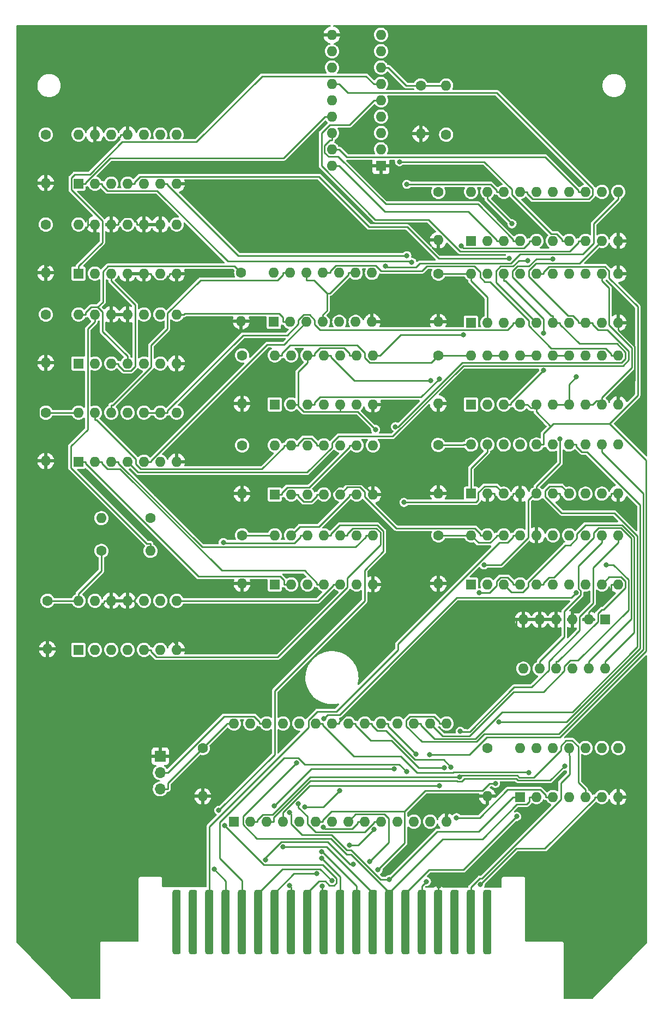
<source format=gbr>
%TF.GenerationSoftware,KiCad,Pcbnew,6.0.9-8da3e8f707~117~ubuntu20.04.1*%
%TF.CreationDate,2022-12-19T11:17:04-05:00*%
%TF.ProjectId,6551usb,36353531-7573-4622-9e6b-696361645f70,1.06*%
%TF.SameCoordinates,Original*%
%TF.FileFunction,Copper,L2,Bot*%
%TF.FilePolarity,Positive*%
%FSLAX46Y46*%
G04 Gerber Fmt 4.6, Leading zero omitted, Abs format (unit mm)*
G04 Created by KiCad (PCBNEW 6.0.9-8da3e8f707~117~ubuntu20.04.1) date 2022-12-19 11:17:04*
%MOMM*%
%LPD*%
G01*
G04 APERTURE LIST*
G04 Aperture macros list*
%AMRoundRect*
0 Rectangle with rounded corners*
0 $1 Rounding radius*
0 $2 $3 $4 $5 $6 $7 $8 $9 X,Y pos of 4 corners*
0 Add a 4 corners polygon primitive as box body*
4,1,4,$2,$3,$4,$5,$6,$7,$8,$9,$2,$3,0*
0 Add four circle primitives for the rounded corners*
1,1,$1+$1,$2,$3*
1,1,$1+$1,$4,$5*
1,1,$1+$1,$6,$7*
1,1,$1+$1,$8,$9*
0 Add four rect primitives between the rounded corners*
20,1,$1+$1,$2,$3,$4,$5,0*
20,1,$1+$1,$4,$5,$6,$7,0*
20,1,$1+$1,$6,$7,$8,$9,0*
20,1,$1+$1,$8,$9,$2,$3,0*%
G04 Aperture macros list end*
%TA.AperFunction,ConnectorPad*%
%ADD10RoundRect,0.317500X-0.317500X-4.682500X0.317500X-4.682500X0.317500X4.682500X-0.317500X4.682500X0*%
%TD*%
%TA.AperFunction,ComponentPad*%
%ADD11C,1.600000*%
%TD*%
%TA.AperFunction,ComponentPad*%
%ADD12O,1.600000X1.600000*%
%TD*%
%TA.AperFunction,ComponentPad*%
%ADD13R,1.600000X1.600000*%
%TD*%
%TA.AperFunction,ComponentPad*%
%ADD14R,1.700000X1.700000*%
%TD*%
%TA.AperFunction,ComponentPad*%
%ADD15O,1.700000X1.700000*%
%TD*%
%TA.AperFunction,ViaPad*%
%ADD16C,0.800000*%
%TD*%
%TA.AperFunction,Conductor*%
%ADD17C,0.250000*%
%TD*%
G04 APERTURE END LIST*
D10*
%TO.P,U17,2,+12V*%
%TO.N,unconnected-(U17-Pad2)*%
X38100000Y-189611000D03*
%TO.P,U17,4,NMI\u002A*%
%TO.N,unconnected-(U17-Pad4)*%
X40640000Y-189611000D03*
%TO.P,U17,6,E*%
%TO.N,/E*%
X43180000Y-189611000D03*
%TO.P,U17,8,CART\u002A*%
%TO.N,/CART\u002A*%
X45720000Y-189611000D03*
%TO.P,U17,10,D0*%
%TO.N,/D0*%
X48260000Y-189611000D03*
%TO.P,U17,12,D2*%
%TO.N,/D2*%
X50800000Y-189611000D03*
%TO.P,U17,14,D4*%
%TO.N,/D4*%
X53340000Y-189611000D03*
%TO.P,U17,16,D6*%
%TO.N,/D6*%
X55880000Y-189611000D03*
%TO.P,U17,18,R/W\u002A*%
%TO.N,/R{slash}W\u002A*%
X58420000Y-189611000D03*
%TO.P,U17,20,A1*%
%TO.N,/A1*%
X60960000Y-189611000D03*
%TO.P,U17,22,A3*%
%TO.N,/A3*%
X63500000Y-189611000D03*
%TO.P,U17,24,A5*%
%TO.N,/A5*%
X66040000Y-189611000D03*
%TO.P,U17,26,A7*%
%TO.N,/A7*%
X68580000Y-189611000D03*
%TO.P,U17,28,A9*%
%TO.N,/A9*%
X71120000Y-189611000D03*
%TO.P,U17,30,A11*%
%TO.N,/A11*%
X73660000Y-189611000D03*
%TO.P,U17,32,CTS\u002A*%
%TO.N,/CTS\u002A*%
X76200000Y-189611000D03*
%TO.P,U17,34,GND*%
%TO.N,GND*%
X78740000Y-189611000D03*
%TO.P,U17,36,SCS\u002A*%
%TO.N,unconnected-(U17-Pad36)*%
X81280000Y-189611000D03*
%TO.P,U17,38,A14*%
%TO.N,/A14*%
X83820000Y-189611000D03*
%TO.P,U17,40,SLENB\u002A*%
%TO.N,unconnected-(U17-Pad40)*%
X86360000Y-189611000D03*
%TD*%
D11*
%TO.P,C15,1*%
%TO.N,+5V*%
X78740000Y-115503000D03*
D12*
%TO.P,C15,2*%
%TO.N,GND*%
X78740000Y-123003000D03*
%TD*%
D11*
%TO.P,C14,1*%
%TO.N,+5V*%
X78740000Y-101600000D03*
D12*
%TO.P,C14,2*%
%TO.N,GND*%
X78740000Y-109100000D03*
%TD*%
D13*
%TO.P,U13,1,~{Mr}*%
%TO.N,+5V*%
X83820000Y-83820000D03*
D12*
%TO.P,U13,2,Q0*%
%TO.N,unconnected-(U13-Pad2)*%
X86360000Y-83820000D03*
%TO.P,U13,3,D0*%
%TO.N,/D0*%
X88900000Y-83820000D03*
%TO.P,U13,4,D1*%
%TO.N,/D1*%
X91440000Y-83820000D03*
%TO.P,U13,5,Q1*%
%TO.N,/CD1*%
X93980000Y-83820000D03*
%TO.P,U13,6,Q2*%
%TO.N,/CD2*%
X96520000Y-83820000D03*
%TO.P,U13,7,D2*%
%TO.N,/D2*%
X99060000Y-83820000D03*
%TO.P,U13,8,D3*%
%TO.N,/D3*%
X101600000Y-83820000D03*
%TO.P,U13,9,Q3*%
%TO.N,/CD3*%
X104140000Y-83820000D03*
%TO.P,U13,10,GND*%
%TO.N,GND*%
X106680000Y-83820000D03*
%TO.P,U13,11,Cp*%
%TO.N,/COMMAND_WRITE*%
X106680000Y-76200000D03*
%TO.P,U13,12,Q4*%
%TO.N,unconnected-(U13-Pad12)*%
X104140000Y-76200000D03*
%TO.P,U13,13,D4*%
%TO.N,/D4*%
X101600000Y-76200000D03*
%TO.P,U13,14,D5*%
%TO.N,/D5*%
X99060000Y-76200000D03*
%TO.P,U13,15,Q5*%
%TO.N,Net-(U13-Pad15)*%
X96520000Y-76200000D03*
%TO.P,U13,16,Q6*%
%TO.N,Net-(U13-Pad16)*%
X93980000Y-76200000D03*
%TO.P,U13,17,D6*%
%TO.N,/D6*%
X91440000Y-76200000D03*
%TO.P,U13,18,D7*%
%TO.N,/D7*%
X88900000Y-76200000D03*
%TO.P,U13,19,Q7*%
%TO.N,Net-(U13-Pad19)*%
X86360000Y-76200000D03*
%TO.P,U13,20,VCC*%
%TO.N,+5V*%
X83820000Y-76200000D03*
%TD*%
D13*
%TO.P,U11,1*%
%TO.N,/PWREN\u002A*%
X22855000Y-88890000D03*
D12*
%TO.P,U11,2*%
%TO.N,Net-(U10-Pad5)*%
X25395000Y-88890000D03*
%TO.P,U11,3*%
%TO.N,Net-(U10-Pad3)*%
X27935000Y-88890000D03*
%TO.P,U11,4*%
%TO.N,GND*%
X30475000Y-88890000D03*
%TO.P,U11,5*%
X33015000Y-88890000D03*
%TO.P,U11,6*%
%TO.N,unconnected-(U11-Pad6)*%
X35555000Y-88890000D03*
%TO.P,U11,7,GND*%
%TO.N,GND*%
X38095000Y-88890000D03*
%TO.P,U11,8*%
%TO.N,unconnected-(U11-Pad8)*%
X38095000Y-81270000D03*
%TO.P,U11,9*%
%TO.N,GND*%
X35555000Y-81270000D03*
%TO.P,U11,10*%
X33015000Y-81270000D03*
%TO.P,U11,11*%
%TO.N,unconnected-(U11-Pad11)*%
X30475000Y-81270000D03*
%TO.P,U11,12*%
%TO.N,GND*%
X27935000Y-81270000D03*
%TO.P,U11,13*%
X25395000Y-81270000D03*
%TO.P,U11,14,VCC*%
%TO.N,+5V*%
X22855000Y-81270000D03*
%TD*%
D13*
%TO.P,U9,1,VPP*%
%TO.N,+5V*%
X46990000Y-173990000D03*
D12*
%TO.P,U9,2,A12*%
%TO.N,/A12*%
X49530000Y-173990000D03*
%TO.P,U9,3,A7*%
%TO.N,/A7*%
X52070000Y-173990000D03*
%TO.P,U9,4,A6*%
%TO.N,/A6*%
X54610000Y-173990000D03*
%TO.P,U9,5,A5*%
%TO.N,/A5*%
X57150000Y-173990000D03*
%TO.P,U9,6,A4*%
%TO.N,/A4*%
X59690000Y-173990000D03*
%TO.P,U9,7,A3*%
%TO.N,/A3*%
X62230000Y-173990000D03*
%TO.P,U9,8,A2*%
%TO.N,/A2*%
X64770000Y-173990000D03*
%TO.P,U9,9,A1*%
%TO.N,/A1*%
X67310000Y-173990000D03*
%TO.P,U9,10,A0*%
%TO.N,/A0*%
X69850000Y-173990000D03*
%TO.P,U9,11,D0*%
%TO.N,/D0*%
X72390000Y-173990000D03*
%TO.P,U9,12,D1*%
%TO.N,/D1*%
X74930000Y-173990000D03*
%TO.P,U9,13,D2*%
%TO.N,/D2*%
X77470000Y-173990000D03*
%TO.P,U9,14,GND*%
%TO.N,GND*%
X80010000Y-173990000D03*
%TO.P,U9,15,D3*%
%TO.N,/D3*%
X80010000Y-158750000D03*
%TO.P,U9,16,D4*%
%TO.N,/D4*%
X77470000Y-158750000D03*
%TO.P,U9,17,D5*%
%TO.N,/D5*%
X74930000Y-158750000D03*
%TO.P,U9,18,D6*%
%TO.N,/D6*%
X72390000Y-158750000D03*
%TO.P,U9,19,D7*%
%TO.N,/D7*%
X69850000Y-158750000D03*
%TO.P,U9,20,~{CE}*%
%TO.N,/CTS\u002A*%
X67310000Y-158750000D03*
%TO.P,U9,21,A10*%
%TO.N,/A10*%
X64770000Y-158750000D03*
%TO.P,U9,22,~{OE}*%
%TO.N,GND*%
X62230000Y-158750000D03*
%TO.P,U9,23,A11*%
%TO.N,/A11*%
X59690000Y-158750000D03*
%TO.P,U9,24,A9*%
%TO.N,/A9*%
X57150000Y-158750000D03*
%TO.P,U9,25,A8*%
%TO.N,/A8*%
X54610000Y-158750000D03*
%TO.P,U9,26,A13*%
%TO.N,Net-(J1-Pad2)*%
X52070000Y-158750000D03*
%TO.P,U9,27,~{PGM}*%
%TO.N,+5V*%
X49530000Y-158750000D03*
%TO.P,U9,28,VCC*%
X46990000Y-158750000D03*
%TD*%
D13*
%TO.P,U16,1,OEa*%
%TO.N,/COMMAND_READ\u002A*%
X83820000Y-96520000D03*
D12*
%TO.P,U16,2,I0a*%
%TO.N,+5V*%
X86360000Y-96520000D03*
%TO.P,U16,3,O3b*%
%TO.N,/D7*%
X88900000Y-96520000D03*
%TO.P,U16,4,I1a*%
%TO.N,/CD1*%
X91440000Y-96520000D03*
%TO.P,U16,5,O2b*%
%TO.N,/D6*%
X93980000Y-96520000D03*
%TO.P,U16,6,I2a*%
%TO.N,/CD2*%
X96520000Y-96520000D03*
%TO.P,U16,7,O1b*%
%TO.N,/D5*%
X99060000Y-96520000D03*
%TO.P,U16,8,I3a*%
%TO.N,/CD3*%
X101600000Y-96520000D03*
%TO.P,U16,9,O0b*%
%TO.N,/D4*%
X104140000Y-96520000D03*
%TO.P,U16,10,GND*%
%TO.N,GND*%
X106680000Y-96520000D03*
%TO.P,U16,11,I0b*%
X106680000Y-88900000D03*
%TO.P,U16,12,O3a*%
%TO.N,/D3*%
X104140000Y-88900000D03*
%TO.P,U16,13,I1b*%
%TO.N,Net-(U13-Pad15)*%
X101600000Y-88900000D03*
%TO.P,U16,14,O2a*%
%TO.N,/D2*%
X99060000Y-88900000D03*
%TO.P,U16,15,I2b*%
%TO.N,Net-(U13-Pad16)*%
X96520000Y-88900000D03*
%TO.P,U16,16,O1a*%
%TO.N,/D1*%
X93980000Y-88900000D03*
%TO.P,U16,17,I3b*%
%TO.N,Net-(U13-Pad19)*%
X91440000Y-88900000D03*
%TO.P,U16,18,O0a*%
%TO.N,/D0*%
X88900000Y-88900000D03*
%TO.P,U16,19,OEb*%
%TO.N,/COMMAND_READ\u002A*%
X86360000Y-88900000D03*
%TO.P,U16,20,VCC*%
%TO.N,+5V*%
X83820000Y-88900000D03*
%TD*%
D13*
%TO.P,U1,1*%
%TO.N,/A0*%
X53340000Y-137160000D03*
D12*
%TO.P,U1,2*%
%TO.N,Net-(U1-Pad2)*%
X55880000Y-137160000D03*
%TO.P,U1,3*%
%TO.N,/A1*%
X58420000Y-137160000D03*
%TO.P,U1,4*%
%TO.N,Net-(U1-Pad4)*%
X60960000Y-137160000D03*
%TO.P,U1,5*%
%TO.N,/R{slash}W\u002A*%
X63500000Y-137160000D03*
%TO.P,U1,6*%
%TO.N,/W{slash}R\u002A*%
X66040000Y-137160000D03*
%TO.P,U1,7,GND*%
%TO.N,GND*%
X68580000Y-137160000D03*
%TO.P,U1,8*%
%TO.N,Net-(U1-Pad8)*%
X68580000Y-129540000D03*
%TO.P,U1,9*%
%TO.N,/CD2*%
X66040000Y-129540000D03*
%TO.P,U1,10*%
%TO.N,Net-(U1-Pad10)*%
X63500000Y-129540000D03*
%TO.P,U1,11*%
%TO.N,/RESET\u002A*%
X60960000Y-129540000D03*
%TO.P,U1,12*%
%TO.N,Net-(U1-Pad12)*%
X58420000Y-129540000D03*
%TO.P,U1,13*%
%TO.N,/STATUS_SELECT*%
X55880000Y-129540000D03*
%TO.P,U1,14,VCC*%
%TO.N,+5V*%
X53340000Y-129540000D03*
%TD*%
D11*
%TO.P,C3,1*%
%TO.N,+5V*%
X48255000Y-101590000D03*
D12*
%TO.P,C3,2*%
%TO.N,GND*%
X48255000Y-109090000D03*
%TD*%
D13*
%TO.P,SW1,1*%
%TO.N,GND*%
X104648000Y-142621000D03*
D12*
%TO.P,SW1,2*%
X102108000Y-142621000D03*
%TO.P,SW1,3*%
X99568000Y-142621000D03*
%TO.P,SW1,4*%
X97028000Y-142621000D03*
%TO.P,SW1,5*%
X94488000Y-142621000D03*
%TO.P,SW1,6*%
X91948000Y-142621000D03*
%TO.P,SW1,7*%
%TO.N,Net-(SW1-Pad7)*%
X91948000Y-150241000D03*
%TO.P,SW1,8*%
%TO.N,Net-(SW1-Pad8)*%
X94488000Y-150241000D03*
%TO.P,SW1,9*%
%TO.N,Net-(SW1-Pad9)*%
X97028000Y-150241000D03*
%TO.P,SW1,10*%
%TO.N,Net-(SW1-Pad10)*%
X99568000Y-150241000D03*
%TO.P,SW1,11*%
%TO.N,Net-(SW1-Pad11)*%
X102108000Y-150241000D03*
%TO.P,SW1,12*%
%TO.N,Net-(SW1-Pad12)*%
X104648000Y-150241000D03*
%TD*%
D11*
%TO.P,C7,1*%
%TO.N,+5V*%
X48133000Y-88773000D03*
D12*
%TO.P,C7,2*%
%TO.N,GND*%
X48133000Y-96273000D03*
%TD*%
D11*
%TO.P,R1,1*%
%TO.N,/PWREN\u002A*%
X79959200Y-67310000D03*
D12*
%TO.P,R1,2*%
%TO.N,+5V*%
X79959200Y-59690000D03*
%TD*%
D13*
%TO.P,U12,1*%
%TO.N,/CART\u002A*%
X22860000Y-147320000D03*
D12*
%TO.P,U12,2*%
%TO.N,Net-(U12-Pad2)*%
X25400000Y-147320000D03*
%TO.P,U12,3*%
%TO.N,Net-(U12-Pad3)*%
X27940000Y-147320000D03*
%TO.P,U12,4*%
%TO.N,Net-(R3-Pad2)*%
X30480000Y-147320000D03*
%TO.P,U12,5*%
%TO.N,Net-(U1-Pad10)*%
X33020000Y-147320000D03*
%TO.P,U12,6*%
%TO.N,/STATUS_WRITE*%
X35560000Y-147320000D03*
%TO.P,U12,7,GND*%
%TO.N,GND*%
X38100000Y-147320000D03*
%TO.P,U12,8*%
%TO.N,/R{slash}W\u002A*%
X38100000Y-139700000D03*
%TO.P,U12,9*%
%TO.N,Net-(U1-Pad12)*%
X35560000Y-139700000D03*
%TO.P,U12,10*%
%TO.N,/STATUS_WRITE*%
X33020000Y-139700000D03*
%TO.P,U12,11*%
%TO.N,GND*%
X30480000Y-139700000D03*
%TO.P,U12,12*%
X27940000Y-139700000D03*
%TO.P,U12,13*%
%TO.N,unconnected-(U12-Pad13)*%
X25400000Y-139700000D03*
%TO.P,U12,14,VCC*%
%TO.N,+5V*%
X22860000Y-139700000D03*
%TD*%
D11*
%TO.P,C8,1*%
%TO.N,+5V*%
X17780000Y-67320000D03*
D12*
%TO.P,C8,2*%
%TO.N,GND*%
X17780000Y-74820000D03*
%TD*%
D11*
%TO.P,C1,1*%
%TO.N,+5V*%
X48260000Y-129540000D03*
D12*
%TO.P,C1,2*%
%TO.N,GND*%
X48260000Y-137040000D03*
%TD*%
D13*
%TO.P,U3,1*%
%TO.N,/CONTROL_SELECT*%
X53335000Y-109210000D03*
D12*
%TO.P,U3,2*%
%TO.N,/R{slash}W\u002A*%
X55875000Y-109210000D03*
%TO.P,U3,3*%
%TO.N,/CONTROL_READ\u002A*%
X58415000Y-109210000D03*
%TO.P,U3,4*%
%TO.N,/BUF_SELECT*%
X60955000Y-109210000D03*
%TO.P,U3,5*%
%TO.N,/R{slash}W\u002A*%
X63495000Y-109210000D03*
%TO.P,U3,6*%
%TO.N,/BUF_READ\u002A*%
X66035000Y-109210000D03*
%TO.P,U3,7,GND*%
%TO.N,GND*%
X68575000Y-109210000D03*
%TO.P,U3,8*%
%TO.N,/COMMAND_READ\u002A*%
X68575000Y-101590000D03*
%TO.P,U3,9*%
%TO.N,/R{slash}W\u002A*%
X66035000Y-101590000D03*
%TO.P,U3,10*%
%TO.N,/COMMAND_SELECT*%
X63495000Y-101590000D03*
%TO.P,U3,11*%
%TO.N,/STATUS_READ\u002A*%
X60955000Y-101590000D03*
%TO.P,U3,12*%
%TO.N,/R{slash}W\u002A*%
X58415000Y-101590000D03*
%TO.P,U3,13*%
%TO.N,/STATUS_SELECT*%
X55875000Y-101590000D03*
%TO.P,U3,14,VCC*%
%TO.N,+5V*%
X53335000Y-101590000D03*
%TD*%
D11*
%TO.P,R3,1*%
%TO.N,+5V*%
X26416000Y-131953000D03*
D12*
%TO.P,R3,2*%
%TO.N,Net-(R3-Pad2)*%
X34036000Y-131953000D03*
%TD*%
D13*
%TO.P,U4,1,~{P>Q}*%
%TO.N,unconnected-(U4-Pad1)*%
X83820000Y-137160000D03*
D12*
%TO.P,U4,2,P0*%
%TO.N,/A2*%
X86360000Y-137160000D03*
%TO.P,U4,3,Q0*%
%TO.N,Net-(SW1-Pad12)*%
X88900000Y-137160000D03*
%TO.P,U4,4,P1*%
%TO.N,/A3*%
X91440000Y-137160000D03*
%TO.P,U4,5,Q1*%
%TO.N,Net-(SW1-Pad11)*%
X93980000Y-137160000D03*
%TO.P,U4,6,P2*%
%TO.N,/A4*%
X96520000Y-137160000D03*
%TO.P,U4,7,Q2*%
%TO.N,Net-(SW1-Pad10)*%
X99060000Y-137160000D03*
%TO.P,U4,8,P3*%
%TO.N,/A5*%
X101600000Y-137160000D03*
%TO.P,U4,9,Q3*%
%TO.N,Net-(SW1-Pad9)*%
X104140000Y-137160000D03*
%TO.P,U4,10,Gnd*%
%TO.N,GND*%
X106680000Y-137160000D03*
%TO.P,U4,11,P4*%
%TO.N,/A6*%
X106680000Y-129540000D03*
%TO.P,U4,12,Q4*%
%TO.N,Net-(SW1-Pad8)*%
X104140000Y-129540000D03*
%TO.P,U4,13,P5*%
%TO.N,/A7*%
X101600000Y-129540000D03*
%TO.P,U4,14,Q5*%
%TO.N,Net-(SW1-Pad7)*%
X99060000Y-129540000D03*
%TO.P,U4,15,P6*%
%TO.N,Net-(U2-Pad8)*%
X96520000Y-129540000D03*
%TO.P,U4,16,Q6*%
%TO.N,GND*%
X93980000Y-129540000D03*
%TO.P,U4,17,P7*%
%TO.N,/E*%
X91440000Y-129540000D03*
%TO.P,U4,18,Q7*%
%TO.N,+5V*%
X88900000Y-129540000D03*
%TO.P,U4,19,~{P=Q}*%
%TO.N,/BOARD_SELECT\u002A*%
X86360000Y-129540000D03*
%TO.P,U4,20,Vcc*%
%TO.N,+5V*%
X83820000Y-129540000D03*
%TD*%
D13*
%TO.P,U14,1,OE*%
%TO.N,/CONTROL_READ\u002A*%
X83820000Y-109220000D03*
D12*
%TO.P,U14,2,O0*%
%TO.N,/D0*%
X86360000Y-109220000D03*
%TO.P,U14,3,D0*%
X88900000Y-109220000D03*
%TO.P,U14,4,D1*%
%TO.N,/D1*%
X91440000Y-109220000D03*
%TO.P,U14,5,O1*%
X93980000Y-109220000D03*
%TO.P,U14,6,O2*%
%TO.N,/D2*%
X96520000Y-109220000D03*
%TO.P,U14,7,D2*%
X99060000Y-109220000D03*
%TO.P,U14,8,D3*%
%TO.N,/D3*%
X101600000Y-109220000D03*
%TO.P,U14,9,O3*%
X104140000Y-109220000D03*
%TO.P,U14,10,GND*%
%TO.N,GND*%
X106680000Y-109220000D03*
%TO.P,U14,11,Cp*%
%TO.N,/CONTROL_WRITE*%
X106680000Y-101600000D03*
%TO.P,U14,12,O4*%
%TO.N,/D4*%
X104140000Y-101600000D03*
%TO.P,U14,13,D4*%
X101600000Y-101600000D03*
%TO.P,U14,14,D5*%
%TO.N,/D5*%
X99060000Y-101600000D03*
%TO.P,U14,15,O5*%
X96520000Y-101600000D03*
%TO.P,U14,16,O6*%
%TO.N,/D6*%
X93980000Y-101600000D03*
%TO.P,U14,17,D6*%
X91440000Y-101600000D03*
%TO.P,U14,18,D7*%
%TO.N,/D7*%
X88900000Y-101600000D03*
%TO.P,U14,19,O7*%
X86360000Y-101600000D03*
%TO.P,U14,20,VCC*%
%TO.N,+5V*%
X83820000Y-101600000D03*
%TD*%
D11*
%TO.P,C9,1*%
%TO.N,+5V*%
X42164000Y-162555000D03*
D12*
%TO.P,C9,2*%
%TO.N,GND*%
X42164000Y-170055000D03*
%TD*%
D11*
%TO.P,C2,1*%
%TO.N,+5V*%
X86360000Y-162560000D03*
D12*
%TO.P,C2,2*%
%TO.N,GND*%
X86360000Y-170060000D03*
%TD*%
D13*
%TO.P,U8,1*%
%TO.N,/RXF\u002A*%
X22860000Y-74930000D03*
D12*
%TO.P,U8,2*%
%TO.N,Net-(U15-Pad8)*%
X25400000Y-74930000D03*
%TO.P,U8,3*%
%TO.N,/TXE\u002A*%
X27940000Y-74930000D03*
%TO.P,U8,4*%
%TO.N,Net-(U15-Pad11)*%
X30480000Y-74930000D03*
%TO.P,U8,5*%
%TO.N,/CART\u002A*%
X33020000Y-74930000D03*
%TO.P,U8,6*%
%TO.N,/CART*%
X35560000Y-74930000D03*
%TO.P,U8,7,GND*%
%TO.N,GND*%
X38100000Y-74930000D03*
%TO.P,U8,8*%
%TO.N,Net-(U10-Pad10)*%
X38100000Y-67310000D03*
%TO.P,U8,9*%
%TO.N,Net-(U10-Pad3)*%
X35560000Y-67310000D03*
%TO.P,U8,10*%
%TO.N,unconnected-(U8-Pad10)*%
X33020000Y-67310000D03*
%TO.P,U8,11*%
%TO.N,GND*%
X30480000Y-67310000D03*
%TO.P,U8,12*%
%TO.N,unconnected-(U8-Pad12)*%
X27940000Y-67310000D03*
%TO.P,U8,13*%
%TO.N,GND*%
X25400000Y-67310000D03*
%TO.P,U8,14,VCC*%
%TO.N,+5V*%
X22860000Y-67310000D03*
%TD*%
D11*
%TO.P,C12,1*%
%TO.N,+5V*%
X18034000Y-139700000D03*
D12*
%TO.P,C12,2*%
%TO.N,GND*%
X18034000Y-147200000D03*
%TD*%
D11*
%TO.P,C13,1*%
%TO.N,+5V*%
X78740000Y-76200000D03*
D12*
%TO.P,C13,2*%
%TO.N,GND*%
X78740000Y-83700000D03*
%TD*%
D13*
%TO.P,U15,1,OEa*%
%TO.N,/STATUS_READ\u002A*%
X83820000Y-123063000D03*
D12*
%TO.P,U15,2,I0a*%
%TO.N,GND*%
X86360000Y-123063000D03*
%TO.P,U15,3,O3b*%
%TO.N,/D7*%
X88900000Y-123063000D03*
%TO.P,U15,4,I1a*%
%TO.N,GND*%
X91440000Y-123063000D03*
%TO.P,U15,5,O2b*%
%TO.N,/D6*%
X93980000Y-123063000D03*
%TO.P,U15,6,I2a*%
%TO.N,GND*%
X96520000Y-123063000D03*
%TO.P,U15,7,O1b*%
%TO.N,/D5*%
X99060000Y-123063000D03*
%TO.P,U15,8,I3a*%
%TO.N,Net-(U15-Pad8)*%
X101600000Y-123063000D03*
%TO.P,U15,9,O0b*%
%TO.N,/D4*%
X104140000Y-123063000D03*
%TO.P,U15,10,GND*%
%TO.N,GND*%
X106680000Y-123063000D03*
%TO.P,U15,11,I0b*%
%TO.N,Net-(U15-Pad11)*%
X106680000Y-115443000D03*
%TO.P,U15,12,O3a*%
%TO.N,/D3*%
X104140000Y-115443000D03*
%TO.P,U15,13,I1b*%
%TO.N,/PWREN\u002A*%
X101600000Y-115443000D03*
%TO.P,U15,14,O2a*%
%TO.N,/D2*%
X99060000Y-115443000D03*
%TO.P,U15,15,I2b*%
%TO.N,/PWREN\u002A*%
X96520000Y-115443000D03*
%TO.P,U15,16,O1a*%
%TO.N,/D1*%
X93980000Y-115443000D03*
%TO.P,U15,17,I3b*%
%TO.N,/CART*%
X91440000Y-115443000D03*
%TO.P,U15,18,O0a*%
%TO.N,/D0*%
X88900000Y-115443000D03*
%TO.P,U15,19,OEb*%
%TO.N,/STATUS_READ\u002A*%
X86360000Y-115443000D03*
%TO.P,U15,20,VCC*%
%TO.N,+5V*%
X83820000Y-115443000D03*
%TD*%
D13*
%TO.P,U10,1,~{R}*%
%TO.N,+5V*%
X22860000Y-102860000D03*
D12*
%TO.P,U10,2,D*%
%TO.N,/PWREN\u002A*%
X25400000Y-102860000D03*
%TO.P,U10,3,C*%
%TO.N,Net-(U10-Pad3)*%
X27940000Y-102860000D03*
%TO.P,U10,4,~{S}*%
%TO.N,+5V*%
X30480000Y-102860000D03*
%TO.P,U10,5,Q*%
%TO.N,Net-(U10-Pad5)*%
X33020000Y-102860000D03*
%TO.P,U10,6,~{Q}*%
%TO.N,unconnected-(U10-Pad6)*%
X35560000Y-102860000D03*
%TO.P,U10,7,GND*%
%TO.N,GND*%
X38100000Y-102860000D03*
%TO.P,U10,8,~{Q}*%
%TO.N,/DELTA_PWREN\u002A*%
X38100000Y-95240000D03*
%TO.P,U10,9,Q*%
%TO.N,unconnected-(U10-Pad9)*%
X35560000Y-95240000D03*
%TO.P,U10,10,~{S}*%
%TO.N,Net-(U10-Pad10)*%
X33020000Y-95240000D03*
%TO.P,U10,11,C*%
%TO.N,GND*%
X30480000Y-95240000D03*
%TO.P,U10,12,D*%
X27940000Y-95240000D03*
%TO.P,U10,13,~{R}*%
%TO.N,Net-(R3-Pad2)*%
X25400000Y-95240000D03*
%TO.P,U10,14,VCC*%
%TO.N,+5V*%
X22860000Y-95240000D03*
%TD*%
D11*
%TO.P,C5,1*%
%TO.N,+5V*%
X48260000Y-115570000D03*
D12*
%TO.P,C5,2*%
%TO.N,GND*%
X48260000Y-123070000D03*
%TD*%
D11*
%TO.P,C6,1*%
%TO.N,+5V*%
X17780000Y-110490000D03*
D12*
%TO.P,C6,2*%
%TO.N,GND*%
X17780000Y-117990000D03*
%TD*%
D14*
%TO.P,J1,1,Pin_1*%
%TO.N,GND*%
X35560000Y-163830000D03*
D15*
%TO.P,J1,2,Pin_2*%
%TO.N,Net-(J1-Pad2)*%
X35560000Y-166370000D03*
%TO.P,J1,3,Pin_3*%
%TO.N,+5V*%
X35560000Y-168910000D03*
%TD*%
D11*
%TO.P,C17,1*%
%TO.N,+5V*%
X76000000Y-59690000D03*
D12*
%TO.P,C17,2*%
%TO.N,GND*%
X76000000Y-67190000D03*
%TD*%
D13*
%TO.P,U6,1*%
%TO.N,Net-(U1-Pad2)*%
X22860000Y-118100000D03*
D12*
%TO.P,U6,2*%
%TO.N,Net-(U1-Pad4)*%
X25400000Y-118100000D03*
%TO.P,U6,3*%
%TO.N,Net-(U1-Pad8)*%
X27940000Y-118100000D03*
%TO.P,U6,4*%
%TO.N,/CD3*%
X30480000Y-118100000D03*
%TO.P,U6,5*%
%TO.N,/TX_INT\u002A*%
X33020000Y-118100000D03*
%TO.P,U6,6*%
%TO.N,Net-(U12-Pad2)*%
X35560000Y-118100000D03*
%TO.P,U6,7,GND*%
%TO.N,GND*%
X38100000Y-118100000D03*
%TO.P,U6,8*%
%TO.N,Net-(U12-Pad3)*%
X38100000Y-110480000D03*
%TO.P,U6,9*%
%TO.N,/CD1*%
X35560000Y-110480000D03*
%TO.P,U6,10*%
X33020000Y-110480000D03*
%TO.P,U6,11*%
%TO.N,/RXF\u002A*%
X30480000Y-110480000D03*
%TO.P,U6,12*%
%TO.N,/CONTROL_SELECT*%
X27940000Y-110480000D03*
%TO.P,U6,13*%
%TO.N,/BOARD_SELECT\u002A*%
X25400000Y-110480000D03*
%TO.P,U6,14,VCC*%
%TO.N,+5V*%
X22860000Y-110480000D03*
%TD*%
D11*
%TO.P,C10,1*%
%TO.N,+5V*%
X17785000Y-95250000D03*
D12*
%TO.P,C10,2*%
%TO.N,GND*%
X17785000Y-102750000D03*
%TD*%
D13*
%TO.P,U7,1*%
%TO.N,/TXE\u002A*%
X53213000Y-96403000D03*
D12*
%TO.P,U7,2*%
%TO.N,/DELTA_PWREN\u002A*%
X55753000Y-96403000D03*
%TO.P,U7,3*%
%TO.N,/TX_INT\u002A*%
X58293000Y-96403000D03*
%TO.P,U7,4*%
%TO.N,/W{slash}R\u002A*%
X60833000Y-96403000D03*
%TO.P,U7,5*%
%TO.N,/BUF_SELECT*%
X63373000Y-96403000D03*
%TO.P,U7,6*%
%TO.N,/BUF_WRITE*%
X65913000Y-96403000D03*
%TO.P,U7,7,GND*%
%TO.N,GND*%
X68453000Y-96403000D03*
%TO.P,U7,8*%
%TO.N,/COMMAND_WRITE*%
X68453000Y-88783000D03*
%TO.P,U7,9*%
%TO.N,/W{slash}R\u002A*%
X65913000Y-88783000D03*
%TO.P,U7,10*%
%TO.N,/COMMAND_SELECT*%
X63373000Y-88783000D03*
%TO.P,U7,11*%
%TO.N,/CONTROL_WRITE*%
X60833000Y-88783000D03*
%TO.P,U7,12*%
%TO.N,/W{slash}R\u002A*%
X58293000Y-88783000D03*
%TO.P,U7,13*%
%TO.N,/CONTROL_SELECT*%
X55753000Y-88783000D03*
%TO.P,U7,14,VCC*%
%TO.N,+5V*%
X53213000Y-88783000D03*
%TD*%
D13*
%TO.P,U5,1*%
%TO.N,/A0*%
X53340000Y-123190000D03*
D12*
%TO.P,U5,2*%
%TO.N,/A1*%
X55880000Y-123190000D03*
%TO.P,U5,3*%
%TO.N,Net-(U1-Pad2)*%
X58420000Y-123190000D03*
%TO.P,U5,4*%
%TO.N,/A1*%
X60960000Y-123190000D03*
%TO.P,U5,5*%
%TO.N,/BOARD_SELECT\u002A*%
X63500000Y-123190000D03*
%TO.P,U5,6*%
%TO.N,/STATUS_SELECT*%
X66040000Y-123190000D03*
%TO.P,U5,7,GND*%
%TO.N,GND*%
X68580000Y-123190000D03*
%TO.P,U5,8*%
%TO.N,/COMMAND_SELECT*%
X68580000Y-115570000D03*
%TO.P,U5,9*%
%TO.N,/A0*%
X66040000Y-115570000D03*
%TO.P,U5,10*%
%TO.N,Net-(U1-Pad4)*%
X63500000Y-115570000D03*
%TO.P,U5,11*%
%TO.N,/BOARD_SELECT\u002A*%
X60960000Y-115570000D03*
%TO.P,U5,12*%
%TO.N,/BUF_SELECT*%
X58420000Y-115570000D03*
%TO.P,U5,13*%
%TO.N,/BOARD_SELECT\u002A*%
X55880000Y-115570000D03*
%TO.P,U5,14,VCC*%
%TO.N,+5V*%
X53340000Y-115570000D03*
%TD*%
D11*
%TO.P,R2,1*%
%TO.N,/CART\u002A*%
X34036000Y-126873000D03*
D12*
%TO.P,R2,2*%
%TO.N,+5V*%
X26416000Y-126873000D03*
%TD*%
D11*
%TO.P,C4,1*%
%TO.N,+5V*%
X78740000Y-129540000D03*
D12*
%TO.P,C4,2*%
%TO.N,GND*%
X78740000Y-137040000D03*
%TD*%
D11*
%TO.P,C16,1*%
%TO.N,+5V*%
X78740000Y-88900000D03*
D12*
%TO.P,C16,2*%
%TO.N,GND*%
X78740000Y-96400000D03*
%TD*%
D13*
%TO.P,U2,1*%
%TO.N,/A8*%
X91435000Y-170170000D03*
D12*
%TO.P,U2,2*%
%TO.N,/A9*%
X93975000Y-170170000D03*
%TO.P,U2,3*%
%TO.N,/A10*%
X96515000Y-170170000D03*
%TO.P,U2,4*%
%TO.N,/A11*%
X99055000Y-170170000D03*
%TO.P,U2,5*%
%TO.N,/A12*%
X101595000Y-170170000D03*
%TO.P,U2,6*%
%TO.N,/A13*%
X104135000Y-170170000D03*
%TO.P,U2,7,GND*%
%TO.N,GND*%
X106675000Y-170170000D03*
%TO.P,U2,8*%
%TO.N,Net-(U2-Pad8)*%
X106675000Y-162550000D03*
%TO.P,U2,9*%
%TO.N,N/C*%
X104135000Y-162550000D03*
%TO.P,U2,10*%
X101595000Y-162550000D03*
%TO.P,U2,11*%
%TO.N,/A14*%
X99055000Y-162550000D03*
%TO.P,U2,12*%
%TO.N,/A15*%
X96515000Y-162550000D03*
%TO.P,U2,13*%
%TO.N,N/C*%
X93975000Y-162550000D03*
%TO.P,U2,14,VCC*%
%TO.N,+5V*%
X91435000Y-162550000D03*
%TD*%
D13*
%TO.P,P1,1,GND*%
%TO.N,GND*%
X69840000Y-72150000D03*
D12*
%TO.P,P1,2,D2*%
%TO.N,/D2*%
X69840000Y-69610000D03*
%TO.P,P1,3,D7*%
%TO.N,/D7*%
X69840000Y-67070000D03*
%TO.P,P1,4,D5*%
%TO.N,/D5*%
X69840000Y-64530000D03*
%TO.P,P1,5,D3*%
%TO.N,/D3*%
X69840000Y-61990000D03*
%TO.P,P1,6,PWREN\u002A*%
%TO.N,/PWREN\u002A*%
X69840000Y-59450000D03*
%TO.P,P1,7,VCCIO*%
%TO.N,+5V*%
X69840000Y-56910000D03*
%TO.P,P1,8,EXTVCC*%
X69840000Y-54370000D03*
%TO.P,P1,9,PORTVCC*%
%TO.N,unconnected-(P1-Pad9)*%
X69840000Y-51830000D03*
%TO.P,P1,10,GND*%
%TO.N,GND*%
X62220000Y-51830000D03*
%TO.P,P1,11,RD\u002A*%
%TO.N,/BUF_READ\u002A*%
X62220000Y-54370000D03*
%TO.P,P1,12,WR*%
%TO.N,/BUF_WRITE*%
X62220000Y-56910000D03*
%TO.P,P1,13,D6*%
%TO.N,/D6*%
X62220000Y-59450000D03*
%TO.P,P1,14,TXE\u002A*%
%TO.N,/TXE\u002A*%
X62220000Y-61990000D03*
%TO.P,P1,15,RXF\u002A*%
%TO.N,/RXF\u002A*%
X62220000Y-64530000D03*
%TO.P,P1,16,D1*%
%TO.N,/D1*%
X62220000Y-67070000D03*
%TO.P,P1,17,D4*%
%TO.N,/D4*%
X62220000Y-69610000D03*
%TO.P,P1,18,D0*%
%TO.N,/D0*%
X62220000Y-72150000D03*
%TD*%
D11*
%TO.P,C11,1*%
%TO.N,+5V*%
X17775000Y-81280000D03*
D12*
%TO.P,C11,2*%
%TO.N,GND*%
X17775000Y-88780000D03*
%TD*%
D16*
%TO.N,/CTS\u002A*%
X80708300Y-165542900D03*
X76898500Y-183282200D03*
%TO.N,Net-(U13-Pad19)*%
X90190300Y-81155600D03*
%TO.N,/CART*%
X73864000Y-86112700D03*
%TO.N,Net-(U15-Pad11)*%
X89719600Y-86571300D03*
%TO.N,Net-(U15-Pad8)*%
X74622400Y-87122900D03*
%TO.N,/COMMAND_WRITE*%
X70557800Y-87718200D03*
%TO.N,/CD1*%
X82327500Y-84590400D03*
%TO.N,/A7*%
X98378300Y-165330300D03*
X54639600Y-177886400D03*
%TO.N,/A6*%
X78884600Y-168417300D03*
X82170900Y-159958000D03*
%TO.N,/A5*%
X60620700Y-178666600D03*
X100138900Y-138479900D03*
X60965200Y-158013000D03*
%TO.N,/A4*%
X87604800Y-168039900D03*
X69384200Y-181485100D03*
%TO.N,/A3*%
X85095400Y-138476300D03*
X60637500Y-179667000D03*
%TO.N,/A2*%
X68064200Y-180184800D03*
%TO.N,/STATUS_READ\u002A*%
X77558900Y-105523300D03*
%TO.N,/COMMAND_READ\u002A*%
X82631600Y-98386600D03*
%TO.N,/CONTROL_READ\u002A*%
X78888100Y-105227900D03*
%TO.N,/A13*%
X85276000Y-183732000D03*
%TO.N,/A12*%
X82007500Y-167042700D03*
%TO.N,/A11*%
X90904000Y-173197600D03*
X92808300Y-166398500D03*
%TO.N,/A10*%
X81575900Y-173381200D03*
X79687000Y-165631400D03*
%TO.N,/A9*%
X56702200Y-164825000D03*
%TO.N,/A8*%
X71120000Y-182960100D03*
X55597300Y-172601000D03*
%TO.N,Net-(U1-Pad12)*%
X45344900Y-130642600D03*
%TO.N,/RESET\u002A*%
X44661500Y-172234300D03*
%TO.N,/CD2*%
X96520000Y-86590800D03*
X72088200Y-112663900D03*
%TO.N,/R{slash}W\u002A*%
X68981900Y-113087400D03*
X45547900Y-174634100D03*
%TO.N,/A1*%
X60885800Y-174848600D03*
X60685500Y-183983200D03*
%TO.N,/A0*%
X57028200Y-171213200D03*
%TO.N,/CART\u002A*%
X43907100Y-181380200D03*
%TO.N,/D0*%
X95105300Y-98117600D03*
X95105300Y-103913700D03*
X73832500Y-166235400D03*
%TO.N,/D4*%
X59832000Y-182082000D03*
X104783400Y-134083500D03*
%TO.N,/D1*%
X65537000Y-180580300D03*
X51899800Y-179936400D03*
X77422200Y-163611400D03*
%TO.N,/D6*%
X97645400Y-114580000D03*
X85832900Y-134118600D03*
X63418300Y-169144200D03*
X57970000Y-171712300D03*
X55596200Y-183912800D03*
X92614900Y-86857500D03*
%TO.N,/D3*%
X71914600Y-165819700D03*
X53283700Y-171550600D03*
%TO.N,/D7*%
X73412700Y-124418400D03*
X75241800Y-163483200D03*
X68788500Y-175174500D03*
X64922600Y-177656600D03*
X73874300Y-75021800D03*
%TO.N,/D2*%
X100203500Y-104944700D03*
X72710400Y-71516200D03*
X62204800Y-183153600D03*
X88177000Y-158509300D03*
%TO.N,GND*%
X78793400Y-183998700D03*
X100716500Y-141091000D03*
X83215000Y-159246800D03*
%TD*%
D17*
%TO.N,Net-(U10-Pad3)*%
X31661700Y-93742000D02*
X27935000Y-90015300D01*
X31661700Y-103298500D02*
X31661700Y-93742000D01*
X30973200Y-103987000D02*
X31661700Y-103298500D01*
X29911000Y-103987000D02*
X30973200Y-103987000D01*
X29065300Y-103141300D02*
X29911000Y-103987000D01*
X29065300Y-102860000D02*
X29065300Y-103141300D01*
X27940000Y-102860000D02*
X29065300Y-102860000D01*
X27935000Y-88890000D02*
X27935000Y-90015300D01*
%TO.N,Net-(J1-Pad2)*%
X50944700Y-158468600D02*
X50944700Y-158750000D01*
X50100800Y-157624700D02*
X50944700Y-158468600D01*
X45480600Y-157624700D02*
X50100800Y-157624700D01*
X36735300Y-166370000D02*
X45480600Y-157624700D01*
X35560000Y-166370000D02*
X36735300Y-166370000D01*
X52070000Y-158750000D02*
X50944700Y-158750000D01*
%TO.N,/CTS\u002A*%
X76200000Y-183980700D02*
X76200000Y-189611000D01*
X76898500Y-183282200D02*
X76200000Y-183980700D01*
X67310000Y-158750000D02*
X68435300Y-158750000D01*
X68435300Y-159031400D02*
X68435300Y-158750000D01*
X69279200Y-159875300D02*
X68435300Y-159031400D01*
X70602300Y-159875300D02*
X69279200Y-159875300D01*
X75117300Y-164390300D02*
X70602300Y-159875300D01*
X79555700Y-164390300D02*
X75117300Y-164390300D01*
X80708300Y-165542900D02*
X79555700Y-164390300D01*
%TO.N,/BOARD_SELECT\u002A*%
X59834700Y-115288600D02*
X59834700Y-115570000D01*
X58990800Y-114444700D02*
X59834700Y-115288600D01*
X57849300Y-114444700D02*
X58990800Y-114444700D01*
X57005300Y-115288700D02*
X57849300Y-114444700D01*
X57005300Y-115570000D02*
X57005300Y-115288700D01*
X55880000Y-115570000D02*
X57005300Y-115570000D01*
X60960000Y-115570000D02*
X59834700Y-115570000D01*
X54754700Y-115851300D02*
X54754700Y-115570000D01*
X51354300Y-119251700D02*
X54754700Y-115851300D01*
X32529400Y-119251700D02*
X51354300Y-119251700D01*
X31750000Y-118472300D02*
X32529400Y-119251700D01*
X31750000Y-117674000D02*
X31750000Y-118472300D01*
X25681300Y-111605300D02*
X31750000Y-117674000D01*
X25400000Y-111605300D02*
X25681300Y-111605300D01*
X25400000Y-110480000D02*
X25400000Y-111605300D01*
X55880000Y-115570000D02*
X54754700Y-115570000D01*
X85234700Y-129258600D02*
X85234700Y-129540000D01*
X84390800Y-128414700D02*
X85234700Y-129258600D01*
X72193200Y-128414700D02*
X84390800Y-128414700D01*
X67312000Y-123533500D02*
X72193200Y-128414700D01*
X67312000Y-122801600D02*
X67312000Y-123533500D01*
X66566900Y-122056500D02*
X67312000Y-122801600D01*
X64633500Y-122056500D02*
X66566900Y-122056500D01*
X63500000Y-123190000D02*
X64633500Y-122056500D01*
X86360000Y-129540000D02*
X85234700Y-129540000D01*
%TO.N,Net-(U13-Pad19)*%
X86360000Y-76200000D02*
X86360000Y-77325300D01*
X86360000Y-77325300D02*
X90190300Y-81155600D01*
%TO.N,/CART*%
X35560000Y-74930000D02*
X36685300Y-74930000D01*
X36685300Y-75134300D02*
X36685300Y-74930000D01*
X47663700Y-86112700D02*
X36685300Y-75134300D01*
X73864000Y-86112700D02*
X47663700Y-86112700D01*
%TO.N,Net-(U15-Pad11)*%
X30480000Y-74930000D02*
X31605300Y-74930000D01*
X78811300Y-86571300D02*
X89719600Y-86571300D01*
X73904100Y-81664100D02*
X78811300Y-86571300D01*
X68034600Y-81664100D02*
X73904100Y-81664100D01*
X60175200Y-73804700D02*
X68034600Y-81664100D01*
X32449200Y-73804700D02*
X60175200Y-73804700D01*
X31605300Y-74648600D02*
X32449200Y-73804700D01*
X31605300Y-74930000D02*
X31605300Y-74648600D01*
%TO.N,Net-(U15-Pad8)*%
X26525300Y-75211400D02*
X26525300Y-74930000D01*
X27369200Y-76055300D02*
X26525300Y-75211400D01*
X35093700Y-76055300D02*
X27369200Y-76055300D01*
X46031200Y-86992800D02*
X35093700Y-76055300D01*
X74492300Y-86992800D02*
X46031200Y-86992800D01*
X74622400Y-87122900D02*
X74492300Y-86992800D01*
X25400000Y-74930000D02*
X26525300Y-74930000D01*
%TO.N,/CONTROL_WRITE*%
X105554700Y-101318600D02*
X105554700Y-101600000D01*
X104710800Y-100474700D02*
X105554700Y-101318600D01*
X96272800Y-100474700D02*
X104710800Y-100474700D01*
X92782900Y-96984800D02*
X96272800Y-100474700D01*
X92782900Y-96188200D02*
X92782900Y-96984800D01*
X86764700Y-90170000D02*
X92782900Y-96188200D01*
X85958000Y-90170000D02*
X86764700Y-90170000D01*
X85234600Y-89446600D02*
X85958000Y-90170000D01*
X85234600Y-88680600D02*
X85234600Y-89446600D01*
X84301000Y-87747000D02*
X85234600Y-88680600D01*
X76953300Y-87747000D02*
X84301000Y-87747000D01*
X76244800Y-88455500D02*
X76953300Y-87747000D01*
X69815500Y-88455500D02*
X76244800Y-88455500D01*
X68997100Y-87637100D02*
X69815500Y-88455500D01*
X62822900Y-87637100D02*
X68997100Y-87637100D01*
X61958300Y-88501700D02*
X62822900Y-87637100D01*
X61958300Y-88783000D02*
X61958300Y-88501700D01*
X60833000Y-88783000D02*
X61958300Y-88783000D01*
X106680000Y-101600000D02*
X105554700Y-101600000D01*
%TO.N,/COMMAND_WRITE*%
X106680000Y-76200000D02*
X106680000Y-77325300D01*
X70698100Y-87858500D02*
X70557800Y-87718200D01*
X75307300Y-87858500D02*
X70698100Y-87858500D01*
X75869200Y-87296600D02*
X75307300Y-87858500D01*
X90020100Y-87296600D02*
X75869200Y-87296600D01*
X91451300Y-85865400D02*
X90020100Y-87296600D01*
X101147700Y-85865400D02*
X91451300Y-85865400D01*
X102870000Y-84143100D02*
X101147700Y-85865400D01*
X102870000Y-81135300D02*
X102870000Y-84143100D01*
X106680000Y-77325300D02*
X102870000Y-81135300D01*
%TO.N,/DELTA_PWREN\u002A*%
X39339000Y-95126300D02*
X39225300Y-95240000D01*
X54054300Y-95126300D02*
X39339000Y-95126300D01*
X54627700Y-95699700D02*
X54054300Y-95126300D01*
X54627700Y-96403000D02*
X54627700Y-95699700D01*
X55753000Y-96403000D02*
X54627700Y-96403000D01*
X38100000Y-95240000D02*
X39225300Y-95240000D01*
%TO.N,/CD1*%
X91440000Y-96520000D02*
X90314700Y-96520000D01*
X33020000Y-110480000D02*
X35560000Y-110480000D01*
X90314700Y-96801400D02*
X90314700Y-96520000D01*
X89470800Y-97645300D02*
X90314700Y-96801400D01*
X60407600Y-97645300D02*
X89470800Y-97645300D01*
X59563000Y-96800700D02*
X60407600Y-97645300D01*
X59563000Y-96072800D02*
X59563000Y-96800700D01*
X58740500Y-95250300D02*
X59563000Y-96072800D01*
X57854000Y-95250300D02*
X58740500Y-95250300D01*
X57023000Y-96081300D02*
X57854000Y-95250300D01*
X57023000Y-96724600D02*
X57023000Y-96081300D01*
X55306700Y-98440900D02*
X57023000Y-96724600D01*
X48443100Y-98440900D02*
X55306700Y-98440900D01*
X36685300Y-110198700D02*
X48443100Y-98440900D01*
X36685300Y-110480000D02*
X36685300Y-110198700D01*
X35560000Y-110480000D02*
X36685300Y-110480000D01*
X93980000Y-83820000D02*
X92854700Y-83820000D01*
X82682400Y-84945300D02*
X82327500Y-84590400D01*
X92010800Y-84945300D02*
X82682400Y-84945300D01*
X92854700Y-84101400D02*
X92010800Y-84945300D01*
X92854700Y-83820000D02*
X92854700Y-84101400D01*
%TO.N,/TX_INT\u002A*%
X34145300Y-117923100D02*
X34145300Y-118100000D01*
X52126900Y-99941500D02*
X34145300Y-117923100D01*
X54754500Y-99941500D02*
X52126900Y-99941500D01*
X58293000Y-96403000D02*
X54754500Y-99941500D01*
X33020000Y-118100000D02*
X34145300Y-118100000D01*
%TO.N,/CD3*%
X101600000Y-96520000D02*
X100474700Y-96520000D01*
X101600000Y-96520000D02*
X102725300Y-96520000D01*
X32127300Y-119747300D02*
X30480000Y-118100000D01*
X58377300Y-119747300D02*
X32127300Y-119747300D01*
X62230000Y-115894600D02*
X58377300Y-119747300D01*
X62230000Y-115169600D02*
X62230000Y-115894600D01*
X63245300Y-114154300D02*
X62230000Y-115169600D01*
X71657700Y-114154300D02*
X63245300Y-114154300D01*
X82623600Y-103188400D02*
X71657700Y-114154300D01*
X107456800Y-103188400D02*
X82623600Y-103188400D01*
X108320900Y-102324300D02*
X107456800Y-103188400D01*
X108320900Y-100942900D02*
X108320900Y-102324300D01*
X105023300Y-97645300D02*
X108320900Y-100942900D01*
X103569200Y-97645300D02*
X105023300Y-97645300D01*
X102725300Y-96801400D02*
X103569200Y-97645300D01*
X102725300Y-96520000D02*
X102725300Y-96801400D01*
X100635700Y-87324300D02*
X104140000Y-83820000D01*
X93936700Y-87324300D02*
X100635700Y-87324300D01*
X92818100Y-88442900D02*
X93936700Y-87324300D01*
X92818100Y-89343500D02*
X92818100Y-88442900D01*
X98869300Y-95394700D02*
X92818100Y-89343500D01*
X99630800Y-95394700D02*
X98869300Y-95394700D01*
X100474700Y-96238600D02*
X99630800Y-95394700D01*
X100474700Y-96520000D02*
X100474700Y-96238600D01*
%TO.N,/E*%
X43180000Y-174761300D02*
X43180000Y-189611000D01*
X58564600Y-159376700D02*
X43180000Y-174761300D01*
X58564600Y-158260200D02*
X58564600Y-159376700D01*
X59928200Y-156896600D02*
X58564600Y-158260200D01*
X62871800Y-156896600D02*
X59928200Y-156896600D01*
X72444600Y-147323800D02*
X62871800Y-156896600D01*
X72444600Y-146443500D02*
X72444600Y-147323800D01*
X88222800Y-130665300D02*
X72444600Y-146443500D01*
X89470800Y-130665300D02*
X88222800Y-130665300D01*
X90314700Y-129821400D02*
X89470800Y-130665300D01*
X90314700Y-129540000D02*
X90314700Y-129821400D01*
X91440000Y-129540000D02*
X90314700Y-129540000D01*
%TO.N,/A7*%
X52070000Y-173990000D02*
X53195300Y-173990000D01*
X61366800Y-177886400D02*
X54639600Y-177886400D01*
X68580000Y-185099600D02*
X61366800Y-177886400D01*
X68580000Y-189611000D02*
X68580000Y-185099600D01*
X96134500Y-167574100D02*
X98378300Y-165330300D01*
X91118200Y-167574100D02*
X96134500Y-167574100D01*
X90856100Y-167312000D02*
X91118200Y-167574100D01*
X82834000Y-167312000D02*
X90856100Y-167312000D01*
X82378000Y-167768000D02*
X82834000Y-167312000D01*
X81707100Y-167768000D02*
X82378000Y-167768000D01*
X81631000Y-167691900D02*
X81707100Y-167768000D01*
X58831700Y-167691900D02*
X81631000Y-167691900D01*
X53195300Y-173328300D02*
X58831700Y-167691900D01*
X53195300Y-173990000D02*
X53195300Y-173328300D01*
%TO.N,/A6*%
X106680000Y-129540000D02*
X106680000Y-130665300D01*
X82222500Y-160009600D02*
X82170900Y-159958000D01*
X83628600Y-160009600D02*
X82222500Y-160009600D01*
X90521500Y-153116700D02*
X83628600Y-160009600D01*
X93216200Y-153116700D02*
X90521500Y-153116700D01*
X95902600Y-150430300D02*
X93216200Y-153116700D01*
X95902600Y-149115900D02*
X95902600Y-150430300D01*
X100693300Y-144325200D02*
X95902600Y-149115900D01*
X100693300Y-142173300D02*
X100693300Y-144325200D01*
X102784700Y-140081900D02*
X100693300Y-142173300D01*
X102784700Y-134560600D02*
X102784700Y-140081900D01*
X106680000Y-130665300D02*
X102784700Y-134560600D01*
X58743200Y-168417300D02*
X78884600Y-168417300D01*
X54610000Y-172550500D02*
X58743200Y-168417300D01*
X54610000Y-173990000D02*
X54610000Y-172550500D01*
%TO.N,/A5*%
X61556000Y-157422200D02*
X60965200Y-158013000D01*
X63388900Y-157422200D02*
X61556000Y-157422200D01*
X81609400Y-139201700D02*
X63388900Y-157422200D01*
X99417100Y-139201700D02*
X81609400Y-139201700D01*
X100138900Y-138479900D02*
X99417100Y-139201700D01*
X60746200Y-178666600D02*
X60620700Y-178666600D01*
X66040000Y-183960400D02*
X60746200Y-178666600D01*
X66040000Y-189611000D02*
X66040000Y-183960400D01*
%TO.N,/A4*%
X59690000Y-173990000D02*
X60815300Y-173990000D01*
X62170800Y-172353200D02*
X73526400Y-172353200D01*
X60815300Y-173708700D02*
X62170800Y-172353200D01*
X60815300Y-173990000D02*
X60815300Y-173708700D01*
X73526400Y-177342900D02*
X69384200Y-181485100D01*
X73526400Y-172353200D02*
X73526400Y-177342900D01*
X86741200Y-168039900D02*
X87604800Y-168039900D01*
X85638400Y-169142700D02*
X86741200Y-168039900D01*
X76736900Y-169142700D02*
X85638400Y-169142700D01*
X73526400Y-172353200D02*
X76736900Y-169142700D01*
%TO.N,/A3*%
X86681900Y-138476300D02*
X85095400Y-138476300D01*
X87774600Y-137383600D02*
X86681900Y-138476300D01*
X87774600Y-136682100D02*
X87774600Y-137383600D01*
X88422100Y-136034600D02*
X87774600Y-136682100D01*
X89470600Y-136034600D02*
X88422100Y-136034600D01*
X90314700Y-136878700D02*
X89470600Y-136034600D01*
X90314700Y-137160000D02*
X90314700Y-136878700D01*
X91440000Y-137160000D02*
X90314700Y-137160000D01*
X63500000Y-182529500D02*
X60637500Y-179667000D01*
X63500000Y-189611000D02*
X63500000Y-182529500D01*
%TO.N,/A2*%
X71025600Y-177223400D02*
X68064200Y-180184800D01*
X71025600Y-173515100D02*
X71025600Y-177223400D01*
X70364800Y-172854300D02*
X71025600Y-173515100D01*
X65905700Y-172854300D02*
X70364800Y-172854300D01*
X64770000Y-173990000D02*
X65905700Y-172854300D01*
%TO.N,/STATUS_READ\u002A*%
X60955000Y-101590000D02*
X62080300Y-101590000D01*
X83820000Y-119108300D02*
X83820000Y-123063000D01*
X86360000Y-116568300D02*
X83820000Y-119108300D01*
X86360000Y-115443000D02*
X86360000Y-116568300D01*
X65732300Y-105523300D02*
X77558900Y-105523300D01*
X62080300Y-101871300D02*
X65732300Y-105523300D01*
X62080300Y-101590000D02*
X62080300Y-101871300D01*
%TO.N,/COMMAND_READ\u002A*%
X68575000Y-101590000D02*
X69700300Y-101590000D01*
X72903700Y-98386600D02*
X82631600Y-98386600D01*
X69700300Y-101590000D02*
X72903700Y-98386600D01*
%TO.N,/CONTROL_READ\u002A*%
X59540300Y-108928600D02*
X59540300Y-109210000D01*
X60384200Y-108084700D02*
X59540300Y-108928600D01*
X76031300Y-108084700D02*
X60384200Y-108084700D01*
X78888100Y-105227900D02*
X76031300Y-108084700D01*
X58415000Y-109210000D02*
X59540300Y-109210000D01*
%TO.N,/CONTROL_SELECT*%
X54627700Y-89064400D02*
X54627700Y-88783000D01*
X53783800Y-89908300D02*
X54627700Y-89064400D01*
X41828100Y-89908300D02*
X53783800Y-89908300D01*
X36685400Y-95051000D02*
X41828100Y-89908300D01*
X36685400Y-97444100D02*
X36685400Y-95051000D01*
X34145500Y-99984000D02*
X36685400Y-97444100D01*
X34145500Y-103430500D02*
X34145500Y-99984000D01*
X28221300Y-109354700D02*
X34145500Y-103430500D01*
X27940000Y-109354700D02*
X28221300Y-109354700D01*
X27940000Y-110480000D02*
X27940000Y-109354700D01*
X55753000Y-88783000D02*
X54627700Y-88783000D01*
%TO.N,/A14*%
X83820000Y-184136500D02*
X83820000Y-189611000D01*
X85147300Y-182809200D02*
X83820000Y-184136500D01*
X85486500Y-182809200D02*
X85147300Y-182809200D01*
X97785000Y-170510700D02*
X85486500Y-182809200D01*
X97785000Y-167958300D02*
X97785000Y-170510700D01*
X99135500Y-166607800D02*
X97785000Y-167958300D01*
X99135500Y-163755800D02*
X99135500Y-166607800D01*
X99055000Y-163675300D02*
X99135500Y-163755800D01*
X99055000Y-162550000D02*
X99055000Y-163675300D01*
%TO.N,/A13*%
X104135000Y-170170000D02*
X103009700Y-170170000D01*
X90819200Y-178188800D02*
X85276000Y-183732000D01*
X95272200Y-178188800D02*
X90819200Y-178188800D01*
X103009700Y-170451300D02*
X95272200Y-178188800D01*
X103009700Y-170170000D02*
X103009700Y-170451300D01*
%TO.N,/A12*%
X101595000Y-170170000D02*
X101595000Y-169044700D01*
X49530000Y-173990000D02*
X50655300Y-173990000D01*
X58833400Y-167042700D02*
X82007500Y-167042700D01*
X53011400Y-172864700D02*
X58833400Y-167042700D01*
X51499200Y-172864700D02*
X53011400Y-172864700D01*
X50655300Y-173708600D02*
X51499200Y-172864700D01*
X50655300Y-173990000D02*
X50655300Y-173708600D01*
X100469700Y-167919400D02*
X101595000Y-169044700D01*
X100469700Y-162356000D02*
X100469700Y-167919400D01*
X99528500Y-161414800D02*
X100469700Y-162356000D01*
X98592700Y-161414800D02*
X99528500Y-161414800D01*
X97785000Y-162222500D02*
X98592700Y-161414800D01*
X97785000Y-162899900D02*
X97785000Y-162222500D01*
X93561100Y-167123800D02*
X97785000Y-162899900D01*
X91304800Y-167123800D02*
X93561100Y-167123800D01*
X91022400Y-166841400D02*
X91304800Y-167123800D01*
X82208800Y-166841400D02*
X91022400Y-166841400D01*
X82007500Y-167042700D02*
X82208800Y-166841400D01*
%TO.N,/A11*%
X73660000Y-185100800D02*
X73660000Y-189611000D01*
X77295500Y-181465300D02*
X73660000Y-185100800D01*
X82636300Y-181465300D02*
X77295500Y-181465300D01*
X90904000Y-173197600D02*
X82636300Y-181465300D01*
X59690000Y-158750000D02*
X60815300Y-158750000D01*
X92705300Y-166295500D02*
X92808300Y-166398500D01*
X81114200Y-166295500D02*
X92705300Y-166295500D01*
X81040000Y-166369700D02*
X81114200Y-166295500D01*
X75430600Y-166369700D02*
X81040000Y-166369700D01*
X72930800Y-163869900D02*
X75430600Y-166369700D01*
X65653900Y-163869900D02*
X72930800Y-163869900D01*
X60815300Y-159031300D02*
X65653900Y-163869900D01*
X60815300Y-158750000D02*
X60815300Y-159031300D01*
%TO.N,/A10*%
X96515000Y-170170000D02*
X95389700Y-170170000D01*
X64770000Y-158750000D02*
X65895300Y-158750000D01*
X85173100Y-173381200D02*
X81575900Y-173381200D01*
X89509700Y-169044600D02*
X85173100Y-173381200D01*
X94545600Y-169044600D02*
X89509700Y-169044600D01*
X95389700Y-169888700D02*
X94545600Y-169044600D01*
X95389700Y-170170000D02*
X95389700Y-169888700D01*
X65895300Y-159031300D02*
X65895300Y-158750000D01*
X68236800Y-161372800D02*
X65895300Y-159031300D01*
X71446800Y-161372800D02*
X68236800Y-161372800D01*
X75705400Y-165631400D02*
X71446800Y-161372800D01*
X79687000Y-165631400D02*
X75705400Y-165631400D01*
%TO.N,/A9*%
X93975000Y-170170000D02*
X92849700Y-170170000D01*
X71120000Y-184973000D02*
X71120000Y-189611000D01*
X79419600Y-176673400D02*
X71120000Y-184973000D01*
X85587300Y-176673400D02*
X79419600Y-176673400D01*
X90965400Y-171295300D02*
X85587300Y-176673400D01*
X92427800Y-171295300D02*
X90965400Y-171295300D01*
X92849700Y-170873400D02*
X92427800Y-171295300D01*
X92849700Y-170170000D02*
X92849700Y-170873400D01*
X48404600Y-173122600D02*
X56702200Y-164825000D01*
X48404600Y-174462500D02*
X48404600Y-173122600D01*
X50536200Y-176594100D02*
X48404600Y-174462500D01*
X62060900Y-176594100D02*
X50536200Y-176594100D01*
X64524200Y-179057400D02*
X62060900Y-176594100D01*
X65204400Y-179057400D02*
X64524200Y-179057400D01*
X71120000Y-184973000D02*
X65204400Y-179057400D01*
%TO.N,/A8*%
X91435000Y-170170000D02*
X90309700Y-170170000D01*
X78580000Y-175500100D02*
X71120000Y-182960100D01*
X78580000Y-175500000D02*
X78580000Y-175500100D01*
X84979700Y-175500000D02*
X78580000Y-175500000D01*
X90309700Y-170170000D02*
X84979700Y-175500000D01*
X69801000Y-182960100D02*
X71120000Y-182960100D01*
X65222900Y-178382000D02*
X69801000Y-182960100D01*
X64485700Y-178382000D02*
X65222900Y-178382000D01*
X62128000Y-176024300D02*
X64485700Y-178382000D01*
X57591300Y-176024300D02*
X62128000Y-176024300D01*
X55880000Y-174313000D02*
X57591300Y-176024300D01*
X55880000Y-172883700D02*
X55880000Y-174313000D01*
X55597300Y-172601000D02*
X55880000Y-172883700D01*
%TO.N,/STATUS_SELECT*%
X57229900Y-128190100D02*
X55880000Y-129540000D01*
X60195900Y-128190100D02*
X57229900Y-128190100D01*
X64914700Y-123471300D02*
X60195900Y-128190100D01*
X64914700Y-123190000D02*
X64914700Y-123471300D01*
X66040000Y-123190000D02*
X64914700Y-123190000D01*
%TO.N,Net-(U1-Pad12)*%
X58420000Y-129540000D02*
X57294700Y-129540000D01*
X45399200Y-130696900D02*
X45344900Y-130642600D01*
X56419200Y-130696900D02*
X45399200Y-130696900D01*
X57294700Y-129821400D02*
X56419200Y-130696900D01*
X57294700Y-129540000D02*
X57294700Y-129821400D01*
%TO.N,/RESET\u002A*%
X60960000Y-129540000D02*
X62085300Y-129540000D01*
X53340000Y-163555800D02*
X44661500Y-172234300D01*
X53340000Y-153684900D02*
X53340000Y-163555800D01*
X67310000Y-139714900D02*
X53340000Y-153684900D01*
X67310000Y-134939500D02*
X67310000Y-139714900D01*
X70208400Y-132041100D02*
X67310000Y-134939500D01*
X70208400Y-128875000D02*
X70208400Y-132041100D01*
X69297300Y-127963900D02*
X70208400Y-128875000D01*
X63380100Y-127963900D02*
X69297300Y-127963900D01*
X62085300Y-129258700D02*
X63380100Y-127963900D01*
X62085300Y-129540000D02*
X62085300Y-129258700D01*
%TO.N,Net-(U1-Pad10)*%
X64625300Y-129258600D02*
X64625300Y-129540000D01*
X65469200Y-128414700D02*
X64625300Y-129258600D01*
X69111200Y-128414700D02*
X65469200Y-128414700D01*
X69758000Y-129061500D02*
X69111200Y-128414700D01*
X69758000Y-130993300D02*
X69758000Y-129061500D01*
X64627000Y-136124300D02*
X69758000Y-130993300D01*
X64627000Y-137629600D02*
X64627000Y-136124300D01*
X53811200Y-148445400D02*
X64627000Y-137629600D01*
X34989400Y-148445400D02*
X53811200Y-148445400D01*
X34145300Y-147601300D02*
X34989400Y-148445400D01*
X34145300Y-147320000D02*
X34145300Y-147601300D01*
X33020000Y-147320000D02*
X34145300Y-147320000D01*
X63500000Y-129540000D02*
X64625300Y-129540000D01*
%TO.N,/CD2*%
X96520000Y-96520000D02*
X97645300Y-96520000D01*
X96520000Y-96520000D02*
X96520000Y-95394700D01*
X72511200Y-112663900D02*
X72088200Y-112663900D01*
X82437000Y-102738100D02*
X72511200Y-112663900D01*
X107192700Y-102738100D02*
X82437000Y-102738100D01*
X107828600Y-102102200D02*
X107192700Y-102738100D01*
X107828600Y-101087500D02*
X107828600Y-102102200D01*
X106486900Y-99745800D02*
X107828600Y-101087500D01*
X100640400Y-99745800D02*
X106486900Y-99745800D01*
X97645300Y-96750700D02*
X100640400Y-99745800D01*
X97645300Y-96520000D02*
X97645300Y-96750700D01*
X93946200Y-86590800D02*
X96520000Y-86590800D01*
X92790100Y-87746900D02*
X93946200Y-86590800D01*
X91000000Y-87746900D02*
X92790100Y-87746900D01*
X90289200Y-88457700D02*
X91000000Y-87746900D01*
X90289200Y-89445200D02*
X90289200Y-88457700D01*
X96238700Y-95394700D02*
X90289200Y-89445200D01*
X96520000Y-95394700D02*
X96238700Y-95394700D01*
%TO.N,Net-(U1-Pad8)*%
X27940000Y-118100000D02*
X29065300Y-118100000D01*
X68580000Y-129540000D02*
X67454700Y-129540000D01*
X29065300Y-118343700D02*
X29065300Y-118100000D01*
X42093900Y-131372300D02*
X29065300Y-118343700D01*
X65903700Y-131372300D02*
X42093900Y-131372300D01*
X67454700Y-129821300D02*
X65903700Y-131372300D01*
X67454700Y-129540000D02*
X67454700Y-129821300D01*
%TO.N,/W{slash}R\u002A*%
X60833000Y-96403000D02*
X60833000Y-95277700D01*
X61431800Y-94678900D02*
X60833000Y-95277700D01*
X61431800Y-91921800D02*
X61431800Y-94678900D01*
X59418300Y-89908300D02*
X61431800Y-91921800D01*
X58293000Y-89908300D02*
X59418300Y-89908300D01*
X64787700Y-89064300D02*
X64787700Y-88783000D01*
X61930200Y-91921800D02*
X64787700Y-89064300D01*
X61431800Y-91921800D02*
X61930200Y-91921800D01*
X58293000Y-88783000D02*
X58293000Y-89908300D01*
X65913000Y-88783000D02*
X64787700Y-88783000D01*
%TO.N,/R{slash}W\u002A*%
X55875000Y-109210000D02*
X57000300Y-109210000D01*
X63495000Y-109210000D02*
X63495000Y-110335300D01*
X57000300Y-104130000D02*
X57000300Y-109210000D01*
X58415000Y-102715300D02*
X57000300Y-104130000D01*
X58415000Y-101590000D02*
X58415000Y-102715300D01*
X59540300Y-101308600D02*
X59540300Y-101590000D01*
X60384200Y-100464700D02*
X59540300Y-101308600D01*
X64065800Y-100464700D02*
X60384200Y-100464700D01*
X64909700Y-101308600D02*
X64065800Y-100464700D01*
X64909700Y-101590000D02*
X64909700Y-101308600D01*
X66035000Y-101590000D02*
X64909700Y-101590000D01*
X58415000Y-101590000D02*
X59540300Y-101590000D01*
X63500000Y-137160000D02*
X62374700Y-137160000D01*
X57844300Y-110335300D02*
X63495000Y-110335300D01*
X57000300Y-109491300D02*
X57844300Y-110335300D01*
X57000300Y-109210000D02*
X57000300Y-109491300D01*
X66229900Y-110335400D02*
X68981900Y-113087400D01*
X63495000Y-110335400D02*
X66229900Y-110335400D01*
X63495000Y-110335300D02*
X63495000Y-110335400D01*
X60039200Y-139700000D02*
X38100000Y-139700000D01*
X62374700Y-137364500D02*
X60039200Y-139700000D01*
X62374700Y-137160000D02*
X62374700Y-137364500D01*
X58420000Y-185045100D02*
X58420000Y-189611000D01*
X60217200Y-183247900D02*
X58420000Y-185045100D01*
X61189900Y-183247900D02*
X60217200Y-183247900D01*
X61822600Y-183880600D02*
X61189900Y-183247900D01*
X62538600Y-183880600D02*
X61822600Y-183880600D01*
X62944300Y-183474900D02*
X62538600Y-183880600D01*
X62944300Y-182820500D02*
X62944300Y-183474900D01*
X60832900Y-180709100D02*
X62944300Y-182820500D01*
X51622900Y-180709100D02*
X60832900Y-180709100D01*
X45547900Y-174634100D02*
X51622900Y-180709100D01*
%TO.N,Net-(U1-Pad4)*%
X60960000Y-137160000D02*
X59834700Y-137160000D01*
X25400000Y-118100000D02*
X26525300Y-118100000D01*
X26525300Y-118381400D02*
X26525300Y-118100000D01*
X27369200Y-119225300D02*
X26525300Y-118381400D01*
X29310000Y-119225300D02*
X27369200Y-119225300D01*
X45098600Y-135013900D02*
X29310000Y-119225300D01*
X57969900Y-135013900D02*
X45098600Y-135013900D01*
X59834700Y-136878700D02*
X57969900Y-135013900D01*
X59834700Y-137160000D02*
X59834700Y-136878700D01*
%TO.N,/A1*%
X57005300Y-123471400D02*
X57005300Y-123190000D01*
X57849200Y-124315300D02*
X57005300Y-123471400D01*
X58990700Y-124315300D02*
X57849200Y-124315300D01*
X59834700Y-123471300D02*
X58990700Y-124315300D01*
X59834700Y-123190000D02*
X59834700Y-123471300D01*
X60960000Y-123190000D02*
X59834700Y-123190000D01*
X55880000Y-123190000D02*
X57005300Y-123190000D01*
X67310000Y-173990000D02*
X66184700Y-173990000D01*
X61157400Y-175120200D02*
X60885800Y-174848600D01*
X65335800Y-175120200D02*
X61157400Y-175120200D01*
X66184700Y-174271300D02*
X65335800Y-175120200D01*
X66184700Y-173990000D02*
X66184700Y-174271300D01*
X60685500Y-189336500D02*
X60960000Y-189611000D01*
X60685500Y-183983200D02*
X60685500Y-189336500D01*
%TO.N,Net-(U1-Pad2)*%
X23985300Y-118416500D02*
X23985300Y-118100000D01*
X41483400Y-135914600D02*
X23985300Y-118416500D01*
X54212600Y-135914600D02*
X41483400Y-135914600D01*
X54754700Y-136456700D02*
X54212600Y-135914600D01*
X54754700Y-137160000D02*
X54754700Y-136456700D01*
X55880000Y-137160000D02*
X54754700Y-137160000D01*
X22860000Y-118100000D02*
X23985300Y-118100000D01*
%TO.N,/A0*%
X54465300Y-122908600D02*
X54465300Y-123190000D01*
X55309200Y-122064700D02*
X54465300Y-122908600D01*
X58701300Y-122064700D02*
X55309200Y-122064700D01*
X64914700Y-115851300D02*
X58701300Y-122064700D01*
X64914700Y-115570000D02*
X64914700Y-115851300D01*
X66040000Y-115570000D02*
X64914700Y-115570000D01*
X53340000Y-123190000D02*
X54465300Y-123190000D01*
X69850000Y-173990000D02*
X68724700Y-173990000D01*
X68724700Y-174166900D02*
X68724700Y-173990000D01*
X67317600Y-175574000D02*
X68724700Y-174166900D01*
X59677400Y-175574000D02*
X67317600Y-175574000D01*
X58420000Y-174316600D02*
X59677400Y-175574000D01*
X58420000Y-173188000D02*
X58420000Y-174316600D01*
X57028200Y-171796200D02*
X58420000Y-173188000D01*
X57028200Y-171213200D02*
X57028200Y-171796200D01*
%TO.N,Net-(SW1-Pad12)*%
X104648000Y-150241000D02*
X104648000Y-149115700D01*
X109163000Y-144600700D02*
X104648000Y-149115700D01*
X109163000Y-129785000D02*
X109163000Y-144600700D01*
X107282300Y-127904300D02*
X109163000Y-129785000D01*
X101627800Y-127904300D02*
X107282300Y-127904300D01*
X100260600Y-129271500D02*
X101627800Y-127904300D01*
X100260600Y-129997300D02*
X100260600Y-129271500D01*
X99216500Y-131041400D02*
X100260600Y-129997300D01*
X98501100Y-131041400D02*
X99216500Y-131041400D01*
X92710000Y-136832500D02*
X98501100Y-131041400D01*
X92710000Y-137482800D02*
X92710000Y-136832500D01*
X91871400Y-138321400D02*
X92710000Y-137482800D01*
X90061400Y-138321400D02*
X91871400Y-138321400D01*
X88900000Y-137160000D02*
X90061400Y-138321400D01*
%TO.N,Net-(SW1-Pad11)*%
X93980000Y-137160000D02*
X95105300Y-137160000D01*
X102108000Y-150241000D02*
X102108000Y-149115700D01*
X108707600Y-142516100D02*
X102108000Y-149115700D01*
X108707600Y-129966600D02*
X108707600Y-142516100D01*
X107136600Y-128395600D02*
X108707600Y-129966600D01*
X103615400Y-128395600D02*
X107136600Y-128395600D01*
X102870000Y-129141000D02*
X103615400Y-128395600D01*
X102870000Y-129867500D02*
X102870000Y-129141000D01*
X96702800Y-136034700D02*
X102870000Y-129867500D01*
X95949200Y-136034700D02*
X96702800Y-136034700D01*
X95105300Y-136878600D02*
X95949200Y-136034700D01*
X95105300Y-137160000D02*
X95105300Y-136878600D01*
%TO.N,Net-(SW1-Pad9)*%
X97309300Y-149115700D02*
X97028000Y-149115700D01*
X103522600Y-142902400D02*
X97309300Y-149115700D01*
X103522600Y-141673500D02*
X103522600Y-142902400D01*
X104104000Y-141092100D02*
X103522600Y-141673500D01*
X104388200Y-141092100D02*
X104104000Y-141092100D01*
X107805300Y-137675000D02*
X104388200Y-141092100D01*
X107805300Y-136670900D02*
X107805300Y-137675000D01*
X107150600Y-136016200D02*
X107805300Y-136670900D01*
X105283800Y-136016200D02*
X107150600Y-136016200D01*
X104140000Y-137160000D02*
X105283800Y-136016200D01*
X97028000Y-150241000D02*
X97028000Y-149115700D01*
%TO.N,Net-(SW1-Pad8)*%
X104140000Y-129540000D02*
X104140000Y-130665300D01*
X94488000Y-150241000D02*
X94488000Y-149115700D01*
X100474300Y-134331000D02*
X104140000Y-130665300D01*
X100474300Y-137789500D02*
X100474300Y-134331000D01*
X100864200Y-138179400D02*
X100474300Y-137789500D01*
X100864200Y-138780400D02*
X100864200Y-138179400D01*
X98298000Y-141346600D02*
X100864200Y-138780400D01*
X98298000Y-145305700D02*
X98298000Y-141346600D01*
X94488000Y-149115700D02*
X98298000Y-145305700D01*
%TO.N,Net-(R3-Pad2)*%
X25400000Y-95240000D02*
X25400000Y-96365300D01*
X34036000Y-131953000D02*
X34036000Y-130827700D01*
X24274700Y-97490600D02*
X25400000Y-96365300D01*
X24274700Y-113086900D02*
X24274700Y-97490600D01*
X21690400Y-115671200D02*
X24274700Y-113086900D01*
X21690400Y-119044700D02*
X21690400Y-115671200D01*
X33473400Y-130827700D02*
X21690400Y-119044700D01*
X34036000Y-130827700D02*
X33473400Y-130827700D01*
%TO.N,/CART\u002A*%
X45720000Y-183193100D02*
X43907100Y-181380200D01*
X45720000Y-189611000D02*
X45720000Y-183193100D01*
%TO.N,/D0*%
X88900000Y-109220000D02*
X90025300Y-109220000D01*
X88900000Y-88900000D02*
X88900000Y-90025300D01*
X90025300Y-108993700D02*
X95105300Y-103913700D01*
X90025300Y-109220000D02*
X90025300Y-108993700D01*
X62220000Y-72150000D02*
X63345300Y-72150000D01*
X88900000Y-83820000D02*
X87774700Y-83820000D01*
X48260000Y-183149500D02*
X48260000Y-189611000D01*
X44817200Y-179706700D02*
X48260000Y-183149500D01*
X44817200Y-174092100D02*
X44817200Y-179706700D01*
X54809600Y-164099700D02*
X44817200Y-174092100D01*
X57002700Y-164099700D02*
X54809600Y-164099700D01*
X57974700Y-165071700D02*
X57002700Y-164099700D01*
X72668800Y-165071700D02*
X57974700Y-165071700D01*
X73832500Y-166235400D02*
X72668800Y-165071700D01*
X95105300Y-95949300D02*
X95105300Y-98117600D01*
X89181300Y-90025300D02*
X95105300Y-95949300D01*
X88900000Y-90025300D02*
X89181300Y-90025300D01*
X70470700Y-79275400D02*
X63345300Y-72150000D01*
X83428100Y-79275400D02*
X70470700Y-79275400D01*
X87774700Y-83622000D02*
X83428100Y-79275400D01*
X87774700Y-83820000D02*
X87774700Y-83622000D01*
%TO.N,/D4*%
X62220000Y-69610000D02*
X63345300Y-69610000D01*
X101600000Y-76200000D02*
X100474700Y-76200000D01*
X64526200Y-70790900D02*
X63345300Y-69610000D01*
X95346900Y-70790900D02*
X64526200Y-70790900D01*
X100474700Y-75918700D02*
X95346900Y-70790900D01*
X100474700Y-76200000D02*
X100474700Y-75918700D01*
X79403500Y-160683500D02*
X77470000Y-158750000D01*
X83591700Y-160683500D02*
X79403500Y-160683500D01*
X90442000Y-153833200D02*
X83591700Y-160683500D01*
X95047400Y-153833200D02*
X90442000Y-153833200D01*
X98298000Y-150582600D02*
X95047400Y-153833200D01*
X98298000Y-149906700D02*
X98298000Y-150582600D01*
X99233000Y-148971700D02*
X98298000Y-149906700D01*
X100396700Y-148971700D02*
X99233000Y-148971700D01*
X108257300Y-141111100D02*
X100396700Y-148971700D01*
X108257300Y-136431000D02*
X108257300Y-141111100D01*
X105909800Y-134083500D02*
X108257300Y-136431000D01*
X104783400Y-134083500D02*
X105909800Y-134083500D01*
X56348500Y-182082000D02*
X59832000Y-182082000D01*
X53340000Y-185090500D02*
X56348500Y-182082000D01*
X53340000Y-189611000D02*
X53340000Y-185090500D01*
%TO.N,/D1*%
X93980000Y-88900000D02*
X95105300Y-88900000D01*
X93980000Y-115443000D02*
X95105300Y-115443000D01*
X109694900Y-107815700D02*
X105343400Y-112167200D01*
X109694900Y-94004500D02*
X109694900Y-107815700D01*
X105285300Y-89594900D02*
X109694900Y-94004500D01*
X105285300Y-88448200D02*
X105285300Y-89594900D01*
X104611700Y-87774600D02*
X105285300Y-88448200D01*
X95949400Y-87774600D02*
X104611700Y-87774600D01*
X95105300Y-88618700D02*
X95949400Y-87774600D01*
X95105300Y-88900000D02*
X95105300Y-88618700D01*
X62220000Y-67070000D02*
X62220000Y-68195300D01*
X91440000Y-83820000D02*
X90314700Y-83820000D01*
X51899800Y-179600500D02*
X51899800Y-179936400D01*
X54376000Y-177124300D02*
X51899800Y-179600500D01*
X61552000Y-177124300D02*
X54376000Y-177124300D01*
X65008000Y-180580300D02*
X61552000Y-177124300D01*
X65537000Y-180580300D02*
X65008000Y-180580300D01*
X83584800Y-163611400D02*
X77422200Y-163611400D01*
X86289100Y-160907100D02*
X83584800Y-163611400D01*
X97620100Y-160907100D02*
X86289100Y-160907100D01*
X111015500Y-147511700D02*
X97620100Y-160907100D01*
X111015500Y-117839300D02*
X111015500Y-147511700D01*
X105343400Y-112167200D02*
X111015500Y-117839300D01*
X61938700Y-68195300D02*
X62220000Y-68195300D01*
X61075900Y-69058100D02*
X61938700Y-68195300D01*
X61075900Y-70108800D02*
X61075900Y-69058100D01*
X61702500Y-70735400D02*
X61075900Y-70108800D01*
X63204600Y-70735400D02*
X61702500Y-70735400D01*
X70578500Y-78109300D02*
X63204600Y-70735400D01*
X84885300Y-78109300D02*
X70578500Y-78109300D01*
X90314700Y-83538700D02*
X84885300Y-78109300D01*
X90314700Y-83820000D02*
X90314700Y-83538700D01*
X96219000Y-112584200D02*
X93980000Y-110345300D01*
X96636000Y-112167200D02*
X96219000Y-112584200D01*
X105343400Y-112167200D02*
X96636000Y-112167200D01*
X95105300Y-113697900D02*
X95105300Y-115443000D01*
X96219000Y-112584200D02*
X95105300Y-113697900D01*
X93980000Y-109220000D02*
X93980000Y-109782600D01*
X93980000Y-109782600D02*
X93980000Y-110345300D01*
X93127900Y-109782600D02*
X92565300Y-109220000D01*
X93980000Y-109782600D02*
X93127900Y-109782600D01*
X91440000Y-109220000D02*
X92565300Y-109220000D01*
%TO.N,/RXF\u002A*%
X23985300Y-74753100D02*
X23985300Y-74930000D01*
X27777700Y-70960700D02*
X23985300Y-74753100D01*
X54664000Y-70960700D02*
X27777700Y-70960700D01*
X61094700Y-64530000D02*
X54664000Y-70960700D01*
X62220000Y-64530000D02*
X61094700Y-64530000D01*
X22860000Y-74930000D02*
X23985300Y-74930000D01*
%TO.N,/D6*%
X91440000Y-101600000D02*
X93980000Y-101600000D01*
X92565300Y-76481400D02*
X92565300Y-76200000D01*
X93409200Y-77325300D02*
X92565300Y-76481400D01*
X102094500Y-77325300D02*
X93409200Y-77325300D01*
X102733400Y-76686400D02*
X102094500Y-77325300D01*
X102733400Y-75710900D02*
X102733400Y-76686400D01*
X87837900Y-60815400D02*
X102733400Y-75710900D01*
X64710700Y-60815400D02*
X87837900Y-60815400D01*
X63345300Y-59450000D02*
X64710700Y-60815400D01*
X62220000Y-59450000D02*
X63345300Y-59450000D01*
X91440000Y-76200000D02*
X92565300Y-76200000D01*
X97645400Y-118272300D02*
X97645400Y-114580000D01*
X93980000Y-121937700D02*
X97645400Y-118272300D01*
X93980000Y-123063000D02*
X93980000Y-122787400D01*
X93980000Y-122787400D02*
X93980000Y-121937700D01*
X88461300Y-134118600D02*
X85832900Y-134118600D01*
X92710000Y-129869900D02*
X88461300Y-134118600D01*
X92710000Y-124057400D02*
X92710000Y-129869900D01*
X93980000Y-122787400D02*
X92710000Y-124057400D01*
X60850200Y-171712300D02*
X57970000Y-171712300D01*
X63418300Y-169144200D02*
X60850200Y-171712300D01*
X55880000Y-184196600D02*
X55880000Y-189611000D01*
X55596200Y-183912800D02*
X55880000Y-184196600D01*
X91252500Y-86857500D02*
X92614900Y-86857500D01*
X90363000Y-87747000D02*
X91252500Y-86857500D01*
X88419000Y-87747000D02*
X90363000Y-87747000D01*
X87707700Y-88458300D02*
X88419000Y-87747000D01*
X87707700Y-90247700D02*
X87707700Y-88458300D01*
X93980000Y-96520000D02*
X87707700Y-90247700D01*
%TO.N,/PWREN\u002A*%
X26556500Y-84063200D02*
X22855000Y-87764700D01*
X26556500Y-80738600D02*
X26556500Y-84063200D01*
X21734600Y-75916700D02*
X26556500Y-80738600D01*
X21734600Y-73994500D02*
X21734600Y-75916700D01*
X22248500Y-73480600D02*
X21734600Y-73994500D01*
X24620900Y-73480600D02*
X22248500Y-73480600D01*
X29666100Y-68435400D02*
X24620900Y-73480600D01*
X41186000Y-68435400D02*
X29666100Y-68435400D01*
X51362000Y-58259400D02*
X41186000Y-68435400D01*
X67524100Y-58259400D02*
X51362000Y-58259400D01*
X68714700Y-59450000D02*
X67524100Y-58259400D01*
X69840000Y-59450000D02*
X68714700Y-59450000D01*
X22855000Y-88890000D02*
X22855000Y-87764700D01*
%TO.N,/D3*%
X104140000Y-88900000D02*
X104140000Y-90025300D01*
X104140000Y-109220000D02*
X104140000Y-108657300D01*
X104140000Y-108657300D02*
X104140000Y-108094700D01*
X103288000Y-108657300D02*
X102725300Y-109220000D01*
X104140000Y-108657300D02*
X103288000Y-108657300D01*
X101600000Y-109220000D02*
X102725300Y-109220000D01*
X108771300Y-103463400D02*
X104140000Y-108094700D01*
X108771300Y-100398400D02*
X108771300Y-103463400D01*
X105265300Y-96892400D02*
X108771300Y-100398400D01*
X105265300Y-91150600D02*
X105265300Y-96892400D01*
X104140000Y-90025300D02*
X105265300Y-91150600D01*
X80010000Y-158750000D02*
X78884700Y-158750000D01*
X104140000Y-115443000D02*
X104140000Y-116568300D01*
X78884700Y-158468600D02*
X78884700Y-158750000D01*
X78040800Y-157624700D02*
X78884700Y-158468600D01*
X74384900Y-157624700D02*
X78040800Y-157624700D01*
X73750600Y-158259000D02*
X74384900Y-157624700D01*
X73750600Y-159165300D02*
X73750600Y-158259000D01*
X76177000Y-161591700D02*
X73750600Y-159165300D01*
X84649400Y-161591700D02*
X76177000Y-161591700D01*
X85860600Y-160380500D02*
X84649400Y-161591700D01*
X97430300Y-160380500D02*
X85860600Y-160380500D01*
X110565100Y-147245700D02*
X97430300Y-160380500D01*
X110565100Y-122993400D02*
X110565100Y-147245700D01*
X104140000Y-116568300D02*
X110565100Y-122993400D01*
X59014600Y-165819700D02*
X53283700Y-171550600D01*
X71914600Y-165819700D02*
X59014600Y-165819700D01*
X100474700Y-84101300D02*
X100474700Y-83820000D01*
X99161000Y-85415000D02*
X100474700Y-84101300D01*
X82107300Y-85415000D02*
X99161000Y-85415000D01*
X77186400Y-80494100D02*
X82107300Y-85415000D01*
X68951600Y-80494100D02*
X77186400Y-80494100D01*
X60611800Y-72154300D02*
X68951600Y-80494100D01*
X60611800Y-67069700D02*
X60611800Y-72154300D01*
X61881500Y-65800000D02*
X60611800Y-67069700D01*
X64904700Y-65800000D02*
X61881500Y-65800000D01*
X68714700Y-61990000D02*
X64904700Y-65800000D01*
X69840000Y-61990000D02*
X68714700Y-61990000D01*
X101600000Y-83820000D02*
X100474700Y-83820000D01*
%TO.N,/D5*%
X96520000Y-101600000D02*
X99060000Y-101600000D01*
X76055300Y-159031300D02*
X76055300Y-158750000D01*
X78161900Y-161137900D02*
X76055300Y-159031300D01*
X84466300Y-161137900D02*
X78161900Y-161137900D01*
X88656700Y-156947500D02*
X84466300Y-161137900D01*
X99572200Y-156947500D02*
X88656700Y-156947500D01*
X109664400Y-146855300D02*
X99572200Y-156947500D01*
X109664400Y-129649400D02*
X109664400Y-146855300D01*
X106075500Y-126060500D02*
X109664400Y-129649400D01*
X97922500Y-126060500D02*
X106075500Y-126060500D01*
X95362600Y-123500600D02*
X97922500Y-126060500D01*
X95362600Y-122593600D02*
X95362600Y-123500600D01*
X96038400Y-121917800D02*
X95362600Y-122593600D01*
X97914800Y-121917800D02*
X96038400Y-121917800D01*
X99060000Y-123063000D02*
X97914800Y-121917800D01*
X74930000Y-158750000D02*
X76055300Y-158750000D01*
%TO.N,/D7*%
X86360000Y-101600000D02*
X88900000Y-101600000D01*
X69850000Y-158750000D02*
X70975300Y-158750000D01*
X66306400Y-177656600D02*
X64922600Y-177656600D01*
X68788500Y-175174500D02*
X66306400Y-177656600D01*
X70975300Y-159216700D02*
X75241800Y-163483200D01*
X70975300Y-158750000D02*
X70975300Y-159216700D01*
X84592400Y-124418400D02*
X73412700Y-124418400D01*
X84945400Y-124065400D02*
X84592400Y-124418400D01*
X84945400Y-122863600D02*
X84945400Y-124065400D01*
X85912400Y-121896600D02*
X84945400Y-122863600D01*
X87733600Y-121896600D02*
X85912400Y-121896600D01*
X88900000Y-123063000D02*
X87733600Y-121896600D01*
X86877800Y-75021800D02*
X73874300Y-75021800D01*
X87774700Y-75918700D02*
X86877800Y-75021800D01*
X87774700Y-76200000D02*
X87774700Y-75918700D01*
X88900000Y-76200000D02*
X87774700Y-76200000D01*
%TO.N,/D2*%
X97934700Y-83538600D02*
X97934700Y-83820000D01*
X97090800Y-82694700D02*
X97934700Y-83538600D01*
X96262700Y-82694700D02*
X97090800Y-82694700D01*
X90170000Y-76602000D02*
X96262700Y-82694700D01*
X90170000Y-75810500D02*
X90170000Y-76602000D01*
X85875700Y-71516200D02*
X90170000Y-75810500D01*
X72710400Y-71516200D02*
X85875700Y-71516200D01*
X99060000Y-83820000D02*
X97934700Y-83820000D01*
X96520000Y-109220000D02*
X97645300Y-109220000D01*
X99060000Y-106088200D02*
X99060000Y-109220000D01*
X100203500Y-104944700D02*
X99060000Y-106088200D01*
X99060000Y-109220000D02*
X97645300Y-109220000D01*
X50800000Y-185055900D02*
X50800000Y-189611000D01*
X54499200Y-181356700D02*
X50800000Y-185055900D01*
X60407900Y-181356700D02*
X54499200Y-181356700D01*
X62204800Y-183153600D02*
X60407900Y-181356700D01*
X99060000Y-115443000D02*
X100185300Y-115443000D01*
X98647300Y-158509300D02*
X88177000Y-158509300D01*
X110114800Y-147041800D02*
X98647300Y-158509300D01*
X110114800Y-124822700D02*
X110114800Y-147041800D01*
X101860400Y-116568300D02*
X110114800Y-124822700D01*
X101029200Y-116568300D02*
X101860400Y-116568300D01*
X100185300Y-115724400D02*
X101029200Y-116568300D01*
X100185300Y-115443000D02*
X100185300Y-115724400D01*
%TO.N,GND*%
X69825300Y-137040000D02*
X69705300Y-137160000D01*
X78740000Y-137040000D02*
X69825300Y-137040000D01*
X68580000Y-137160000D02*
X69705300Y-137160000D01*
X27940000Y-95240000D02*
X30480000Y-95240000D01*
X105554700Y-138049000D02*
X105554700Y-137160000D01*
X102108000Y-141495700D02*
X105554700Y-138049000D01*
X18034000Y-147200000D02*
X19159300Y-147200000D01*
X30480000Y-139700000D02*
X27940000Y-139700000D01*
X19596000Y-147200000D02*
X19159300Y-147200000D01*
X26814700Y-139981300D02*
X19596000Y-147200000D01*
X26814700Y-139700000D02*
X26814700Y-139981300D01*
X27940000Y-139700000D02*
X26814700Y-139700000D01*
X35555000Y-81270000D02*
X33015000Y-81270000D01*
X38095000Y-88890000D02*
X36969700Y-88890000D01*
X33015000Y-88890000D02*
X30475000Y-88890000D01*
X36969700Y-89171400D02*
X36969700Y-88890000D01*
X36125800Y-90015300D02*
X36969700Y-89171400D01*
X34984200Y-90015300D02*
X36125800Y-90015300D01*
X34140300Y-89171400D02*
X34984200Y-90015300D01*
X34140300Y-88890000D02*
X34140300Y-89171400D01*
X33015000Y-88890000D02*
X34140300Y-88890000D01*
X102108000Y-142621000D02*
X102108000Y-141495700D01*
X106680000Y-137160000D02*
X105554700Y-137160000D01*
X16654700Y-115739400D02*
X17780000Y-116864700D01*
X16654700Y-105005600D02*
X16654700Y-115739400D01*
X17785000Y-103875300D02*
X16654700Y-105005600D01*
X17785000Y-102750000D02*
X17785000Y-103875300D01*
X17780000Y-117990000D02*
X17780000Y-116864700D01*
X25400000Y-67310000D02*
X25400000Y-68322700D01*
X30480000Y-67310000D02*
X29354700Y-67310000D01*
X31605300Y-139418700D02*
X31605300Y-139700000D01*
X33984000Y-137040000D02*
X31605300Y-139418700D01*
X48260000Y-137040000D02*
X33984000Y-137040000D01*
X30480000Y-139700000D02*
X31605300Y-139700000D01*
X31605300Y-139981300D02*
X31605300Y-139700000D01*
X37818700Y-146194700D02*
X31605300Y-139981300D01*
X38100000Y-146194700D02*
X37818700Y-146194700D01*
X38100000Y-147320000D02*
X38100000Y-146194700D01*
X24269700Y-80184400D02*
X18905300Y-74820000D01*
X24269700Y-81270000D02*
X24269700Y-80184400D01*
X25395000Y-81270000D02*
X24269700Y-81270000D01*
X17780000Y-74820000D02*
X18905300Y-74820000D01*
X19015200Y-74820000D02*
X18905300Y-74820000D01*
X25400000Y-68435200D02*
X19015200Y-74820000D01*
X25400000Y-68322700D02*
X25400000Y-68435200D01*
X29354700Y-67591400D02*
X29354700Y-67310000D01*
X28510800Y-68435300D02*
X29354700Y-67591400D01*
X25400100Y-68435300D02*
X28510800Y-68435300D01*
X25400000Y-68435200D02*
X25400100Y-68435300D01*
X24269700Y-81523800D02*
X24269700Y-81270000D01*
X18138800Y-87654700D02*
X24269700Y-81523800D01*
X17775000Y-87654700D02*
X18138800Y-87654700D01*
X17775000Y-88780000D02*
X17775000Y-87654700D01*
X31889700Y-80988600D02*
X31889700Y-81270000D01*
X31045800Y-80144700D02*
X31889700Y-80988600D01*
X29904300Y-80144700D02*
X31045800Y-80144700D01*
X29060300Y-80988700D02*
X29904300Y-80144700D01*
X29060300Y-81270000D02*
X29060300Y-80988700D01*
X27935000Y-81270000D02*
X29060300Y-81270000D01*
X33015000Y-81270000D02*
X31889700Y-81270000D01*
X94488000Y-142621000D02*
X97028000Y-142621000D01*
X78740000Y-123003000D02*
X77614700Y-123003000D01*
X78740000Y-109100000D02*
X78740000Y-110225300D01*
X77611700Y-96403000D02*
X77614700Y-96400000D01*
X68453000Y-96403000D02*
X77611700Y-96403000D01*
X78740000Y-96400000D02*
X77614700Y-96400000D01*
X48260000Y-123070000D02*
X49385300Y-123070000D01*
X66954200Y-121564200D02*
X68580000Y-123190000D01*
X63523300Y-121564200D02*
X66954200Y-121564200D01*
X62230000Y-122857500D02*
X63523300Y-121564200D01*
X62230000Y-123514600D02*
X62230000Y-122857500D01*
X60931700Y-124812900D02*
X62230000Y-123514600D01*
X51128200Y-124812900D02*
X60931700Y-124812900D01*
X49385300Y-123070000D02*
X51128200Y-124812900D01*
X76676400Y-112288900D02*
X76676400Y-122064700D01*
X78740000Y-110225300D02*
X76676400Y-112288900D01*
X76676400Y-122064700D02*
X77614700Y-123003000D01*
X70830600Y-122064700D02*
X76676400Y-122064700D01*
X69705300Y-123190000D02*
X70830600Y-122064700D01*
X68580000Y-123190000D02*
X69705300Y-123190000D01*
X109237800Y-105536900D02*
X106680000Y-108094700D01*
X109237800Y-100203100D02*
X109237800Y-105536900D01*
X106680000Y-97645300D02*
X109237800Y-100203100D01*
X106680000Y-96520000D02*
X106680000Y-97645300D01*
X106680000Y-109220000D02*
X106680000Y-108094700D01*
X62230000Y-158750000D02*
X63355300Y-158750000D01*
X91948000Y-142621000D02*
X94488000Y-142621000D01*
X91948000Y-142621000D02*
X90822700Y-142621000D01*
X78740000Y-184052100D02*
X78793400Y-183998700D01*
X78740000Y-189611000D02*
X78740000Y-184052100D01*
X99568000Y-142621000D02*
X99568000Y-141495700D01*
X105554700Y-123344400D02*
X105554700Y-123063000D01*
X104710800Y-124188300D02*
X105554700Y-123344400D01*
X98489300Y-124188300D02*
X104710800Y-124188300D01*
X97645300Y-123344300D02*
X98489300Y-124188300D01*
X97645300Y-123063000D02*
X97645300Y-123344300D01*
X96520000Y-123063000D02*
X97645300Y-123063000D01*
X100311800Y-141495700D02*
X100716500Y-141091000D01*
X99568000Y-141495700D02*
X100311800Y-141495700D01*
X106680000Y-123063000D02*
X105554700Y-123063000D01*
X90314700Y-123344400D02*
X90314700Y-123063000D01*
X89470800Y-124188300D02*
X90314700Y-123344400D01*
X88329300Y-124188300D02*
X89470800Y-124188300D01*
X87485300Y-123344300D02*
X88329300Y-124188300D01*
X87485300Y-123063000D02*
X87485300Y-123344300D01*
X86360000Y-123063000D02*
X87485300Y-123063000D01*
X91440000Y-123063000D02*
X90314700Y-123063000D01*
X65505900Y-156383700D02*
X82201700Y-156383700D01*
X63355300Y-158534300D02*
X65505900Y-156383700D01*
X63355300Y-158750000D02*
X63355300Y-158534300D01*
X90822700Y-147762700D02*
X82201700Y-156383700D01*
X90822700Y-142621000D02*
X90822700Y-147762700D01*
X83215000Y-157397000D02*
X83215000Y-159246800D01*
X82201700Y-156383700D02*
X83215000Y-157397000D01*
X82814700Y-170060000D02*
X80010000Y-172864700D01*
X86360000Y-170060000D02*
X82814700Y-170060000D01*
X80010000Y-173990000D02*
X80010000Y-172864700D01*
%TO.N,+5V*%
X83820000Y-88900000D02*
X78740000Y-88900000D01*
X82634700Y-115503000D02*
X82694700Y-115443000D01*
X78740000Y-115503000D02*
X82634700Y-115503000D01*
X83820000Y-115443000D02*
X82694700Y-115443000D01*
X26416000Y-135018700D02*
X22860000Y-138574700D01*
X26416000Y-131953000D02*
X26416000Y-135018700D01*
X22860000Y-139700000D02*
X22860000Y-138574700D01*
X18034000Y-139700000D02*
X22860000Y-139700000D01*
X83820000Y-101600000D02*
X82694700Y-101600000D01*
X78740000Y-101600000D02*
X82694700Y-101600000D01*
X86360000Y-92565300D02*
X83820000Y-90025300D01*
X86360000Y-95394700D02*
X86360000Y-92565300D01*
X86360000Y-96520000D02*
X86360000Y-95394700D01*
X83820000Y-88900000D02*
X83820000Y-90025300D01*
X22860000Y-95240000D02*
X23985300Y-95240000D01*
X30480000Y-102860000D02*
X30480000Y-101734700D01*
X47116600Y-87756600D02*
X48133000Y-88773000D01*
X27456900Y-87756600D02*
X47116600Y-87756600D01*
X26665000Y-88548500D02*
X27456900Y-87756600D01*
X26665000Y-93283800D02*
X26665000Y-88548500D01*
X25850500Y-94098300D02*
X26665000Y-93283800D01*
X24845700Y-94098300D02*
X25850500Y-94098300D01*
X23985300Y-94958700D02*
X24845700Y-94098300D01*
X23985300Y-95240000D02*
X23985300Y-94958700D01*
X26619300Y-97874000D02*
X30480000Y-101734700D01*
X26619300Y-94867100D02*
X26619300Y-97874000D01*
X25850500Y-94098300D02*
X26619300Y-94867100D01*
X36735300Y-167983700D02*
X36735300Y-168910000D01*
X42164000Y-162555000D02*
X36735300Y-167983700D01*
X35560000Y-168910000D02*
X36735300Y-168910000D01*
X45864700Y-158854300D02*
X42164000Y-162555000D01*
X45864700Y-158750000D02*
X45864700Y-158854300D01*
X46990000Y-158750000D02*
X45864700Y-158750000D01*
X69840000Y-56910000D02*
X70965300Y-56910000D01*
X53340000Y-129540000D02*
X48260000Y-129540000D01*
X77607600Y-102732400D02*
X78740000Y-101600000D01*
X68076300Y-102732400D02*
X77607600Y-102732400D01*
X67305000Y-101961100D02*
X68076300Y-102732400D01*
X67305000Y-101210700D02*
X67305000Y-101961100D01*
X66108600Y-100014300D02*
X67305000Y-101210700D01*
X55754700Y-100014300D02*
X66108600Y-100014300D01*
X54460300Y-101308700D02*
X55754700Y-100014300D01*
X54460300Y-101590000D02*
X54460300Y-101308700D01*
X53335000Y-101590000D02*
X54460300Y-101590000D01*
X73745300Y-59690000D02*
X76000000Y-59690000D01*
X70965300Y-56910000D02*
X73745300Y-59690000D01*
X76000000Y-59690000D02*
X79959200Y-59690000D01*
X88900000Y-129540000D02*
X87774700Y-129540000D01*
X78740000Y-129540000D02*
X83820000Y-129540000D01*
X87774700Y-129732800D02*
X87774700Y-129540000D01*
X86816700Y-130690800D02*
X87774700Y-129732800D01*
X84970800Y-130690800D02*
X86816700Y-130690800D01*
X83820000Y-129540000D02*
X84970800Y-130690800D01*
X17790000Y-110480000D02*
X17780000Y-110490000D01*
X22860000Y-110480000D02*
X17790000Y-110480000D01*
%TD*%
%TA.AperFunction,Conductor*%
%TO.N,GND*%
G36*
X61985503Y-50320502D02*
G01*
X62031996Y-50374158D01*
X62042100Y-50444432D01*
X62012606Y-50509012D01*
X61949993Y-50548207D01*
X61776239Y-50594764D01*
X61765947Y-50598510D01*
X61568489Y-50690586D01*
X61558993Y-50696069D01*
X61380533Y-50821028D01*
X61372125Y-50828084D01*
X61218084Y-50982125D01*
X61211028Y-50990533D01*
X61086069Y-51168993D01*
X61080586Y-51178489D01*
X60988510Y-51375947D01*
X60984764Y-51386239D01*
X60938606Y-51558503D01*
X60938942Y-51572599D01*
X60946884Y-51576000D01*
X63487967Y-51576000D01*
X63501498Y-51572027D01*
X63502727Y-51563478D01*
X63455236Y-51386239D01*
X63451490Y-51375947D01*
X63359414Y-51178489D01*
X63353931Y-51168993D01*
X63228972Y-50990533D01*
X63221916Y-50982125D01*
X63067875Y-50828084D01*
X63059467Y-50821028D01*
X62881007Y-50696069D01*
X62871511Y-50690586D01*
X62674053Y-50598510D01*
X62663761Y-50594764D01*
X62490007Y-50548207D01*
X62429384Y-50511255D01*
X62398363Y-50447395D01*
X62406791Y-50376900D01*
X62451994Y-50322153D01*
X62522618Y-50300500D01*
X111079500Y-50300500D01*
X111147621Y-50320502D01*
X111194114Y-50374158D01*
X111205500Y-50426500D01*
X111205500Y-117123362D01*
X111185498Y-117191483D01*
X111131842Y-117237976D01*
X111061568Y-117248080D01*
X110996988Y-117218586D01*
X110990405Y-117212457D01*
X106034243Y-112256295D01*
X106000217Y-112193983D01*
X106005282Y-112123168D01*
X106034243Y-112078105D01*
X110043428Y-108068920D01*
X110054323Y-108047537D01*
X110064647Y-108030691D01*
X110072920Y-108019304D01*
X110078749Y-108011281D01*
X110081813Y-108001850D01*
X110081815Y-108001847D01*
X110086164Y-107988463D01*
X110093728Y-107970202D01*
X110100116Y-107957664D01*
X110100116Y-107957663D01*
X110104619Y-107948826D01*
X110108372Y-107925129D01*
X110112986Y-107905910D01*
X110120400Y-107883093D01*
X110120400Y-93937107D01*
X110112986Y-93914290D01*
X110108372Y-93895070D01*
X110106170Y-93881168D01*
X110104619Y-93871374D01*
X110093728Y-93849998D01*
X110086164Y-93831737D01*
X110081814Y-93818351D01*
X110081813Y-93818350D01*
X110078749Y-93808919D01*
X110064649Y-93789512D01*
X110054321Y-93772659D01*
X110043428Y-93751280D01*
X109948120Y-93655972D01*
X109948118Y-93655971D01*
X106710275Y-90418127D01*
X106676250Y-90355817D01*
X106681315Y-90285002D01*
X106723862Y-90228166D01*
X106788390Y-90203513D01*
X106902520Y-90193528D01*
X106913312Y-90191625D01*
X107123761Y-90135236D01*
X107134053Y-90131490D01*
X107331511Y-90039414D01*
X107341007Y-90033931D01*
X107519467Y-89908972D01*
X107527875Y-89901916D01*
X107681916Y-89747875D01*
X107688972Y-89739467D01*
X107813931Y-89561007D01*
X107819414Y-89551511D01*
X107911490Y-89354053D01*
X107915236Y-89343761D01*
X107961394Y-89171497D01*
X107961058Y-89157401D01*
X107953116Y-89154000D01*
X106552000Y-89154000D01*
X106483879Y-89133998D01*
X106437386Y-89080342D01*
X106426000Y-89028000D01*
X106426000Y-88627885D01*
X106934000Y-88627885D01*
X106938475Y-88643124D01*
X106939865Y-88644329D01*
X106947548Y-88646000D01*
X107947967Y-88646000D01*
X107961498Y-88642027D01*
X107962727Y-88633478D01*
X107915236Y-88456239D01*
X107911490Y-88445947D01*
X107819414Y-88248489D01*
X107813931Y-88238993D01*
X107688972Y-88060533D01*
X107681916Y-88052125D01*
X107527875Y-87898084D01*
X107519467Y-87891028D01*
X107341007Y-87766069D01*
X107331511Y-87760586D01*
X107134053Y-87668510D01*
X107123761Y-87664764D01*
X106951497Y-87618606D01*
X106937401Y-87618942D01*
X106934000Y-87626884D01*
X106934000Y-88627885D01*
X106426000Y-88627885D01*
X106426000Y-87632033D01*
X106422027Y-87618502D01*
X106413478Y-87617273D01*
X106236239Y-87664764D01*
X106225947Y-87668510D01*
X106028489Y-87760586D01*
X106018993Y-87766069D01*
X105840533Y-87891028D01*
X105832125Y-87898084D01*
X105674187Y-88056022D01*
X105672444Y-88054279D01*
X105622032Y-88087844D01*
X105551045Y-88088996D01*
X105495483Y-88056635D01*
X104864920Y-87426072D01*
X104843537Y-87415177D01*
X104826691Y-87404853D01*
X104815304Y-87396580D01*
X104807281Y-87390751D01*
X104797850Y-87387687D01*
X104797847Y-87387685D01*
X104784463Y-87383336D01*
X104766202Y-87375772D01*
X104753664Y-87369384D01*
X104753663Y-87369384D01*
X104744826Y-87364881D01*
X104721129Y-87361128D01*
X104701910Y-87356514D01*
X104679093Y-87349100D01*
X101516838Y-87349100D01*
X101448717Y-87329098D01*
X101402224Y-87275442D01*
X101392120Y-87205168D01*
X101421614Y-87140588D01*
X101427743Y-87134005D01*
X103662895Y-84898853D01*
X103725207Y-84864827D01*
X103790927Y-84868115D01*
X103793160Y-84868841D01*
X103798470Y-84871122D01*
X103804102Y-84872396D01*
X103804107Y-84872398D01*
X103971597Y-84910297D01*
X103995740Y-84915760D01*
X104001509Y-84915987D01*
X104001512Y-84915987D01*
X104077683Y-84918979D01*
X104197842Y-84923700D01*
X104290283Y-84910297D01*
X104392286Y-84895508D01*
X104392291Y-84895507D01*
X104398007Y-84894678D01*
X104403479Y-84892820D01*
X104403481Y-84892820D01*
X104584067Y-84831519D01*
X104584069Y-84831518D01*
X104589531Y-84829664D01*
X104766001Y-84730837D01*
X104828433Y-84678913D01*
X104917073Y-84605191D01*
X104921505Y-84601505D01*
X105050837Y-84446001D01*
X105149664Y-84269531D01*
X105153314Y-84258780D01*
X105181933Y-84174470D01*
X105222770Y-84116394D01*
X105288523Y-84089616D01*
X105358315Y-84102637D01*
X105409989Y-84151324D01*
X105422953Y-84182361D01*
X105444764Y-84263761D01*
X105448510Y-84274053D01*
X105540586Y-84471511D01*
X105546069Y-84481007D01*
X105671028Y-84659467D01*
X105678084Y-84667875D01*
X105832125Y-84821916D01*
X105840533Y-84828972D01*
X106018993Y-84953931D01*
X106028489Y-84959414D01*
X106225947Y-85051490D01*
X106236239Y-85055236D01*
X106408503Y-85101394D01*
X106422599Y-85101058D01*
X106426000Y-85093116D01*
X106426000Y-85087967D01*
X106934000Y-85087967D01*
X106937973Y-85101498D01*
X106946522Y-85102727D01*
X107123761Y-85055236D01*
X107134053Y-85051490D01*
X107331511Y-84959414D01*
X107341007Y-84953931D01*
X107519467Y-84828972D01*
X107527875Y-84821916D01*
X107681916Y-84667875D01*
X107688972Y-84659467D01*
X107813931Y-84481007D01*
X107819414Y-84471511D01*
X107911490Y-84274053D01*
X107915236Y-84263761D01*
X107961394Y-84091497D01*
X107961058Y-84077401D01*
X107953116Y-84074000D01*
X106952115Y-84074000D01*
X106936876Y-84078475D01*
X106935671Y-84079865D01*
X106934000Y-84087548D01*
X106934000Y-85087967D01*
X106426000Y-85087967D01*
X106426000Y-83547885D01*
X106934000Y-83547885D01*
X106938475Y-83563124D01*
X106939865Y-83564329D01*
X106947548Y-83566000D01*
X107947967Y-83566000D01*
X107961498Y-83562027D01*
X107962727Y-83553478D01*
X107915236Y-83376239D01*
X107911490Y-83365947D01*
X107819414Y-83168489D01*
X107813931Y-83158993D01*
X107688972Y-82980533D01*
X107681916Y-82972125D01*
X107527875Y-82818084D01*
X107519467Y-82811028D01*
X107341007Y-82686069D01*
X107331511Y-82680586D01*
X107134053Y-82588510D01*
X107123761Y-82584764D01*
X106951497Y-82538606D01*
X106937401Y-82538942D01*
X106934000Y-82546884D01*
X106934000Y-83547885D01*
X106426000Y-83547885D01*
X106426000Y-82552033D01*
X106422027Y-82538502D01*
X106413478Y-82537273D01*
X106236239Y-82584764D01*
X106225947Y-82588510D01*
X106028489Y-82680586D01*
X106018993Y-82686069D01*
X105840533Y-82811028D01*
X105832125Y-82818084D01*
X105678084Y-82972125D01*
X105671028Y-82980533D01*
X105546069Y-83158993D01*
X105540586Y-83168489D01*
X105448510Y-83365947D01*
X105444761Y-83376247D01*
X105423822Y-83454392D01*
X105386871Y-83515014D01*
X105323010Y-83546036D01*
X105252516Y-83537607D01*
X105197769Y-83492403D01*
X105180849Y-83455986D01*
X105171807Y-83423926D01*
X105082351Y-83242527D01*
X105064365Y-83218440D01*
X104964788Y-83085091D01*
X104964787Y-83085090D01*
X104961335Y-83080467D01*
X104951679Y-83071541D01*
X104817053Y-82947094D01*
X104817051Y-82947092D01*
X104812812Y-82943174D01*
X104783718Y-82924817D01*
X104646637Y-82838325D01*
X104641757Y-82835246D01*
X104453898Y-82760298D01*
X104255526Y-82720839D01*
X104249752Y-82720763D01*
X104249748Y-82720763D01*
X104147257Y-82719422D01*
X104053286Y-82718192D01*
X104047589Y-82719171D01*
X104047588Y-82719171D01*
X103859646Y-82751465D01*
X103859645Y-82751465D01*
X103853949Y-82752444D01*
X103664193Y-82822449D01*
X103659232Y-82825401D01*
X103659231Y-82825401D01*
X103622444Y-82847287D01*
X103490371Y-82925862D01*
X103489749Y-82924817D01*
X103428699Y-82946603D01*
X103359547Y-82930526D01*
X103310064Y-82879615D01*
X103295500Y-82820809D01*
X103295500Y-81363738D01*
X103315502Y-81295617D01*
X103332405Y-81274643D01*
X107028528Y-77578520D01*
X107039419Y-77557144D01*
X107049749Y-77540289D01*
X107058021Y-77528904D01*
X107058021Y-77528903D01*
X107063850Y-77520881D01*
X107071264Y-77498063D01*
X107078827Y-77479802D01*
X107089719Y-77458426D01*
X107091270Y-77448635D01*
X107091272Y-77448628D01*
X107093473Y-77434731D01*
X107098087Y-77415512D01*
X107102436Y-77402127D01*
X107102437Y-77402120D01*
X107105500Y-77392693D01*
X107105500Y-77296972D01*
X107125502Y-77228851D01*
X107169933Y-77187038D01*
X107293423Y-77117881D01*
X107300964Y-77113658D01*
X107300965Y-77113657D01*
X107306001Y-77110837D01*
X107368433Y-77058913D01*
X107457073Y-76985191D01*
X107461505Y-76981505D01*
X107590837Y-76826001D01*
X107689664Y-76649531D01*
X107696548Y-76629253D01*
X107752820Y-76463481D01*
X107752820Y-76463479D01*
X107754678Y-76458007D01*
X107755507Y-76452291D01*
X107755508Y-76452286D01*
X107783167Y-76261516D01*
X107783700Y-76257842D01*
X107785215Y-76200000D01*
X107766708Y-75998591D01*
X107759690Y-75973705D01*
X107725216Y-75851472D01*
X107711807Y-75803926D01*
X107622351Y-75622527D01*
X107612659Y-75609547D01*
X107504788Y-75465091D01*
X107504787Y-75465090D01*
X107501335Y-75460467D01*
X107497099Y-75456551D01*
X107357053Y-75327094D01*
X107357051Y-75327092D01*
X107352812Y-75323174D01*
X107322701Y-75304175D01*
X107186637Y-75218325D01*
X107181757Y-75215246D01*
X106993898Y-75140298D01*
X106819261Y-75105560D01*
X106801192Y-75101966D01*
X106801191Y-75101966D01*
X106795526Y-75100839D01*
X106789752Y-75100763D01*
X106789748Y-75100763D01*
X106687257Y-75099422D01*
X106593286Y-75098192D01*
X106587589Y-75099171D01*
X106587588Y-75099171D01*
X106399646Y-75131465D01*
X106399645Y-75131465D01*
X106393949Y-75132444D01*
X106204193Y-75202449D01*
X106199232Y-75205401D01*
X106199231Y-75205401D01*
X106101137Y-75263761D01*
X106030371Y-75305862D01*
X105878305Y-75439220D01*
X105753089Y-75598057D01*
X105658914Y-75777053D01*
X105598937Y-75970213D01*
X105575164Y-76171069D01*
X105588392Y-76372894D01*
X105638178Y-76568928D01*
X105722856Y-76752607D01*
X105726189Y-76757323D01*
X105827948Y-76901309D01*
X105839588Y-76917780D01*
X105843730Y-76921815D01*
X105864789Y-76942330D01*
X105984466Y-77058913D01*
X106072719Y-77117882D01*
X106118246Y-77172358D01*
X106127094Y-77242801D01*
X106091811Y-77311741D01*
X102521472Y-80882080D01*
X102510577Y-80903463D01*
X102500253Y-80920309D01*
X102486151Y-80939719D01*
X102483087Y-80949150D01*
X102483085Y-80949153D01*
X102478736Y-80962537D01*
X102471172Y-80980798D01*
X102467703Y-80987607D01*
X102460281Y-81002174D01*
X102458730Y-81011968D01*
X102456528Y-81025870D01*
X102451914Y-81045090D01*
X102444500Y-81067907D01*
X102444500Y-82823016D01*
X102424498Y-82891137D01*
X102370842Y-82937630D01*
X102300568Y-82947734D01*
X102251265Y-82929578D01*
X102106642Y-82838328D01*
X102106640Y-82838327D01*
X102101757Y-82835246D01*
X101913898Y-82760298D01*
X101715526Y-82720839D01*
X101709752Y-82720763D01*
X101709748Y-82720763D01*
X101607257Y-82719422D01*
X101513286Y-82718192D01*
X101507589Y-82719171D01*
X101507588Y-82719171D01*
X101319646Y-82751465D01*
X101319645Y-82751465D01*
X101313949Y-82752444D01*
X101124193Y-82822449D01*
X101119232Y-82825401D01*
X101119231Y-82825401D01*
X100964003Y-82917752D01*
X100950371Y-82925862D01*
X100798305Y-83059220D01*
X100673089Y-83218057D01*
X100627355Y-83304983D01*
X100616754Y-83325131D01*
X100567334Y-83376103D01*
X100498202Y-83392266D01*
X100485536Y-83390912D01*
X100484494Y-83390747D01*
X100484493Y-83390747D01*
X100474700Y-83389196D01*
X100464907Y-83390747D01*
X100441212Y-83394500D01*
X100351365Y-83408730D01*
X100351363Y-83408731D01*
X100341574Y-83410281D01*
X100278146Y-83442599D01*
X100250332Y-83456771D01*
X100180555Y-83469875D01*
X100114770Y-83443175D01*
X100080123Y-83400233D01*
X100063215Y-83365947D01*
X100002351Y-83242527D01*
X99984365Y-83218440D01*
X99884788Y-83085091D01*
X99884787Y-83085090D01*
X99881335Y-83080467D01*
X99871679Y-83071541D01*
X99737053Y-82947094D01*
X99737051Y-82947092D01*
X99732812Y-82943174D01*
X99703718Y-82924817D01*
X99566637Y-82838325D01*
X99561757Y-82835246D01*
X99373898Y-82760298D01*
X99175526Y-82720839D01*
X99169752Y-82720763D01*
X99169748Y-82720763D01*
X99067257Y-82719422D01*
X98973286Y-82718192D01*
X98967589Y-82719171D01*
X98967588Y-82719171D01*
X98779646Y-82751465D01*
X98779645Y-82751465D01*
X98773949Y-82752444D01*
X98584193Y-82822449D01*
X98579232Y-82825401D01*
X98579231Y-82825401D01*
X98424003Y-82917752D01*
X98410371Y-82925862D01*
X98258305Y-83059220D01*
X98254725Y-83063762D01*
X98250753Y-83067947D01*
X98249045Y-83066326D01*
X98199453Y-83101524D01*
X98128531Y-83104792D01*
X98069333Y-83071485D01*
X97344020Y-82346172D01*
X97322637Y-82335277D01*
X97305791Y-82324953D01*
X97294404Y-82316680D01*
X97286381Y-82310851D01*
X97276950Y-82307787D01*
X97276947Y-82307785D01*
X97263563Y-82303436D01*
X97245302Y-82295872D01*
X97232764Y-82289484D01*
X97232763Y-82289484D01*
X97223926Y-82284981D01*
X97200229Y-82281228D01*
X97181010Y-82276614D01*
X97158193Y-82269200D01*
X96491138Y-82269200D01*
X96423017Y-82249198D01*
X96402043Y-82232295D01*
X91651967Y-77482219D01*
X91617941Y-77419907D01*
X91623006Y-77349092D01*
X91665553Y-77292256D01*
X91700561Y-77273811D01*
X91884064Y-77211520D01*
X91884066Y-77211519D01*
X91889531Y-77209664D01*
X92053423Y-77117881D01*
X92060964Y-77113658D01*
X92060965Y-77113657D01*
X92066001Y-77110837D01*
X92128433Y-77058913D01*
X92217073Y-76985191D01*
X92221505Y-76981505D01*
X92225196Y-76977068D01*
X92243143Y-76955488D01*
X92302079Y-76915903D01*
X92373061Y-76914466D01*
X92429113Y-76946961D01*
X93155980Y-77673828D01*
X93177356Y-77684719D01*
X93194208Y-77695047D01*
X93213619Y-77709150D01*
X93236437Y-77716564D01*
X93254698Y-77724127D01*
X93276074Y-77735019D01*
X93285865Y-77736570D01*
X93285872Y-77736572D01*
X93299769Y-77738773D01*
X93318988Y-77743387D01*
X93332373Y-77747736D01*
X93332380Y-77747737D01*
X93341807Y-77750800D01*
X102161893Y-77750800D01*
X102184710Y-77743386D01*
X102203929Y-77738772D01*
X102227626Y-77735019D01*
X102246405Y-77725451D01*
X102249002Y-77724128D01*
X102267263Y-77716564D01*
X102280647Y-77712215D01*
X102280650Y-77712213D01*
X102290081Y-77709149D01*
X102309491Y-77695047D01*
X102326337Y-77684723D01*
X102347720Y-77673828D01*
X102443028Y-77578520D01*
X102986618Y-77034929D01*
X102986620Y-77034928D01*
X103081928Y-76939620D01*
X103086432Y-76930781D01*
X103092258Y-76922762D01*
X103094080Y-76924086D01*
X103133624Y-76882214D01*
X103202538Y-76865146D01*
X103269740Y-76888046D01*
X103292956Y-76909200D01*
X103296250Y-76913057D01*
X103299588Y-76917780D01*
X103303731Y-76921815D01*
X103303731Y-76921816D01*
X103324789Y-76942330D01*
X103444466Y-77058913D01*
X103612637Y-77171282D01*
X103617940Y-77173560D01*
X103617943Y-77173562D01*
X103779102Y-77242801D01*
X103798470Y-77251122D01*
X103902572Y-77274678D01*
X103980255Y-77292256D01*
X103995740Y-77295760D01*
X104001509Y-77295987D01*
X104001512Y-77295987D01*
X104077683Y-77298979D01*
X104197842Y-77303700D01*
X104284132Y-77291189D01*
X104392286Y-77275508D01*
X104392291Y-77275507D01*
X104398007Y-77274678D01*
X104403479Y-77272820D01*
X104403481Y-77272820D01*
X104584067Y-77211519D01*
X104584069Y-77211518D01*
X104589531Y-77209664D01*
X104753423Y-77117881D01*
X104760964Y-77113658D01*
X104760965Y-77113657D01*
X104766001Y-77110837D01*
X104828433Y-77058913D01*
X104917073Y-76985191D01*
X104921505Y-76981505D01*
X105050837Y-76826001D01*
X105149664Y-76649531D01*
X105156548Y-76629253D01*
X105212820Y-76463481D01*
X105212820Y-76463479D01*
X105214678Y-76458007D01*
X105215507Y-76452291D01*
X105215508Y-76452286D01*
X105243167Y-76261516D01*
X105243700Y-76257842D01*
X105245215Y-76200000D01*
X105226708Y-75998591D01*
X105219690Y-75973705D01*
X105185216Y-75851472D01*
X105171807Y-75803926D01*
X105082351Y-75622527D01*
X105072659Y-75609547D01*
X104964788Y-75465091D01*
X104964787Y-75465090D01*
X104961335Y-75460467D01*
X104957099Y-75456551D01*
X104817053Y-75327094D01*
X104817051Y-75327092D01*
X104812812Y-75323174D01*
X104782701Y-75304175D01*
X104646637Y-75218325D01*
X104641757Y-75215246D01*
X104453898Y-75140298D01*
X104279261Y-75105560D01*
X104261192Y-75101966D01*
X104261191Y-75101966D01*
X104255526Y-75100839D01*
X104249752Y-75100763D01*
X104249748Y-75100763D01*
X104147257Y-75099422D01*
X104053286Y-75098192D01*
X104047589Y-75099171D01*
X104047588Y-75099171D01*
X103859646Y-75131465D01*
X103859645Y-75131465D01*
X103853949Y-75132444D01*
X103664193Y-75202449D01*
X103659232Y-75205401D01*
X103659231Y-75205401D01*
X103561137Y-75263761D01*
X103490371Y-75305862D01*
X103338305Y-75439220D01*
X103298723Y-75489430D01*
X103240842Y-75530544D01*
X103169922Y-75533838D01*
X103108480Y-75498267D01*
X103087509Y-75468634D01*
X103086831Y-75467302D01*
X103081928Y-75457680D01*
X102986620Y-75362372D01*
X102986618Y-75362371D01*
X88115094Y-60490846D01*
X88091120Y-60466872D01*
X88069737Y-60455977D01*
X88052891Y-60445653D01*
X88041504Y-60437380D01*
X88033481Y-60431551D01*
X88024050Y-60428487D01*
X88024047Y-60428485D01*
X88010663Y-60424136D01*
X87992402Y-60416572D01*
X87979864Y-60410184D01*
X87979863Y-60410184D01*
X87971026Y-60405681D01*
X87947329Y-60401928D01*
X87928110Y-60397314D01*
X87905293Y-60389900D01*
X81043628Y-60389900D01*
X80975507Y-60369898D01*
X80929014Y-60316242D01*
X80918910Y-60245968D01*
X80933693Y-60202334D01*
X80949151Y-60174731D01*
X80968864Y-60139531D01*
X80977022Y-60115500D01*
X81032020Y-59953481D01*
X81032020Y-59953479D01*
X81033878Y-59948007D01*
X81034707Y-59942291D01*
X81034708Y-59942286D01*
X81062367Y-59751516D01*
X81062900Y-59747842D01*
X81064415Y-59690000D01*
X81060072Y-59642736D01*
X104240070Y-59642736D01*
X104240832Y-59658601D01*
X104252909Y-59910041D01*
X104305118Y-60172512D01*
X104395549Y-60424383D01*
X104402533Y-60437380D01*
X104465982Y-60555465D01*
X104522215Y-60660121D01*
X104525010Y-60663864D01*
X104525012Y-60663867D01*
X104679542Y-60870807D01*
X104682335Y-60874547D01*
X104685642Y-60877825D01*
X104685647Y-60877831D01*
X104812022Y-61003107D01*
X104872390Y-61062950D01*
X104876156Y-61065712D01*
X104876158Y-61065713D01*
X105062459Y-61202314D01*
X105088205Y-61221192D01*
X105092340Y-61223368D01*
X105092344Y-61223370D01*
X105221918Y-61291542D01*
X105325039Y-61345797D01*
X105394419Y-61370025D01*
X105573273Y-61432484D01*
X105573279Y-61432486D01*
X105577690Y-61434026D01*
X105840606Y-61483943D01*
X105967616Y-61488933D01*
X106103345Y-61494266D01*
X106103350Y-61494266D01*
X106108013Y-61494449D01*
X106203943Y-61483943D01*
X106369382Y-61465825D01*
X106369387Y-61465824D01*
X106374035Y-61465315D01*
X106489567Y-61434898D01*
X106628309Y-61398370D01*
X106632829Y-61397180D01*
X106757501Y-61343617D01*
X106874407Y-61293391D01*
X106874410Y-61293389D01*
X106878710Y-61291542D01*
X106882690Y-61289079D01*
X106882694Y-61289077D01*
X107102302Y-61153179D01*
X107102306Y-61153176D01*
X107106275Y-61150720D01*
X107203258Y-61068618D01*
X107306960Y-60980828D01*
X107306961Y-60980827D01*
X107310526Y-60977809D01*
X107478916Y-60785798D01*
X107483894Y-60780122D01*
X107483898Y-60780117D01*
X107486976Y-60776607D01*
X107550055Y-60678539D01*
X107629219Y-60555465D01*
X107629222Y-60555460D01*
X107631747Y-60551534D01*
X107741661Y-60307534D01*
X107749036Y-60281384D01*
X107813032Y-60054473D01*
X107813033Y-60054470D01*
X107814302Y-60049969D01*
X107832103Y-59910041D01*
X107847677Y-59787625D01*
X107847677Y-59787621D01*
X107848075Y-59784495D01*
X107848906Y-59752777D01*
X107849934Y-59713481D01*
X107850549Y-59690000D01*
X107850315Y-59686850D01*
X107831064Y-59427788D01*
X107831063Y-59427784D01*
X107830717Y-59423123D01*
X107820161Y-59376470D01*
X107772686Y-59166666D01*
X107771655Y-59162109D01*
X107754389Y-59117710D01*
X107676355Y-58917044D01*
X107676354Y-58917042D01*
X107674662Y-58912691D01*
X107660195Y-58887378D01*
X107606200Y-58792908D01*
X107541868Y-58680350D01*
X107376190Y-58470189D01*
X107181269Y-58286825D01*
X106961385Y-58134286D01*
X106957194Y-58132219D01*
X106725559Y-58017989D01*
X106725556Y-58017988D01*
X106721371Y-58015924D01*
X106714424Y-58013700D01*
X106470942Y-57935761D01*
X106470944Y-57935761D01*
X106466497Y-57934338D01*
X106255546Y-57899983D01*
X106206976Y-57892073D01*
X106206975Y-57892073D01*
X106202364Y-57891322D01*
X106068569Y-57889571D01*
X105939451Y-57887880D01*
X105939448Y-57887880D01*
X105934774Y-57887819D01*
X105669605Y-57923907D01*
X105665118Y-57925215D01*
X105665117Y-57925215D01*
X105633817Y-57934338D01*
X105412683Y-57998792D01*
X105408430Y-58000752D01*
X105408429Y-58000753D01*
X105356512Y-58024687D01*
X105169652Y-58110831D01*
X105165743Y-58113394D01*
X104949764Y-58254996D01*
X104949759Y-58255000D01*
X104945851Y-58257562D01*
X104846024Y-58346661D01*
X104798396Y-58389171D01*
X104746197Y-58435760D01*
X104743204Y-58439359D01*
X104584402Y-58630298D01*
X104575075Y-58641512D01*
X104572652Y-58645505D01*
X104443198Y-58858839D01*
X104436244Y-58870298D01*
X104434437Y-58874606D01*
X104434437Y-58874607D01*
X104334669Y-59112527D01*
X104332755Y-59117091D01*
X104331604Y-59121623D01*
X104331603Y-59121626D01*
X104286431Y-59299490D01*
X104266881Y-59376470D01*
X104240070Y-59642736D01*
X81060072Y-59642736D01*
X81045908Y-59488591D01*
X81026157Y-59418557D01*
X80992576Y-59299490D01*
X80991007Y-59293926D01*
X80901551Y-59112527D01*
X80885166Y-59090584D01*
X80783988Y-58955091D01*
X80783987Y-58955090D01*
X80780535Y-58950467D01*
X80757550Y-58929220D01*
X80636253Y-58817094D01*
X80636251Y-58817092D01*
X80632012Y-58813174D01*
X80604574Y-58795862D01*
X80465837Y-58708325D01*
X80460957Y-58705246D01*
X80273098Y-58630298D01*
X80074726Y-58590839D01*
X80068952Y-58590763D01*
X80068948Y-58590763D01*
X79966457Y-58589422D01*
X79872486Y-58588192D01*
X79866789Y-58589171D01*
X79866788Y-58589171D01*
X79678846Y-58621465D01*
X79678845Y-58621465D01*
X79673149Y-58622444D01*
X79483393Y-58692449D01*
X79478432Y-58695401D01*
X79478431Y-58695401D01*
X79372274Y-58758558D01*
X79309571Y-58795862D01*
X79157505Y-58929220D01*
X79032289Y-59088057D01*
X79012618Y-59125446D01*
X78974882Y-59197168D01*
X78925462Y-59248141D01*
X78863374Y-59264500D01*
X77095648Y-59264500D01*
X77027527Y-59244498D01*
X76982642Y-59194228D01*
X76944907Y-59117710D01*
X76944906Y-59117708D01*
X76942351Y-59112527D01*
X76821335Y-58950467D01*
X76798350Y-58929220D01*
X76677053Y-58817094D01*
X76677051Y-58817092D01*
X76672812Y-58813174D01*
X76645374Y-58795862D01*
X76506637Y-58708325D01*
X76501757Y-58705246D01*
X76313898Y-58630298D01*
X76115526Y-58590839D01*
X76109752Y-58590763D01*
X76109748Y-58590763D01*
X76007257Y-58589422D01*
X75913286Y-58588192D01*
X75907589Y-58589171D01*
X75907588Y-58589171D01*
X75719646Y-58621465D01*
X75719645Y-58621465D01*
X75713949Y-58622444D01*
X75524193Y-58692449D01*
X75519232Y-58695401D01*
X75519231Y-58695401D01*
X75413074Y-58758558D01*
X75350371Y-58795862D01*
X75198305Y-58929220D01*
X75073089Y-59088057D01*
X75053418Y-59125446D01*
X75015682Y-59197168D01*
X74966262Y-59248141D01*
X74904174Y-59264500D01*
X73973738Y-59264500D01*
X73905617Y-59244498D01*
X73884643Y-59227595D01*
X71218520Y-56561472D01*
X71197137Y-56550577D01*
X71180291Y-56540253D01*
X71168904Y-56531980D01*
X71160881Y-56526151D01*
X71151450Y-56523087D01*
X71151447Y-56523085D01*
X71138063Y-56518736D01*
X71119802Y-56511172D01*
X71107264Y-56504784D01*
X71107263Y-56504784D01*
X71098426Y-56500281D01*
X71074729Y-56496528D01*
X71055510Y-56491914D01*
X71032693Y-56484500D01*
X70935648Y-56484500D01*
X70867527Y-56464498D01*
X70822642Y-56414228D01*
X70784907Y-56337710D01*
X70784906Y-56337708D01*
X70782351Y-56332527D01*
X70661335Y-56170467D01*
X70638350Y-56149220D01*
X70517053Y-56037094D01*
X70517051Y-56037092D01*
X70512812Y-56033174D01*
X70485374Y-56015862D01*
X70346637Y-55928325D01*
X70341757Y-55925246D01*
X70153898Y-55850298D01*
X69955526Y-55810839D01*
X69949752Y-55810763D01*
X69949748Y-55810763D01*
X69847257Y-55809422D01*
X69753286Y-55808192D01*
X69747589Y-55809171D01*
X69747588Y-55809171D01*
X69559646Y-55841465D01*
X69559645Y-55841465D01*
X69553949Y-55842444D01*
X69364193Y-55912449D01*
X69190371Y-56015862D01*
X69038305Y-56149220D01*
X68913089Y-56308057D01*
X68818914Y-56487053D01*
X68758937Y-56680213D01*
X68735164Y-56881069D01*
X68748392Y-57082894D01*
X68798178Y-57278928D01*
X68882856Y-57462607D01*
X68999588Y-57627780D01*
X69144466Y-57768913D01*
X69312637Y-57881282D01*
X69317940Y-57883560D01*
X69317943Y-57883562D01*
X69493163Y-57958842D01*
X69498470Y-57961122D01*
X69695740Y-58005760D01*
X69701509Y-58005987D01*
X69701512Y-58005987D01*
X69777683Y-58008979D01*
X69897842Y-58013700D01*
X70009705Y-57997481D01*
X70092286Y-57985508D01*
X70092291Y-57985507D01*
X70098007Y-57984678D01*
X70103479Y-57982820D01*
X70103481Y-57982820D01*
X70284067Y-57921519D01*
X70284069Y-57921518D01*
X70289531Y-57919664D01*
X70466001Y-57820837D01*
X70528433Y-57768913D01*
X70617073Y-57695191D01*
X70621505Y-57691505D01*
X70750837Y-57536001D01*
X70753658Y-57530964D01*
X70753661Y-57530960D01*
X70755200Y-57528211D01*
X70756269Y-57527164D01*
X70756932Y-57526200D01*
X70757121Y-57526330D01*
X70805935Y-57478548D01*
X70875467Y-57464198D01*
X70941718Y-57489718D01*
X70954231Y-57500679D01*
X73492080Y-60038528D01*
X73513456Y-60049419D01*
X73530311Y-60059749D01*
X73540517Y-60067164D01*
X73549719Y-60073850D01*
X73569998Y-60080439D01*
X73572537Y-60081264D01*
X73590798Y-60088827D01*
X73612174Y-60099719D01*
X73621965Y-60101270D01*
X73621972Y-60101272D01*
X73635869Y-60103473D01*
X73655088Y-60108087D01*
X73668473Y-60112436D01*
X73668480Y-60112437D01*
X73677907Y-60115500D01*
X74903600Y-60115500D01*
X74971721Y-60135502D01*
X75018025Y-60188747D01*
X75028352Y-60211147D01*
X75038708Y-60281384D01*
X75009447Y-60346070D01*
X74949859Y-60384668D01*
X74913927Y-60389900D01*
X70758446Y-60389900D01*
X70690325Y-60369898D01*
X70643832Y-60316242D01*
X70633728Y-60245968D01*
X70661572Y-60183330D01*
X70747146Y-60080439D01*
X70750837Y-60076001D01*
X70759939Y-60059749D01*
X70846845Y-59904564D01*
X70849664Y-59899531D01*
X70857822Y-59875500D01*
X70912820Y-59713481D01*
X70912820Y-59713479D01*
X70914678Y-59708007D01*
X70915507Y-59702291D01*
X70915508Y-59702286D01*
X70943167Y-59511516D01*
X70943700Y-59507842D01*
X70945215Y-59450000D01*
X70926708Y-59248591D01*
X70871807Y-59053926D01*
X70782351Y-58872527D01*
X70764079Y-58848057D01*
X70664788Y-58715091D01*
X70664787Y-58715090D01*
X70661335Y-58710467D01*
X70645037Y-58695401D01*
X70517053Y-58577094D01*
X70517051Y-58577092D01*
X70512812Y-58573174D01*
X70485374Y-58555862D01*
X70346637Y-58468325D01*
X70341757Y-58465246D01*
X70153898Y-58390298D01*
X69955526Y-58350839D01*
X69949752Y-58350763D01*
X69949748Y-58350763D01*
X69847257Y-58349422D01*
X69753286Y-58348192D01*
X69747589Y-58349171D01*
X69747588Y-58349171D01*
X69559646Y-58381465D01*
X69559645Y-58381465D01*
X69553949Y-58382444D01*
X69364193Y-58452449D01*
X69190371Y-58555862D01*
X69038305Y-58689220D01*
X68937498Y-58817094D01*
X68913332Y-58847749D01*
X68855451Y-58888863D01*
X68784531Y-58892157D01*
X68725287Y-58858839D01*
X67777320Y-57910872D01*
X67755937Y-57899977D01*
X67739091Y-57889653D01*
X67727704Y-57881380D01*
X67719681Y-57875551D01*
X67710250Y-57872487D01*
X67710247Y-57872485D01*
X67696863Y-57868136D01*
X67678602Y-57860572D01*
X67666064Y-57854184D01*
X67666063Y-57854184D01*
X67657226Y-57849681D01*
X67633529Y-57845928D01*
X67614310Y-57841314D01*
X67591493Y-57833900D01*
X63151753Y-57833900D01*
X63083632Y-57813898D01*
X63037139Y-57760242D01*
X63027035Y-57689968D01*
X63054879Y-57627330D01*
X63127146Y-57540439D01*
X63130837Y-57536001D01*
X63156757Y-57489718D01*
X63226845Y-57364564D01*
X63229664Y-57359531D01*
X63294678Y-57168007D01*
X63295507Y-57162291D01*
X63295508Y-57162286D01*
X63323167Y-56971516D01*
X63323700Y-56967842D01*
X63325215Y-56910000D01*
X63306708Y-56708591D01*
X63251807Y-56513926D01*
X63162351Y-56332527D01*
X63144079Y-56308057D01*
X63044788Y-56175091D01*
X63044787Y-56175090D01*
X63041335Y-56170467D01*
X63018350Y-56149220D01*
X62897053Y-56037094D01*
X62897051Y-56037092D01*
X62892812Y-56033174D01*
X62865374Y-56015862D01*
X62726637Y-55928325D01*
X62721757Y-55925246D01*
X62533898Y-55850298D01*
X62335526Y-55810839D01*
X62329752Y-55810763D01*
X62329748Y-55810763D01*
X62227257Y-55809422D01*
X62133286Y-55808192D01*
X62127589Y-55809171D01*
X62127588Y-55809171D01*
X61939646Y-55841465D01*
X61939645Y-55841465D01*
X61933949Y-55842444D01*
X61744193Y-55912449D01*
X61570371Y-56015862D01*
X61418305Y-56149220D01*
X61293089Y-56308057D01*
X61198914Y-56487053D01*
X61138937Y-56680213D01*
X61115164Y-56881069D01*
X61128392Y-57082894D01*
X61178178Y-57278928D01*
X61262856Y-57462607D01*
X61266189Y-57467323D01*
X61311166Y-57530964D01*
X61379588Y-57627780D01*
X61379589Y-57627781D01*
X61407854Y-57690861D01*
X61397247Y-57761061D01*
X61350372Y-57814383D01*
X61283011Y-57833900D01*
X51294607Y-57833900D01*
X51271790Y-57841314D01*
X51252571Y-57845928D01*
X51228874Y-57849681D01*
X51220037Y-57854184D01*
X51220036Y-57854184D01*
X51207498Y-57860572D01*
X51189237Y-57868136D01*
X51175851Y-57872486D01*
X51175850Y-57872487D01*
X51166419Y-57875551D01*
X51158399Y-57881378D01*
X51158397Y-57881379D01*
X51147012Y-57889651D01*
X51130159Y-57899979D01*
X51108780Y-57910872D01*
X51013472Y-58006180D01*
X51013471Y-58006182D01*
X41046657Y-67972995D01*
X40984345Y-68007021D01*
X40957562Y-68009900D01*
X39184428Y-68009900D01*
X39116307Y-67989898D01*
X39069814Y-67936242D01*
X39059710Y-67865968D01*
X39074493Y-67822334D01*
X39101245Y-67774564D01*
X39109664Y-67759531D01*
X39131850Y-67694175D01*
X39172820Y-67573481D01*
X39172820Y-67573479D01*
X39174678Y-67568007D01*
X39175507Y-67562291D01*
X39175508Y-67562286D01*
X39203167Y-67371516D01*
X39203700Y-67367842D01*
X39205215Y-67310000D01*
X39186708Y-67108591D01*
X39166246Y-67036036D01*
X39141090Y-66946842D01*
X39131807Y-66913926D01*
X39042351Y-66732527D01*
X39024079Y-66708057D01*
X38924788Y-66575091D01*
X38924787Y-66575090D01*
X38921335Y-66570467D01*
X38909168Y-66559220D01*
X38777053Y-66437094D01*
X38777051Y-66437092D01*
X38772812Y-66433174D01*
X38761223Y-66425862D01*
X38606637Y-66328325D01*
X38601757Y-66325246D01*
X38413898Y-66250298D01*
X38215526Y-66210839D01*
X38209752Y-66210763D01*
X38209748Y-66210763D01*
X38107257Y-66209422D01*
X38013286Y-66208192D01*
X38007589Y-66209171D01*
X38007588Y-66209171D01*
X37819646Y-66241465D01*
X37819645Y-66241465D01*
X37813949Y-66242444D01*
X37624193Y-66312449D01*
X37619232Y-66315401D01*
X37619231Y-66315401D01*
X37585875Y-66335246D01*
X37450371Y-66415862D01*
X37298305Y-66549220D01*
X37173089Y-66708057D01*
X37078914Y-66887053D01*
X37018937Y-67080213D01*
X36995164Y-67281069D01*
X37008392Y-67482894D01*
X37014291Y-67506121D01*
X37055932Y-67670083D01*
X37058178Y-67678928D01*
X37060597Y-67684175D01*
X37128353Y-67831148D01*
X37138708Y-67901386D01*
X37109446Y-67966072D01*
X37049857Y-68004668D01*
X37013927Y-68009900D01*
X36644428Y-68009900D01*
X36576307Y-67989898D01*
X36529814Y-67936242D01*
X36519710Y-67865968D01*
X36534493Y-67822334D01*
X36561245Y-67774564D01*
X36569664Y-67759531D01*
X36591850Y-67694175D01*
X36632820Y-67573481D01*
X36632820Y-67573479D01*
X36634678Y-67568007D01*
X36635507Y-67562291D01*
X36635508Y-67562286D01*
X36663167Y-67371516D01*
X36663700Y-67367842D01*
X36665215Y-67310000D01*
X36646708Y-67108591D01*
X36626246Y-67036036D01*
X36601090Y-66946842D01*
X36591807Y-66913926D01*
X36502351Y-66732527D01*
X36484079Y-66708057D01*
X36384788Y-66575091D01*
X36384787Y-66575090D01*
X36381335Y-66570467D01*
X36369168Y-66559220D01*
X36237053Y-66437094D01*
X36237051Y-66437092D01*
X36232812Y-66433174D01*
X36221223Y-66425862D01*
X36066637Y-66328325D01*
X36061757Y-66325246D01*
X35873898Y-66250298D01*
X35675526Y-66210839D01*
X35669752Y-66210763D01*
X35669748Y-66210763D01*
X35567257Y-66209422D01*
X35473286Y-66208192D01*
X35467589Y-66209171D01*
X35467588Y-66209171D01*
X35279646Y-66241465D01*
X35279645Y-66241465D01*
X35273949Y-66242444D01*
X35084193Y-66312449D01*
X35079232Y-66315401D01*
X35079231Y-66315401D01*
X35045875Y-66335246D01*
X34910371Y-66415862D01*
X34758305Y-66549220D01*
X34633089Y-66708057D01*
X34538914Y-66887053D01*
X34478937Y-67080213D01*
X34455164Y-67281069D01*
X34468392Y-67482894D01*
X34474291Y-67506121D01*
X34515932Y-67670083D01*
X34518178Y-67678928D01*
X34520597Y-67684175D01*
X34588353Y-67831148D01*
X34598708Y-67901386D01*
X34569446Y-67966072D01*
X34509857Y-68004668D01*
X34473927Y-68009900D01*
X34104428Y-68009900D01*
X34036307Y-67989898D01*
X33989814Y-67936242D01*
X33979710Y-67865968D01*
X33994493Y-67822334D01*
X34021245Y-67774564D01*
X34029664Y-67759531D01*
X34051850Y-67694175D01*
X34092820Y-67573481D01*
X34092820Y-67573479D01*
X34094678Y-67568007D01*
X34095507Y-67562291D01*
X34095508Y-67562286D01*
X34123167Y-67371516D01*
X34123700Y-67367842D01*
X34125215Y-67310000D01*
X34106708Y-67108591D01*
X34086246Y-67036036D01*
X34061090Y-66946842D01*
X34051807Y-66913926D01*
X33962351Y-66732527D01*
X33944079Y-66708057D01*
X33844788Y-66575091D01*
X33844787Y-66575090D01*
X33841335Y-66570467D01*
X33829168Y-66559220D01*
X33697053Y-66437094D01*
X33697051Y-66437092D01*
X33692812Y-66433174D01*
X33681223Y-66425862D01*
X33526637Y-66328325D01*
X33521757Y-66325246D01*
X33333898Y-66250298D01*
X33135526Y-66210839D01*
X33129752Y-66210763D01*
X33129748Y-66210763D01*
X33027257Y-66209422D01*
X32933286Y-66208192D01*
X32927589Y-66209171D01*
X32927588Y-66209171D01*
X32739646Y-66241465D01*
X32739645Y-66241465D01*
X32733949Y-66242444D01*
X32544193Y-66312449D01*
X32539232Y-66315401D01*
X32539231Y-66315401D01*
X32505875Y-66335246D01*
X32370371Y-66415862D01*
X32218305Y-66549220D01*
X32093089Y-66708057D01*
X31998914Y-66887053D01*
X31997201Y-66892571D01*
X31997198Y-66892578D01*
X31978872Y-66951596D01*
X31939569Y-67010721D01*
X31874540Y-67039211D01*
X31804431Y-67028021D01*
X31751501Y-66980704D01*
X31736833Y-66946842D01*
X31715236Y-66866239D01*
X31711490Y-66855947D01*
X31619414Y-66658489D01*
X31613931Y-66648993D01*
X31488972Y-66470533D01*
X31481916Y-66462125D01*
X31327875Y-66308084D01*
X31319467Y-66301028D01*
X31141007Y-66176069D01*
X31131511Y-66170586D01*
X30934053Y-66078510D01*
X30923761Y-66074764D01*
X30751497Y-66028606D01*
X30737401Y-66028942D01*
X30734000Y-66036884D01*
X30734000Y-67438000D01*
X30713998Y-67506121D01*
X30660342Y-67552614D01*
X30608000Y-67564000D01*
X30352000Y-67564000D01*
X30283879Y-67543998D01*
X30237386Y-67490342D01*
X30226000Y-67438000D01*
X30226000Y-66042033D01*
X30222027Y-66028502D01*
X30213478Y-66027273D01*
X30036239Y-66074764D01*
X30025947Y-66078510D01*
X29828489Y-66170586D01*
X29818993Y-66176069D01*
X29640533Y-66301028D01*
X29632125Y-66308084D01*
X29478084Y-66462125D01*
X29471028Y-66470533D01*
X29346069Y-66648993D01*
X29340586Y-66658489D01*
X29248510Y-66855947D01*
X29244761Y-66866247D01*
X29223822Y-66944392D01*
X29186871Y-67005014D01*
X29123010Y-67036036D01*
X29052516Y-67027607D01*
X28997769Y-66982403D01*
X28980849Y-66945986D01*
X28971807Y-66913926D01*
X28882351Y-66732527D01*
X28864079Y-66708057D01*
X28764788Y-66575091D01*
X28764787Y-66575090D01*
X28761335Y-66570467D01*
X28749168Y-66559220D01*
X28617053Y-66437094D01*
X28617051Y-66437092D01*
X28612812Y-66433174D01*
X28601223Y-66425862D01*
X28446637Y-66328325D01*
X28441757Y-66325246D01*
X28253898Y-66250298D01*
X28055526Y-66210839D01*
X28049752Y-66210763D01*
X28049748Y-66210763D01*
X27947257Y-66209422D01*
X27853286Y-66208192D01*
X27847589Y-66209171D01*
X27847588Y-66209171D01*
X27659646Y-66241465D01*
X27659645Y-66241465D01*
X27653949Y-66242444D01*
X27464193Y-66312449D01*
X27459232Y-66315401D01*
X27459231Y-66315401D01*
X27425875Y-66335246D01*
X27290371Y-66415862D01*
X27138305Y-66549220D01*
X27013089Y-66708057D01*
X26918914Y-66887053D01*
X26917201Y-66892571D01*
X26917198Y-66892578D01*
X26898872Y-66951596D01*
X26859569Y-67010721D01*
X26794540Y-67039211D01*
X26724431Y-67028021D01*
X26671501Y-66980704D01*
X26656833Y-66946842D01*
X26635236Y-66866239D01*
X26631490Y-66855947D01*
X26539414Y-66658489D01*
X26533931Y-66648993D01*
X26408972Y-66470533D01*
X26401916Y-66462125D01*
X26247875Y-66308084D01*
X26239467Y-66301028D01*
X26061007Y-66176069D01*
X26051511Y-66170586D01*
X25854053Y-66078510D01*
X25843761Y-66074764D01*
X25671497Y-66028606D01*
X25657401Y-66028942D01*
X25654000Y-66036884D01*
X25654000Y-68577967D01*
X25657973Y-68591498D01*
X25666522Y-68592727D01*
X25843761Y-68545236D01*
X25854053Y-68541490D01*
X26051511Y-68449414D01*
X26061007Y-68443931D01*
X26239467Y-68318972D01*
X26247875Y-68311916D01*
X26401916Y-68157875D01*
X26408972Y-68149467D01*
X26533931Y-67971007D01*
X26539414Y-67961511D01*
X26631490Y-67764053D01*
X26635236Y-67753761D01*
X26655126Y-67679529D01*
X26692078Y-67618906D01*
X26755938Y-67587885D01*
X26826433Y-67596313D01*
X26881180Y-67641516D01*
X26895607Y-67670083D01*
X26896755Y-67673325D01*
X26898178Y-67678928D01*
X26982856Y-67862607D01*
X26986189Y-67867323D01*
X27063804Y-67977146D01*
X27099588Y-68027780D01*
X27103730Y-68031815D01*
X27133410Y-68060728D01*
X27244466Y-68168913D01*
X27249270Y-68172123D01*
X27251290Y-68173473D01*
X27412637Y-68281282D01*
X27417940Y-68283560D01*
X27417943Y-68283562D01*
X27524667Y-68329414D01*
X27598470Y-68361122D01*
X27795740Y-68405760D01*
X27801509Y-68405987D01*
X27801512Y-68405987D01*
X27877683Y-68408979D01*
X27997842Y-68413700D01*
X28084132Y-68401189D01*
X28192286Y-68385508D01*
X28192291Y-68385507D01*
X28198007Y-68384678D01*
X28203479Y-68382820D01*
X28203481Y-68382820D01*
X28384067Y-68321519D01*
X28384069Y-68321518D01*
X28389531Y-68319664D01*
X28548145Y-68230837D01*
X28560964Y-68223658D01*
X28560965Y-68223657D01*
X28566001Y-68220837D01*
X28608487Y-68185502D01*
X28717073Y-68095191D01*
X28721505Y-68091505D01*
X28850837Y-67936001D01*
X28854807Y-67928913D01*
X28896092Y-67855191D01*
X28949664Y-67759531D01*
X28971850Y-67694175D01*
X28981933Y-67664470D01*
X29022770Y-67606394D01*
X29088523Y-67579616D01*
X29158315Y-67592637D01*
X29209989Y-67641324D01*
X29222953Y-67672361D01*
X29244764Y-67753761D01*
X29248510Y-67764053D01*
X29340586Y-67961511D01*
X29346070Y-67971008D01*
X29360659Y-67991843D01*
X29383348Y-68059117D01*
X29366064Y-68127977D01*
X29346542Y-68153210D01*
X24481557Y-73018195D01*
X24419245Y-73052221D01*
X24392462Y-73055100D01*
X22181107Y-73055100D01*
X22158290Y-73062514D01*
X22139071Y-73067128D01*
X22115374Y-73070881D01*
X22106537Y-73075384D01*
X22106536Y-73075384D01*
X22093998Y-73081772D01*
X22075737Y-73089336D01*
X22062353Y-73093685D01*
X22062350Y-73093687D01*
X22052919Y-73096751D01*
X22044896Y-73102580D01*
X22033509Y-73110853D01*
X22016663Y-73121177D01*
X21995280Y-73132072D01*
X21386072Y-73741280D01*
X21375177Y-73762663D01*
X21364853Y-73779509D01*
X21350751Y-73798919D01*
X21347687Y-73808350D01*
X21347685Y-73808353D01*
X21343336Y-73821737D01*
X21335772Y-73839998D01*
X21324881Y-73861374D01*
X21321128Y-73885070D01*
X21316514Y-73904290D01*
X21309100Y-73927107D01*
X21309100Y-75984093D01*
X21316514Y-76006910D01*
X21321128Y-76026129D01*
X21324881Y-76049826D01*
X21329384Y-76058663D01*
X21329384Y-76058664D01*
X21335772Y-76071202D01*
X21343336Y-76089463D01*
X21347685Y-76102847D01*
X21347687Y-76102850D01*
X21350751Y-76112281D01*
X21356580Y-76120304D01*
X21364853Y-76131691D01*
X21375177Y-76148537D01*
X21386072Y-76169920D01*
X25033269Y-79817117D01*
X25067295Y-79879429D01*
X25062230Y-79950244D01*
X25019683Y-80007080D01*
X24976786Y-80027918D01*
X24951247Y-80034761D01*
X24940947Y-80038510D01*
X24743489Y-80130586D01*
X24733993Y-80136069D01*
X24555533Y-80261028D01*
X24547125Y-80268084D01*
X24393084Y-80422125D01*
X24386028Y-80430533D01*
X24261069Y-80608993D01*
X24255586Y-80618489D01*
X24163510Y-80815947D01*
X24159761Y-80826247D01*
X24138822Y-80904392D01*
X24101871Y-80965014D01*
X24038010Y-80996036D01*
X23967516Y-80987607D01*
X23912769Y-80942403D01*
X23895849Y-80905986D01*
X23886807Y-80873926D01*
X23797351Y-80692527D01*
X23779079Y-80668057D01*
X23679788Y-80535091D01*
X23679787Y-80535090D01*
X23676335Y-80530467D01*
X23660241Y-80515590D01*
X23532053Y-80397094D01*
X23532051Y-80397092D01*
X23527812Y-80393174D01*
X23516223Y-80385862D01*
X23361637Y-80288325D01*
X23356757Y-80285246D01*
X23168898Y-80210298D01*
X22970526Y-80170839D01*
X22964752Y-80170763D01*
X22964748Y-80170763D01*
X22862257Y-80169422D01*
X22768286Y-80168192D01*
X22762589Y-80169171D01*
X22762588Y-80169171D01*
X22574646Y-80201465D01*
X22574645Y-80201465D01*
X22568949Y-80202444D01*
X22379193Y-80272449D01*
X22374232Y-80275401D01*
X22374231Y-80275401D01*
X22340875Y-80295246D01*
X22205371Y-80375862D01*
X22053305Y-80509220D01*
X21928089Y-80668057D01*
X21833914Y-80847053D01*
X21773937Y-81040213D01*
X21750164Y-81241069D01*
X21763392Y-81442894D01*
X21776764Y-81495547D01*
X21810932Y-81630083D01*
X21813178Y-81638928D01*
X21897856Y-81822607D01*
X22014588Y-81987780D01*
X22159466Y-82128913D01*
X22327637Y-82241282D01*
X22332940Y-82243560D01*
X22332943Y-82243562D01*
X22506415Y-82318091D01*
X22513470Y-82321122D01*
X22710740Y-82365760D01*
X22716509Y-82365987D01*
X22716512Y-82365987D01*
X22792683Y-82368979D01*
X22912842Y-82373700D01*
X22999132Y-82361189D01*
X23107286Y-82345508D01*
X23107291Y-82345507D01*
X23113007Y-82344678D01*
X23118479Y-82342820D01*
X23118481Y-82342820D01*
X23299067Y-82281519D01*
X23299069Y-82281518D01*
X23304531Y-82279664D01*
X23463145Y-82190837D01*
X23475964Y-82183658D01*
X23475965Y-82183657D01*
X23481001Y-82180837D01*
X23543433Y-82128913D01*
X23632073Y-82055191D01*
X23636505Y-82051505D01*
X23765837Y-81896001D01*
X23788958Y-81854716D01*
X23807714Y-81821223D01*
X23864664Y-81719531D01*
X23886850Y-81654175D01*
X23896933Y-81624470D01*
X23937770Y-81566394D01*
X24003523Y-81539616D01*
X24073315Y-81552637D01*
X24124989Y-81601324D01*
X24137953Y-81632361D01*
X24159764Y-81713761D01*
X24163510Y-81724053D01*
X24255586Y-81921511D01*
X24261069Y-81931007D01*
X24386028Y-82109467D01*
X24393084Y-82117875D01*
X24547125Y-82271916D01*
X24555533Y-82278972D01*
X24733993Y-82403931D01*
X24743489Y-82409414D01*
X24940947Y-82501490D01*
X24951239Y-82505236D01*
X25123503Y-82551394D01*
X25137599Y-82551058D01*
X25141000Y-82543116D01*
X25141000Y-81142000D01*
X25161002Y-81073879D01*
X25214658Y-81027386D01*
X25267000Y-81016000D01*
X26005000Y-81016000D01*
X26073121Y-81036002D01*
X26119614Y-81089658D01*
X26131000Y-81142000D01*
X26131000Y-81398000D01*
X26110998Y-81466121D01*
X26057342Y-81512614D01*
X26005000Y-81524000D01*
X25667115Y-81524000D01*
X25651876Y-81528475D01*
X25650671Y-81529865D01*
X25649000Y-81537548D01*
X25649000Y-82537967D01*
X25652973Y-82551498D01*
X25661522Y-82552727D01*
X25838761Y-82505236D01*
X25849053Y-82501490D01*
X25951750Y-82453601D01*
X26021941Y-82442940D01*
X26086754Y-82471920D01*
X26125611Y-82531339D01*
X26131000Y-82567796D01*
X26131000Y-83834762D01*
X26110998Y-83902883D01*
X26094095Y-83923857D01*
X22506472Y-87511480D01*
X22495577Y-87532863D01*
X22485253Y-87549709D01*
X22471151Y-87569119D01*
X22468087Y-87578550D01*
X22468085Y-87578553D01*
X22463736Y-87591937D01*
X22456172Y-87610198D01*
X22451941Y-87618502D01*
X22445281Y-87631574D01*
X22443730Y-87641368D01*
X22441528Y-87655270D01*
X22436914Y-87674490D01*
X22429500Y-87697307D01*
X22429500Y-87697308D01*
X22427004Y-87696497D01*
X22402897Y-87747357D01*
X22342632Y-87784888D01*
X22308855Y-87789500D01*
X22010354Y-87789500D01*
X22006650Y-87789941D01*
X22006647Y-87789941D01*
X21999741Y-87790763D01*
X21984154Y-87792618D01*
X21975514Y-87796456D01*
X21975513Y-87796456D01*
X21893117Y-87833055D01*
X21881847Y-87838061D01*
X21802759Y-87917287D01*
X21798056Y-87927924D01*
X21798055Y-87927926D01*
X21784622Y-87958312D01*
X21757494Y-88019673D01*
X21754500Y-88045354D01*
X21754500Y-89734646D01*
X21757618Y-89760846D01*
X21761456Y-89769486D01*
X21761456Y-89769487D01*
X21798140Y-89852074D01*
X21803061Y-89863153D01*
X21811294Y-89871372D01*
X21811295Y-89871373D01*
X21839636Y-89899664D01*
X21882287Y-89942241D01*
X21892924Y-89946944D01*
X21892926Y-89946945D01*
X21934915Y-89965508D01*
X21984673Y-89987506D01*
X22010354Y-89990500D01*
X23699646Y-89990500D01*
X23703350Y-89990059D01*
X23703353Y-89990059D01*
X23710746Y-89989179D01*
X23725846Y-89987382D01*
X23752579Y-89975508D01*
X23817518Y-89946663D01*
X23828153Y-89941939D01*
X23851958Y-89918093D01*
X23891222Y-89878760D01*
X23907241Y-89862713D01*
X23915970Y-89842970D01*
X23943657Y-89780342D01*
X23952506Y-89760327D01*
X23955500Y-89734646D01*
X23955500Y-88045354D01*
X23954810Y-88039551D01*
X23953499Y-88028541D01*
X23952382Y-88019154D01*
X23943729Y-87999672D01*
X23911663Y-87927482D01*
X23906939Y-87916847D01*
X23896248Y-87906174D01*
X23835945Y-87845977D01*
X23827713Y-87837759D01*
X23817076Y-87833056D01*
X23817074Y-87833055D01*
X23757538Y-87806735D01*
X23725327Y-87792494D01*
X23715916Y-87791397D01*
X23706776Y-87788905D01*
X23707310Y-87786946D01*
X23653152Y-87763940D01*
X23613187Y-87705261D01*
X23611291Y-87634289D01*
X23643997Y-87577451D01*
X26905028Y-84316420D01*
X26915918Y-84295046D01*
X26926244Y-84278194D01*
X26940350Y-84258780D01*
X26943415Y-84249348D01*
X26947765Y-84235961D01*
X26955331Y-84217694D01*
X26961719Y-84205157D01*
X26966219Y-84196326D01*
X26967770Y-84186534D01*
X26967771Y-84186531D01*
X26969973Y-84172631D01*
X26974587Y-84153412D01*
X26978936Y-84140027D01*
X26978937Y-84140020D01*
X26982000Y-84130593D01*
X26982000Y-82441519D01*
X27002002Y-82373398D01*
X27055658Y-82326905D01*
X27125932Y-82316801D01*
X27180271Y-82338306D01*
X27273993Y-82403931D01*
X27283489Y-82409414D01*
X27480947Y-82501490D01*
X27491239Y-82505236D01*
X27663503Y-82551394D01*
X27677599Y-82551058D01*
X27681000Y-82543116D01*
X27681000Y-82537967D01*
X28189000Y-82537967D01*
X28192973Y-82551498D01*
X28201522Y-82552727D01*
X28378761Y-82505236D01*
X28389053Y-82501490D01*
X28586511Y-82409414D01*
X28596007Y-82403931D01*
X28774467Y-82278972D01*
X28782875Y-82271916D01*
X28936916Y-82117875D01*
X28943972Y-82109467D01*
X29068931Y-81931007D01*
X29074414Y-81921511D01*
X29166490Y-81724053D01*
X29170236Y-81713761D01*
X29190126Y-81639529D01*
X29227078Y-81578906D01*
X29290938Y-81547885D01*
X29361433Y-81556313D01*
X29416180Y-81601516D01*
X29430607Y-81630083D01*
X29431755Y-81633325D01*
X29433178Y-81638928D01*
X29517856Y-81822607D01*
X29634588Y-81987780D01*
X29779466Y-82128913D01*
X29947637Y-82241282D01*
X29952940Y-82243560D01*
X29952943Y-82243562D01*
X30126415Y-82318091D01*
X30133470Y-82321122D01*
X30330740Y-82365760D01*
X30336509Y-82365987D01*
X30336512Y-82365987D01*
X30412683Y-82368979D01*
X30532842Y-82373700D01*
X30619132Y-82361189D01*
X30727286Y-82345508D01*
X30727291Y-82345507D01*
X30733007Y-82344678D01*
X30738479Y-82342820D01*
X30738481Y-82342820D01*
X30919067Y-82281519D01*
X30919069Y-82281518D01*
X30924531Y-82279664D01*
X31083145Y-82190837D01*
X31095964Y-82183658D01*
X31095965Y-82183657D01*
X31101001Y-82180837D01*
X31163433Y-82128913D01*
X31252073Y-82055191D01*
X31256505Y-82051505D01*
X31385837Y-81896001D01*
X31408958Y-81854716D01*
X31427714Y-81821223D01*
X31484664Y-81719531D01*
X31506850Y-81654175D01*
X31516933Y-81624470D01*
X31557770Y-81566394D01*
X31623523Y-81539616D01*
X31693315Y-81552637D01*
X31744989Y-81601324D01*
X31757953Y-81632361D01*
X31779764Y-81713761D01*
X31783510Y-81724053D01*
X31875586Y-81921511D01*
X31881069Y-81931007D01*
X32006028Y-82109467D01*
X32013084Y-82117875D01*
X32167125Y-82271916D01*
X32175533Y-82278972D01*
X32353993Y-82403931D01*
X32363489Y-82409414D01*
X32560947Y-82501490D01*
X32571239Y-82505236D01*
X32743503Y-82551394D01*
X32757599Y-82551058D01*
X32761000Y-82543116D01*
X32761000Y-82537967D01*
X33269000Y-82537967D01*
X33272973Y-82551498D01*
X33281522Y-82552727D01*
X33458761Y-82505236D01*
X33469053Y-82501490D01*
X33666511Y-82409414D01*
X33676007Y-82403931D01*
X33854467Y-82278972D01*
X33862875Y-82271916D01*
X34016916Y-82117875D01*
X34023972Y-82109467D01*
X34148931Y-81931007D01*
X34154414Y-81921511D01*
X34170805Y-81886359D01*
X34217722Y-81833074D01*
X34285999Y-81813613D01*
X34353959Y-81834155D01*
X34399195Y-81886359D01*
X34415586Y-81921511D01*
X34421069Y-81931007D01*
X34546028Y-82109467D01*
X34553084Y-82117875D01*
X34707125Y-82271916D01*
X34715533Y-82278972D01*
X34893993Y-82403931D01*
X34903489Y-82409414D01*
X35100947Y-82501490D01*
X35111239Y-82505236D01*
X35283503Y-82551394D01*
X35297599Y-82551058D01*
X35301000Y-82543116D01*
X35301000Y-81542115D01*
X35296525Y-81526876D01*
X35295135Y-81525671D01*
X35287452Y-81524000D01*
X33287115Y-81524000D01*
X33271876Y-81528475D01*
X33270671Y-81529865D01*
X33269000Y-81537548D01*
X33269000Y-82537967D01*
X32761000Y-82537967D01*
X32761000Y-80997885D01*
X33269000Y-80997885D01*
X33273475Y-81013124D01*
X33274865Y-81014329D01*
X33282548Y-81016000D01*
X35282885Y-81016000D01*
X35298124Y-81011525D01*
X35299329Y-81010135D01*
X35301000Y-81002452D01*
X35301000Y-80002033D01*
X35297027Y-79988502D01*
X35288478Y-79987273D01*
X35111239Y-80034764D01*
X35100947Y-80038510D01*
X34903489Y-80130586D01*
X34893993Y-80136069D01*
X34715533Y-80261028D01*
X34707125Y-80268084D01*
X34553084Y-80422125D01*
X34546028Y-80430533D01*
X34421069Y-80608993D01*
X34415586Y-80618489D01*
X34399195Y-80653641D01*
X34352278Y-80706926D01*
X34284001Y-80726387D01*
X34216041Y-80705845D01*
X34170805Y-80653641D01*
X34154414Y-80618489D01*
X34148931Y-80608993D01*
X34023972Y-80430533D01*
X34016916Y-80422125D01*
X33862875Y-80268084D01*
X33854467Y-80261028D01*
X33676007Y-80136069D01*
X33666511Y-80130586D01*
X33469053Y-80038510D01*
X33458761Y-80034764D01*
X33286497Y-79988606D01*
X33272401Y-79988942D01*
X33269000Y-79996884D01*
X33269000Y-80997885D01*
X32761000Y-80997885D01*
X32761000Y-80002033D01*
X32757027Y-79988502D01*
X32748478Y-79987273D01*
X32571239Y-80034764D01*
X32560947Y-80038510D01*
X32363489Y-80130586D01*
X32353993Y-80136069D01*
X32175533Y-80261028D01*
X32167125Y-80268084D01*
X32013084Y-80422125D01*
X32006028Y-80430533D01*
X31881069Y-80608993D01*
X31875586Y-80618489D01*
X31783510Y-80815947D01*
X31779761Y-80826247D01*
X31758822Y-80904392D01*
X31721871Y-80965014D01*
X31658010Y-80996036D01*
X31587516Y-80987607D01*
X31532769Y-80942403D01*
X31515849Y-80905986D01*
X31506807Y-80873926D01*
X31417351Y-80692527D01*
X31399079Y-80668057D01*
X31299788Y-80535091D01*
X31299787Y-80535090D01*
X31296335Y-80530467D01*
X31280241Y-80515590D01*
X31152053Y-80397094D01*
X31152051Y-80397092D01*
X31147812Y-80393174D01*
X31136223Y-80385862D01*
X30981637Y-80288325D01*
X30976757Y-80285246D01*
X30788898Y-80210298D01*
X30590526Y-80170839D01*
X30584752Y-80170763D01*
X30584748Y-80170763D01*
X30482257Y-80169422D01*
X30388286Y-80168192D01*
X30382589Y-80169171D01*
X30382588Y-80169171D01*
X30194646Y-80201465D01*
X30194645Y-80201465D01*
X30188949Y-80202444D01*
X29999193Y-80272449D01*
X29994232Y-80275401D01*
X29994231Y-80275401D01*
X29960875Y-80295246D01*
X29825371Y-80375862D01*
X29673305Y-80509220D01*
X29548089Y-80668057D01*
X29453914Y-80847053D01*
X29452201Y-80852571D01*
X29452198Y-80852578D01*
X29433872Y-80911596D01*
X29394569Y-80970721D01*
X29329540Y-80999211D01*
X29259431Y-80988021D01*
X29206501Y-80940704D01*
X29191833Y-80906842D01*
X29170236Y-80826239D01*
X29166490Y-80815947D01*
X29074414Y-80618489D01*
X29068931Y-80608993D01*
X28943972Y-80430533D01*
X28936916Y-80422125D01*
X28782875Y-80268084D01*
X28774467Y-80261028D01*
X28596007Y-80136069D01*
X28586511Y-80130586D01*
X28389053Y-80038510D01*
X28378761Y-80034764D01*
X28206497Y-79988606D01*
X28192401Y-79988942D01*
X28189000Y-79996884D01*
X28189000Y-82537967D01*
X27681000Y-82537967D01*
X27681000Y-81542115D01*
X27676525Y-81526876D01*
X27675135Y-81525671D01*
X27667452Y-81524000D01*
X27108000Y-81524000D01*
X27039879Y-81503998D01*
X26993386Y-81450342D01*
X26982000Y-81398000D01*
X26982000Y-81142000D01*
X27002002Y-81073879D01*
X27055658Y-81027386D01*
X27108000Y-81016000D01*
X27662885Y-81016000D01*
X27678124Y-81011525D01*
X27679329Y-81010135D01*
X27681000Y-81002452D01*
X27681000Y-80002033D01*
X27677027Y-79988502D01*
X27668478Y-79987273D01*
X27491239Y-80034764D01*
X27480947Y-80038510D01*
X27283489Y-80130586D01*
X27273993Y-80136069D01*
X27095533Y-80261028D01*
X27087131Y-80268079D01*
X26976525Y-80378686D01*
X26914213Y-80412711D01*
X26843397Y-80407647D01*
X26798334Y-80378686D01*
X22665243Y-76245595D01*
X22631217Y-76183283D01*
X22636282Y-76112468D01*
X22678829Y-76055632D01*
X22745349Y-76030821D01*
X22754338Y-76030500D01*
X23704646Y-76030500D01*
X23708350Y-76030059D01*
X23708353Y-76030059D01*
X23715746Y-76029179D01*
X23730846Y-76027382D01*
X23807072Y-75993524D01*
X23822518Y-75986663D01*
X23833153Y-75981939D01*
X23912241Y-75902713D01*
X23939597Y-75840837D01*
X23944842Y-75828972D01*
X23957506Y-75800327D01*
X23960500Y-75774646D01*
X23960500Y-75472346D01*
X23980502Y-75404225D01*
X24034158Y-75357732D01*
X24066788Y-75347898D01*
X24096888Y-75343130D01*
X24108634Y-75341270D01*
X24108635Y-75341270D01*
X24118426Y-75339719D01*
X24211038Y-75292531D01*
X24280814Y-75279427D01*
X24346598Y-75306127D01*
X24382666Y-75352046D01*
X24442856Y-75482607D01*
X24446678Y-75488015D01*
X24548413Y-75631967D01*
X24559588Y-75647780D01*
X24563730Y-75651815D01*
X24634665Y-75720916D01*
X24704466Y-75788913D01*
X24709270Y-75792123D01*
X24721548Y-75800327D01*
X24872637Y-75901282D01*
X24877940Y-75903560D01*
X24877943Y-75903562D01*
X25041206Y-75973705D01*
X25058470Y-75981122D01*
X25162572Y-76004678D01*
X25245947Y-76023544D01*
X25255740Y-76025760D01*
X25261509Y-76025987D01*
X25261512Y-76025987D01*
X25337683Y-76028979D01*
X25457842Y-76033700D01*
X25544132Y-76021189D01*
X25652286Y-76005508D01*
X25652291Y-76005507D01*
X25658007Y-76004678D01*
X25663479Y-76002820D01*
X25663481Y-76002820D01*
X25844067Y-75941519D01*
X25844069Y-75941518D01*
X25849531Y-75939664D01*
X26026001Y-75840837D01*
X26063692Y-75809490D01*
X26170046Y-75721035D01*
X26181505Y-75711505D01*
X26185196Y-75707068D01*
X26201534Y-75687423D01*
X26203144Y-75685488D01*
X26262079Y-75645903D01*
X26333061Y-75644466D01*
X26389113Y-75676961D01*
X27115980Y-76403828D01*
X27137356Y-76414719D01*
X27154212Y-76425049D01*
X27173619Y-76439150D01*
X27196437Y-76446564D01*
X27214698Y-76454127D01*
X27236074Y-76465019D01*
X27245865Y-76466570D01*
X27245872Y-76466572D01*
X27259769Y-76468773D01*
X27278988Y-76473387D01*
X27292373Y-76477736D01*
X27292380Y-76477737D01*
X27301807Y-76480800D01*
X34865262Y-76480800D01*
X34933383Y-76500802D01*
X34954357Y-76517705D01*
X38412351Y-79975699D01*
X38446377Y-80038011D01*
X38441312Y-80108826D01*
X38398765Y-80165662D01*
X38332245Y-80190473D01*
X38298675Y-80188373D01*
X38210526Y-80170839D01*
X38204752Y-80170763D01*
X38204748Y-80170763D01*
X38102257Y-80169422D01*
X38008286Y-80168192D01*
X38002589Y-80169171D01*
X38002588Y-80169171D01*
X37814646Y-80201465D01*
X37814645Y-80201465D01*
X37808949Y-80202444D01*
X37619193Y-80272449D01*
X37614232Y-80275401D01*
X37614231Y-80275401D01*
X37580875Y-80295246D01*
X37445371Y-80375862D01*
X37293305Y-80509220D01*
X37168089Y-80668057D01*
X37073914Y-80847053D01*
X37072201Y-80852571D01*
X37072198Y-80852578D01*
X37053872Y-80911596D01*
X37014569Y-80970721D01*
X36949540Y-80999211D01*
X36879431Y-80988021D01*
X36826501Y-80940704D01*
X36811833Y-80906842D01*
X36790236Y-80826239D01*
X36786490Y-80815947D01*
X36694414Y-80618489D01*
X36688931Y-80608993D01*
X36563972Y-80430533D01*
X36556916Y-80422125D01*
X36402875Y-80268084D01*
X36394467Y-80261028D01*
X36216007Y-80136069D01*
X36206511Y-80130586D01*
X36009053Y-80038510D01*
X35998761Y-80034764D01*
X35826497Y-79988606D01*
X35812401Y-79988942D01*
X35809000Y-79996884D01*
X35809000Y-82537967D01*
X35812973Y-82551498D01*
X35821522Y-82552727D01*
X35998761Y-82505236D01*
X36009053Y-82501490D01*
X36206511Y-82409414D01*
X36216007Y-82403931D01*
X36394467Y-82278972D01*
X36402875Y-82271916D01*
X36556916Y-82117875D01*
X36563972Y-82109467D01*
X36688931Y-81931007D01*
X36694414Y-81921511D01*
X36786490Y-81724053D01*
X36790236Y-81713761D01*
X36810126Y-81639529D01*
X36847078Y-81578906D01*
X36910938Y-81547885D01*
X36981433Y-81556313D01*
X37036180Y-81601516D01*
X37050607Y-81630083D01*
X37051755Y-81633325D01*
X37053178Y-81638928D01*
X37137856Y-81822607D01*
X37254588Y-81987780D01*
X37399466Y-82128913D01*
X37567637Y-82241282D01*
X37572940Y-82243560D01*
X37572943Y-82243562D01*
X37746415Y-82318091D01*
X37753470Y-82321122D01*
X37950740Y-82365760D01*
X37956509Y-82365987D01*
X37956512Y-82365987D01*
X38032683Y-82368979D01*
X38152842Y-82373700D01*
X38239132Y-82361189D01*
X38347286Y-82345508D01*
X38347291Y-82345507D01*
X38353007Y-82344678D01*
X38358479Y-82342820D01*
X38358481Y-82342820D01*
X38539067Y-82281519D01*
X38539069Y-82281518D01*
X38544531Y-82279664D01*
X38703145Y-82190837D01*
X38715964Y-82183658D01*
X38715965Y-82183657D01*
X38721001Y-82180837D01*
X38783433Y-82128913D01*
X38872073Y-82055191D01*
X38876505Y-82051505D01*
X39005837Y-81896001D01*
X39028958Y-81854716D01*
X39047714Y-81821223D01*
X39104664Y-81719531D01*
X39126850Y-81654175D01*
X39167820Y-81533481D01*
X39167820Y-81533479D01*
X39169678Y-81528007D01*
X39170507Y-81522291D01*
X39170508Y-81522286D01*
X39193495Y-81363738D01*
X39198700Y-81327842D01*
X39200215Y-81270000D01*
X39181708Y-81068591D01*
X39181565Y-81068085D01*
X39188641Y-80999159D01*
X39232924Y-80943665D01*
X39300179Y-80920921D01*
X39369054Y-80938149D01*
X39394375Y-80957723D01*
X45552657Y-87116005D01*
X45586683Y-87178317D01*
X45581618Y-87249132D01*
X45539071Y-87305968D01*
X45472551Y-87330779D01*
X45463562Y-87331100D01*
X27389507Y-87331100D01*
X27380080Y-87334163D01*
X27380073Y-87334164D01*
X27366688Y-87338513D01*
X27347469Y-87343127D01*
X27333572Y-87345328D01*
X27333565Y-87345330D01*
X27323774Y-87346881D01*
X27302398Y-87357773D01*
X27284137Y-87365336D01*
X27261319Y-87372750D01*
X27253297Y-87378579D01*
X27253296Y-87378579D01*
X27241911Y-87386851D01*
X27225056Y-87397181D01*
X27203680Y-87408072D01*
X26423997Y-88187755D01*
X26361685Y-88221781D01*
X26290870Y-88216716D01*
X26233943Y-88174047D01*
X26219790Y-88155093D01*
X26219786Y-88155089D01*
X26216335Y-88150467D01*
X26212099Y-88146551D01*
X26072053Y-88017094D01*
X26072051Y-88017092D01*
X26067812Y-88013174D01*
X26056223Y-88005862D01*
X25901637Y-87908325D01*
X25896757Y-87905246D01*
X25708898Y-87830298D01*
X25510526Y-87790839D01*
X25504752Y-87790763D01*
X25504748Y-87790763D01*
X25402257Y-87789422D01*
X25308286Y-87788192D01*
X25302589Y-87789171D01*
X25302588Y-87789171D01*
X25114646Y-87821465D01*
X25114645Y-87821465D01*
X25108949Y-87822444D01*
X24919193Y-87892449D01*
X24914232Y-87895401D01*
X24914231Y-87895401D01*
X24768063Y-87982362D01*
X24745371Y-87995862D01*
X24593305Y-88129220D01*
X24468089Y-88288057D01*
X24373914Y-88467053D01*
X24313937Y-88660213D01*
X24290164Y-88861069D01*
X24303392Y-89062894D01*
X24307823Y-89080342D01*
X24350932Y-89250083D01*
X24353178Y-89258928D01*
X24437856Y-89442607D01*
X24461898Y-89476626D01*
X24550784Y-89602397D01*
X24554588Y-89607780D01*
X24558730Y-89611815D01*
X24625720Y-89677073D01*
X24699466Y-89748913D01*
X24704270Y-89752123D01*
X24762326Y-89790915D01*
X24867637Y-89861282D01*
X24872940Y-89863560D01*
X24872943Y-89863562D01*
X25048163Y-89938842D01*
X25053470Y-89941122D01*
X25149361Y-89962820D01*
X25241526Y-89983675D01*
X25250740Y-89985760D01*
X25256509Y-89985987D01*
X25256512Y-89985987D01*
X25332683Y-89988979D01*
X25452842Y-89993700D01*
X25539132Y-89981189D01*
X25647286Y-89965508D01*
X25647291Y-89965507D01*
X25653007Y-89964678D01*
X25658479Y-89962820D01*
X25658481Y-89962820D01*
X25839067Y-89901519D01*
X25839069Y-89901518D01*
X25844531Y-89899664D01*
X25998107Y-89813658D01*
X26015964Y-89803658D01*
X26015965Y-89803657D01*
X26021001Y-89800837D01*
X26025439Y-89797146D01*
X26025445Y-89797142D01*
X26032932Y-89790915D01*
X26098096Y-89762735D01*
X26168151Y-89774259D01*
X26220855Y-89821829D01*
X26239500Y-89887790D01*
X26239500Y-93055362D01*
X26219498Y-93123483D01*
X26202595Y-93144457D01*
X25711157Y-93635895D01*
X25648845Y-93669921D01*
X25622062Y-93672800D01*
X24778307Y-93672800D01*
X24755490Y-93680214D01*
X24736271Y-93684828D01*
X24712574Y-93688581D01*
X24703737Y-93693084D01*
X24703736Y-93693084D01*
X24691198Y-93699472D01*
X24672937Y-93707036D01*
X24659553Y-93711385D01*
X24659550Y-93711387D01*
X24650119Y-93714451D01*
X24642096Y-93720280D01*
X24630709Y-93728553D01*
X24613863Y-93738877D01*
X24592480Y-93749772D01*
X23850376Y-94491876D01*
X23788064Y-94525902D01*
X23717249Y-94520837D01*
X23675752Y-94495306D01*
X23537053Y-94367094D01*
X23537051Y-94367092D01*
X23532812Y-94363174D01*
X23521223Y-94355862D01*
X23366637Y-94258325D01*
X23361757Y-94255246D01*
X23179277Y-94182444D01*
X23179267Y-94182440D01*
X23173898Y-94180298D01*
X22975526Y-94140839D01*
X22969752Y-94140763D01*
X22969748Y-94140763D01*
X22867257Y-94139422D01*
X22773286Y-94138192D01*
X22767589Y-94139171D01*
X22767588Y-94139171D01*
X22579646Y-94171465D01*
X22579645Y-94171465D01*
X22573949Y-94172444D01*
X22384193Y-94242449D01*
X22379232Y-94245401D01*
X22379231Y-94245401D01*
X22345875Y-94265246D01*
X22210371Y-94345862D01*
X22058305Y-94479220D01*
X21933089Y-94638057D01*
X21838914Y-94817053D01*
X21778937Y-95010213D01*
X21755164Y-95211069D01*
X21768392Y-95412894D01*
X21791095Y-95502286D01*
X21816108Y-95600776D01*
X21818178Y-95608928D01*
X21902856Y-95792607D01*
X21912439Y-95806167D01*
X22005538Y-95937899D01*
X22019588Y-95957780D01*
X22023730Y-95961815D01*
X22075750Y-96012490D01*
X22164466Y-96098913D01*
X22169270Y-96102123D01*
X22173396Y-96104880D01*
X22332637Y-96211282D01*
X22337940Y-96213560D01*
X22337943Y-96213562D01*
X22473594Y-96271842D01*
X22518470Y-96291122D01*
X22715740Y-96335760D01*
X22721509Y-96335987D01*
X22721512Y-96335987D01*
X22797683Y-96338979D01*
X22917842Y-96343700D01*
X23004132Y-96331189D01*
X23112286Y-96315508D01*
X23112291Y-96315507D01*
X23118007Y-96314678D01*
X23123479Y-96312820D01*
X23123481Y-96312820D01*
X23304067Y-96251519D01*
X23304069Y-96251518D01*
X23309531Y-96249664D01*
X23455897Y-96167696D01*
X23480964Y-96153658D01*
X23480965Y-96153657D01*
X23486001Y-96150837D01*
X23508107Y-96132452D01*
X23637073Y-96025191D01*
X23641505Y-96021505D01*
X23770837Y-95866001D01*
X23792649Y-95827053D01*
X23845809Y-95732128D01*
X23896546Y-95682466D01*
X23966078Y-95668118D01*
X23975451Y-95669245D01*
X23975502Y-95669253D01*
X23975507Y-95669253D01*
X23985300Y-95670804D01*
X23995144Y-95669245D01*
X24018788Y-95665500D01*
X24108635Y-95651270D01*
X24108637Y-95651269D01*
X24118426Y-95649719D01*
X24211038Y-95602531D01*
X24280814Y-95589427D01*
X24346598Y-95616127D01*
X24382666Y-95662046D01*
X24442856Y-95792607D01*
X24452439Y-95806167D01*
X24545538Y-95937899D01*
X24559588Y-95957780D01*
X24563730Y-95961815D01*
X24615750Y-96012490D01*
X24704466Y-96098913D01*
X24709270Y-96102123D01*
X24713396Y-96104880D01*
X24792719Y-96157882D01*
X24838246Y-96212358D01*
X24847094Y-96282801D01*
X24811811Y-96351741D01*
X23926172Y-97237380D01*
X23915277Y-97258763D01*
X23904953Y-97275609D01*
X23890851Y-97295019D01*
X23887787Y-97304450D01*
X23887785Y-97304453D01*
X23883436Y-97317837D01*
X23875872Y-97336098D01*
X23864981Y-97357474D01*
X23862092Y-97375713D01*
X23861228Y-97381170D01*
X23856614Y-97400390D01*
X23849200Y-97423207D01*
X23849200Y-101634810D01*
X23829198Y-101702931D01*
X23775542Y-101749424D01*
X23711967Y-101759433D01*
X23711926Y-101760136D01*
X23708697Y-101759948D01*
X23708610Y-101759962D01*
X23708464Y-101759945D01*
X23704646Y-101759500D01*
X22015354Y-101759500D01*
X22011650Y-101759941D01*
X22011647Y-101759941D01*
X22004741Y-101760763D01*
X21989154Y-101762618D01*
X21980514Y-101766456D01*
X21980513Y-101766456D01*
X21897482Y-101803337D01*
X21886847Y-101808061D01*
X21878628Y-101816294D01*
X21878627Y-101816295D01*
X21852682Y-101842286D01*
X21807759Y-101887287D01*
X21803056Y-101897924D01*
X21803055Y-101897926D01*
X21778563Y-101953326D01*
X21762494Y-101989673D01*
X21759500Y-102015354D01*
X21759500Y-103704646D01*
X21762618Y-103730846D01*
X21766456Y-103739486D01*
X21766456Y-103739487D01*
X21775111Y-103758972D01*
X21808061Y-103833153D01*
X21816294Y-103841372D01*
X21816295Y-103841373D01*
X21844636Y-103869664D01*
X21887287Y-103912241D01*
X21897924Y-103916944D01*
X21897926Y-103916945D01*
X21939915Y-103935508D01*
X21989673Y-103957506D01*
X22015354Y-103960500D01*
X23704646Y-103960500D01*
X23708353Y-103960059D01*
X23712077Y-103959838D01*
X23712129Y-103960708D01*
X23778319Y-103971876D01*
X23830826Y-104019662D01*
X23849200Y-104085181D01*
X23849200Y-109607579D01*
X23829198Y-109675700D01*
X23775542Y-109722193D01*
X23705268Y-109732297D01*
X23637671Y-109700104D01*
X23537053Y-109607094D01*
X23537051Y-109607092D01*
X23532812Y-109603174D01*
X23527262Y-109599672D01*
X23366637Y-109498325D01*
X23361757Y-109495246D01*
X23173898Y-109420298D01*
X22975526Y-109380839D01*
X22969752Y-109380763D01*
X22969748Y-109380763D01*
X22866345Y-109379410D01*
X22773286Y-109378192D01*
X22767589Y-109379171D01*
X22767588Y-109379171D01*
X22579646Y-109411465D01*
X22579645Y-109411465D01*
X22573949Y-109412444D01*
X22384193Y-109482449D01*
X22379232Y-109485401D01*
X22379231Y-109485401D01*
X22216256Y-109582361D01*
X22210371Y-109585862D01*
X22058305Y-109719220D01*
X21933089Y-109878057D01*
X21909412Y-109923060D01*
X21875682Y-109987168D01*
X21826262Y-110038141D01*
X21764174Y-110054500D01*
X18870716Y-110054500D01*
X18802595Y-110034498D01*
X18757710Y-109984228D01*
X18724906Y-109917708D01*
X18722351Y-109912527D01*
X18718753Y-109907708D01*
X18604788Y-109755091D01*
X18604787Y-109755090D01*
X18601335Y-109750467D01*
X18597099Y-109746551D01*
X18457053Y-109617094D01*
X18457051Y-109617092D01*
X18452812Y-109613174D01*
X18447929Y-109610093D01*
X18286637Y-109508325D01*
X18281757Y-109505246D01*
X18093898Y-109430298D01*
X17895526Y-109390839D01*
X17889752Y-109390763D01*
X17889748Y-109390763D01*
X17787257Y-109389422D01*
X17693286Y-109388192D01*
X17687589Y-109389171D01*
X17687588Y-109389171D01*
X17499646Y-109421465D01*
X17499645Y-109421465D01*
X17493949Y-109422444D01*
X17304193Y-109492449D01*
X17299232Y-109495401D01*
X17299231Y-109495401D01*
X17147180Y-109585862D01*
X17130371Y-109595862D01*
X16978305Y-109729220D01*
X16853089Y-109888057D01*
X16758914Y-110067053D01*
X16698937Y-110260213D01*
X16675164Y-110461069D01*
X16688392Y-110662894D01*
X16702679Y-110719149D01*
X16734216Y-110843326D01*
X16738178Y-110858928D01*
X16822856Y-111042607D01*
X16826189Y-111047323D01*
X16932521Y-111197780D01*
X16939588Y-111207780D01*
X17084466Y-111348913D01*
X17252637Y-111461282D01*
X17257940Y-111463560D01*
X17257943Y-111463562D01*
X17343563Y-111500347D01*
X17438470Y-111541122D01*
X17534361Y-111562820D01*
X17622973Y-111582871D01*
X17635740Y-111585760D01*
X17641509Y-111585987D01*
X17641512Y-111585987D01*
X17717683Y-111588979D01*
X17837842Y-111593700D01*
X17924132Y-111581189D01*
X18032286Y-111565508D01*
X18032291Y-111565507D01*
X18038007Y-111564678D01*
X18043479Y-111562820D01*
X18043481Y-111562820D01*
X18224067Y-111501519D01*
X18224069Y-111501518D01*
X18229531Y-111499664D01*
X18406001Y-111400837D01*
X18468433Y-111348913D01*
X18557073Y-111275191D01*
X18561505Y-111271505D01*
X18690837Y-111116001D01*
X18731939Y-111042607D01*
X18772638Y-110969934D01*
X18823375Y-110920272D01*
X18882573Y-110905500D01*
X21763600Y-110905500D01*
X21831721Y-110925502D01*
X21878026Y-110978748D01*
X21902856Y-111032607D01*
X22019588Y-111197780D01*
X22164466Y-111338913D01*
X22332637Y-111451282D01*
X22337940Y-111453560D01*
X22337943Y-111453562D01*
X22438688Y-111496845D01*
X22518470Y-111531122D01*
X22715740Y-111575760D01*
X22721509Y-111575987D01*
X22721512Y-111575987D01*
X22797683Y-111578979D01*
X22917842Y-111583700D01*
X23004132Y-111571189D01*
X23112286Y-111555508D01*
X23112291Y-111555507D01*
X23118007Y-111554678D01*
X23123479Y-111552820D01*
X23123481Y-111552820D01*
X23304067Y-111491519D01*
X23304069Y-111491518D01*
X23309531Y-111489664D01*
X23468145Y-111400837D01*
X23480964Y-111393658D01*
X23480965Y-111393657D01*
X23486001Y-111390837D01*
X23548433Y-111338913D01*
X23641505Y-111261505D01*
X23643000Y-111263302D01*
X23696417Y-111234133D01*
X23767232Y-111239198D01*
X23824068Y-111281745D01*
X23848879Y-111348265D01*
X23849200Y-111357254D01*
X23849200Y-112858463D01*
X23829198Y-112926584D01*
X23812295Y-112947558D01*
X21437180Y-115322672D01*
X21341872Y-115417980D01*
X21330977Y-115439363D01*
X21320653Y-115456209D01*
X21306551Y-115475619D01*
X21303487Y-115485050D01*
X21303485Y-115485053D01*
X21299136Y-115498437D01*
X21291572Y-115516698D01*
X21280681Y-115538074D01*
X21279130Y-115547868D01*
X21276928Y-115561770D01*
X21272314Y-115580990D01*
X21264900Y-115603807D01*
X21264900Y-119112093D01*
X21272314Y-119134910D01*
X21276928Y-119154129D01*
X21280681Y-119177826D01*
X21285184Y-119186663D01*
X21285184Y-119186664D01*
X21291572Y-119199202D01*
X21299136Y-119217463D01*
X21303485Y-119230847D01*
X21303487Y-119230850D01*
X21306551Y-119240281D01*
X21312380Y-119248304D01*
X21320653Y-119259691D01*
X21330977Y-119276537D01*
X21341872Y-119297920D01*
X33155956Y-131112004D01*
X33189982Y-131174316D01*
X33184917Y-131245131D01*
X33165813Y-131279103D01*
X33109089Y-131351057D01*
X33014914Y-131530053D01*
X32954937Y-131723213D01*
X32931164Y-131924069D01*
X32944392Y-132125894D01*
X32964339Y-132204434D01*
X32988949Y-132301337D01*
X32994178Y-132321928D01*
X33078856Y-132505607D01*
X33195588Y-132670780D01*
X33340466Y-132811913D01*
X33508637Y-132924282D01*
X33513940Y-132926560D01*
X33513943Y-132926562D01*
X33689163Y-133001842D01*
X33694470Y-133004122D01*
X33891740Y-133048760D01*
X33897509Y-133048987D01*
X33897512Y-133048987D01*
X33973683Y-133051979D01*
X34093842Y-133056700D01*
X34180132Y-133044189D01*
X34288286Y-133028508D01*
X34288291Y-133028507D01*
X34294007Y-133027678D01*
X34299479Y-133025820D01*
X34299481Y-133025820D01*
X34480067Y-132964519D01*
X34480069Y-132964518D01*
X34485531Y-132962664D01*
X34662001Y-132863837D01*
X34724433Y-132811913D01*
X34813073Y-132738191D01*
X34817505Y-132734505D01*
X34946837Y-132579001D01*
X35045664Y-132402531D01*
X35086164Y-132283224D01*
X35108820Y-132216481D01*
X35108820Y-132216479D01*
X35110678Y-132211007D01*
X35111507Y-132205291D01*
X35111508Y-132205286D01*
X35139167Y-132014516D01*
X35139700Y-132010842D01*
X35141215Y-131953000D01*
X35122708Y-131751591D01*
X35120017Y-131742047D01*
X35069376Y-131562490D01*
X35067807Y-131556926D01*
X34978351Y-131375527D01*
X34960079Y-131351057D01*
X34860788Y-131218091D01*
X34860787Y-131218090D01*
X34857335Y-131213467D01*
X34831903Y-131189958D01*
X34713053Y-131080094D01*
X34713051Y-131080092D01*
X34708812Y-131076174D01*
X34677732Y-131056564D01*
X34542642Y-130971328D01*
X34542640Y-130971327D01*
X34537757Y-130968246D01*
X34532867Y-130966295D01*
X34481372Y-130917666D01*
X34464302Y-130848752D01*
X34465253Y-130839267D01*
X34465253Y-130837493D01*
X34466804Y-130827700D01*
X34462871Y-130802868D01*
X34447270Y-130704365D01*
X34447269Y-130704363D01*
X34445719Y-130694574D01*
X34384528Y-130574480D01*
X34289220Y-130479172D01*
X34169126Y-130417981D01*
X34159337Y-130416431D01*
X34159335Y-130416430D01*
X34069488Y-130402200D01*
X34045793Y-130398447D01*
X34036000Y-130396896D01*
X34012305Y-130400649D01*
X33992594Y-130402200D01*
X33701838Y-130402200D01*
X33633717Y-130382198D01*
X33612743Y-130365295D01*
X22663043Y-119415595D01*
X22629017Y-119353283D01*
X22634082Y-119282468D01*
X22676629Y-119225632D01*
X22743149Y-119200821D01*
X22752138Y-119200500D01*
X23704646Y-119200500D01*
X23708350Y-119200059D01*
X23708353Y-119200059D01*
X23715746Y-119199179D01*
X23730846Y-119197382D01*
X23750145Y-119188810D01*
X23822518Y-119156663D01*
X23833153Y-119151939D01*
X23841373Y-119143705D01*
X23886853Y-119098146D01*
X23949136Y-119064067D01*
X24019956Y-119069070D01*
X24065121Y-119098069D01*
X41230180Y-136263128D01*
X41251563Y-136274023D01*
X41268409Y-136284347D01*
X41287819Y-136298449D01*
X41297250Y-136301513D01*
X41297253Y-136301515D01*
X41310637Y-136305864D01*
X41328898Y-136313428D01*
X41340003Y-136319086D01*
X41350274Y-136324319D01*
X41373971Y-136328072D01*
X41393190Y-136332686D01*
X41416007Y-136340100D01*
X46945370Y-136340100D01*
X47013491Y-136360102D01*
X47059984Y-136413758D01*
X47070088Y-136484032D01*
X47059565Y-136519350D01*
X47028510Y-136585947D01*
X47024764Y-136596239D01*
X46978606Y-136768503D01*
X46978942Y-136782599D01*
X46986884Y-136786000D01*
X49527967Y-136786000D01*
X49541498Y-136782027D01*
X49542727Y-136773478D01*
X49495236Y-136596239D01*
X49491490Y-136585947D01*
X49460435Y-136519350D01*
X49449774Y-136449159D01*
X49478754Y-136384346D01*
X49538173Y-136345489D01*
X49574630Y-136340100D01*
X52113500Y-136340100D01*
X52181621Y-136360102D01*
X52228114Y-136413758D01*
X52239500Y-136466100D01*
X52239500Y-138004646D01*
X52242618Y-138030846D01*
X52246456Y-138039486D01*
X52246456Y-138039487D01*
X52273905Y-138101284D01*
X52288061Y-138133153D01*
X52296294Y-138141372D01*
X52296295Y-138141373D01*
X52324636Y-138169664D01*
X52367287Y-138212241D01*
X52377924Y-138216944D01*
X52377926Y-138216945D01*
X52419915Y-138235508D01*
X52469673Y-138257506D01*
X52495354Y-138260500D01*
X54184646Y-138260500D01*
X54188350Y-138260059D01*
X54188353Y-138260059D01*
X54195746Y-138259179D01*
X54210846Y-138257382D01*
X54220730Y-138252992D01*
X54302518Y-138216663D01*
X54313153Y-138211939D01*
X54322636Y-138202440D01*
X54384023Y-138140945D01*
X54392241Y-138132713D01*
X54402483Y-138109548D01*
X54429263Y-138048972D01*
X54437506Y-138030327D01*
X54440500Y-138004646D01*
X54440500Y-137682678D01*
X54460502Y-137614557D01*
X54514158Y-137568064D01*
X54584432Y-137557960D01*
X54605436Y-137562845D01*
X54612742Y-137565219D01*
X54621574Y-137569719D01*
X54631363Y-137571269D01*
X54631365Y-137571270D01*
X54744907Y-137589253D01*
X54754700Y-137590804D01*
X54764493Y-137589253D01*
X54764494Y-137589253D01*
X54764873Y-137589193D01*
X54765337Y-137589253D01*
X54774411Y-137589253D01*
X54774411Y-137590425D01*
X54835284Y-137598290D01*
X54889600Y-137644011D01*
X54899012Y-137660889D01*
X54920434Y-137707355D01*
X54920438Y-137707362D01*
X54922856Y-137712607D01*
X54926189Y-137717323D01*
X55036252Y-137873059D01*
X55039588Y-137877780D01*
X55184466Y-138018913D01*
X55352637Y-138131282D01*
X55357940Y-138133560D01*
X55357943Y-138133562D01*
X55525142Y-138205396D01*
X55538470Y-138211122D01*
X55652361Y-138236893D01*
X55726526Y-138253675D01*
X55735740Y-138255760D01*
X55741509Y-138255987D01*
X55741512Y-138255987D01*
X55817683Y-138258979D01*
X55937842Y-138263700D01*
X56024282Y-138251167D01*
X56132286Y-138235508D01*
X56132291Y-138235507D01*
X56138007Y-138234678D01*
X56143479Y-138232820D01*
X56143481Y-138232820D01*
X56324067Y-138171519D01*
X56324069Y-138171518D01*
X56329531Y-138169664D01*
X56506001Y-138070837D01*
X56568433Y-138018913D01*
X56657073Y-137945191D01*
X56661505Y-137941505D01*
X56790837Y-137786001D01*
X56796500Y-137775890D01*
X56834880Y-137707355D01*
X56889664Y-137609531D01*
X56896548Y-137589253D01*
X56952820Y-137423481D01*
X56952820Y-137423479D01*
X56954678Y-137418007D01*
X56955507Y-137412291D01*
X56955508Y-137412286D01*
X56983167Y-137221516D01*
X56983700Y-137217842D01*
X56985215Y-137160000D01*
X56966708Y-136958591D01*
X56911807Y-136763926D01*
X56822351Y-136582527D01*
X56804079Y-136558057D01*
X56704788Y-136425091D01*
X56704786Y-136425089D01*
X56701335Y-136420467D01*
X56695700Y-136415258D01*
X56557053Y-136287094D01*
X56557051Y-136287092D01*
X56552812Y-136283174D01*
X56547929Y-136280093D01*
X56386637Y-136178325D01*
X56381757Y-136175246D01*
X56193898Y-136100298D01*
X56017742Y-136065258D01*
X56001192Y-136061966D01*
X56001191Y-136061966D01*
X55995526Y-136060839D01*
X55989752Y-136060763D01*
X55989748Y-136060763D01*
X55887257Y-136059422D01*
X55793286Y-136058192D01*
X55787589Y-136059171D01*
X55787588Y-136059171D01*
X55599646Y-136091465D01*
X55599645Y-136091465D01*
X55593949Y-136092444D01*
X55404193Y-136162449D01*
X55399232Y-136165401D01*
X55399231Y-136165401D01*
X55270696Y-136241871D01*
X55201925Y-136259511D01*
X55134535Y-136237170D01*
X55106358Y-136209623D01*
X55103228Y-136203480D01*
X54554243Y-135654495D01*
X54520218Y-135592183D01*
X54525283Y-135521367D01*
X54567830Y-135464532D01*
X54634350Y-135439721D01*
X54643339Y-135439400D01*
X57741462Y-135439400D01*
X57809583Y-135459402D01*
X57830557Y-135476305D01*
X58228771Y-135874519D01*
X58262797Y-135936831D01*
X58257732Y-136007646D01*
X58215185Y-136064482D01*
X58161015Y-136087793D01*
X58133949Y-136092444D01*
X57944193Y-136162449D01*
X57939232Y-136165401D01*
X57939231Y-136165401D01*
X57828739Y-136231137D01*
X57770371Y-136265862D01*
X57618305Y-136399220D01*
X57493089Y-136558057D01*
X57398914Y-136737053D01*
X57338937Y-136930213D01*
X57315164Y-137131069D01*
X57328392Y-137332894D01*
X57329815Y-137338496D01*
X57370515Y-137498753D01*
X57378178Y-137528928D01*
X57462856Y-137712607D01*
X57466189Y-137717323D01*
X57576252Y-137873059D01*
X57579588Y-137877780D01*
X57724466Y-138018913D01*
X57892637Y-138131282D01*
X57897940Y-138133560D01*
X57897943Y-138133562D01*
X58065142Y-138205396D01*
X58078470Y-138211122D01*
X58192361Y-138236893D01*
X58266526Y-138253675D01*
X58275740Y-138255760D01*
X58281509Y-138255987D01*
X58281512Y-138255987D01*
X58357683Y-138258979D01*
X58477842Y-138263700D01*
X58564282Y-138251167D01*
X58672286Y-138235508D01*
X58672291Y-138235507D01*
X58678007Y-138234678D01*
X58683479Y-138232820D01*
X58683481Y-138232820D01*
X58864067Y-138171519D01*
X58864069Y-138171518D01*
X58869531Y-138169664D01*
X59046001Y-138070837D01*
X59108433Y-138018913D01*
X59197073Y-137945191D01*
X59201505Y-137941505D01*
X59330837Y-137786001D01*
X59336500Y-137775890D01*
X59374880Y-137707355D01*
X59429664Y-137609531D01*
X59434483Y-137595333D01*
X59475321Y-137537258D01*
X59541074Y-137510480D01*
X59610999Y-137523569D01*
X59621517Y-137528928D01*
X59701574Y-137569719D01*
X59711363Y-137571269D01*
X59711365Y-137571270D01*
X59824907Y-137589253D01*
X59834700Y-137590804D01*
X59844493Y-137589253D01*
X59844494Y-137589253D01*
X59844873Y-137589193D01*
X59845337Y-137589253D01*
X59854411Y-137589253D01*
X59854411Y-137590425D01*
X59915284Y-137598290D01*
X59969600Y-137644011D01*
X59979012Y-137660889D01*
X60000434Y-137707355D01*
X60000438Y-137707362D01*
X60002856Y-137712607D01*
X60006189Y-137717323D01*
X60116252Y-137873059D01*
X60119588Y-137877780D01*
X60264466Y-138018913D01*
X60432637Y-138131282D01*
X60437940Y-138133560D01*
X60437943Y-138133562D01*
X60605142Y-138205396D01*
X60618470Y-138211122D01*
X60624103Y-138212397D01*
X60624104Y-138212397D01*
X60646674Y-138217504D01*
X60708700Y-138252048D01*
X60742205Y-138314642D01*
X60736549Y-138385413D01*
X60707960Y-138429492D01*
X59899857Y-139237595D01*
X59837545Y-139271621D01*
X59810762Y-139274500D01*
X39195648Y-139274500D01*
X39127527Y-139254498D01*
X39082642Y-139204228D01*
X39044907Y-139127710D01*
X39044906Y-139127708D01*
X39042351Y-139122527D01*
X38969364Y-139024786D01*
X38924788Y-138965091D01*
X38924787Y-138965090D01*
X38921335Y-138960467D01*
X38898350Y-138939220D01*
X38777053Y-138827094D01*
X38777051Y-138827092D01*
X38772812Y-138823174D01*
X38745374Y-138805862D01*
X38606637Y-138718325D01*
X38601757Y-138715246D01*
X38413898Y-138640298D01*
X38215526Y-138600839D01*
X38209752Y-138600763D01*
X38209748Y-138600763D01*
X38107257Y-138599422D01*
X38013286Y-138598192D01*
X38007589Y-138599171D01*
X38007588Y-138599171D01*
X37819646Y-138631465D01*
X37819645Y-138631465D01*
X37813949Y-138632444D01*
X37624193Y-138702449D01*
X37619232Y-138705401D01*
X37619231Y-138705401D01*
X37495077Y-138779265D01*
X37450371Y-138805862D01*
X37298305Y-138939220D01*
X37173089Y-139098057D01*
X37078914Y-139277053D01*
X37018937Y-139470213D01*
X36995164Y-139671069D01*
X37008392Y-139872894D01*
X37022867Y-139929891D01*
X37055932Y-140060083D01*
X37058178Y-140068928D01*
X37142856Y-140252607D01*
X37259588Y-140417780D01*
X37404466Y-140558913D01*
X37572637Y-140671282D01*
X37577940Y-140673560D01*
X37577943Y-140673562D01*
X37705073Y-140728181D01*
X37758470Y-140751122D01*
X37955740Y-140795760D01*
X37961509Y-140795987D01*
X37961512Y-140795987D01*
X38037683Y-140798979D01*
X38157842Y-140803700D01*
X38244132Y-140791189D01*
X38352286Y-140775508D01*
X38352291Y-140775507D01*
X38358007Y-140774678D01*
X38363479Y-140772820D01*
X38363481Y-140772820D01*
X38544067Y-140711519D01*
X38544069Y-140711518D01*
X38549531Y-140709664D01*
X38726001Y-140610837D01*
X38788433Y-140558913D01*
X38877073Y-140485191D01*
X38881505Y-140481505D01*
X39010837Y-140326001D01*
X39017699Y-140313749D01*
X39054875Y-140247364D01*
X39087038Y-140189933D01*
X39137774Y-140140272D01*
X39196972Y-140125500D01*
X60106593Y-140125500D01*
X60129410Y-140118086D01*
X60148629Y-140113472D01*
X60172326Y-140109719D01*
X60181164Y-140105216D01*
X60193702Y-140098828D01*
X60211963Y-140091264D01*
X60225347Y-140086915D01*
X60225350Y-140086913D01*
X60234781Y-140083849D01*
X60254191Y-140069747D01*
X60271037Y-140059423D01*
X60292420Y-140048528D01*
X62473099Y-137867849D01*
X62535411Y-137833823D01*
X62606226Y-137838888D01*
X62657405Y-137874690D01*
X62659588Y-137877780D01*
X62804466Y-138018913D01*
X62972637Y-138131282D01*
X62977940Y-138133560D01*
X62977943Y-138133562D01*
X63145142Y-138205396D01*
X63158470Y-138211122D01*
X63164109Y-138212398D01*
X63168248Y-138213335D01*
X63230274Y-138247880D01*
X63263776Y-138310475D01*
X63258119Y-138381246D01*
X63229531Y-138425322D01*
X58417493Y-143237359D01*
X53671857Y-147982995D01*
X53609545Y-148017021D01*
X53582762Y-148019900D01*
X39414630Y-148019900D01*
X39346509Y-147999898D01*
X39300016Y-147946242D01*
X39289912Y-147875968D01*
X39300435Y-147840650D01*
X39331490Y-147774053D01*
X39335236Y-147763761D01*
X39381394Y-147591497D01*
X39381058Y-147577401D01*
X39373116Y-147574000D01*
X37972000Y-147574000D01*
X37903879Y-147553998D01*
X37857386Y-147500342D01*
X37846000Y-147448000D01*
X37846000Y-147047885D01*
X38354000Y-147047885D01*
X38358475Y-147063124D01*
X38359865Y-147064329D01*
X38367548Y-147066000D01*
X39367967Y-147066000D01*
X39381498Y-147062027D01*
X39382727Y-147053478D01*
X39335236Y-146876239D01*
X39331490Y-146865947D01*
X39239414Y-146668489D01*
X39233931Y-146658993D01*
X39108972Y-146480533D01*
X39101916Y-146472125D01*
X38947875Y-146318084D01*
X38939467Y-146311028D01*
X38761007Y-146186069D01*
X38751511Y-146180586D01*
X38554053Y-146088510D01*
X38543761Y-146084764D01*
X38371497Y-146038606D01*
X38357401Y-146038942D01*
X38354000Y-146046884D01*
X38354000Y-147047885D01*
X37846000Y-147047885D01*
X37846000Y-146052033D01*
X37842027Y-146038502D01*
X37833478Y-146037273D01*
X37656239Y-146084764D01*
X37645947Y-146088510D01*
X37448489Y-146180586D01*
X37438993Y-146186069D01*
X37260533Y-146311028D01*
X37252125Y-146318084D01*
X37098084Y-146472125D01*
X37091028Y-146480533D01*
X36966069Y-146658993D01*
X36960586Y-146668489D01*
X36868510Y-146865947D01*
X36864761Y-146876247D01*
X36843822Y-146954392D01*
X36806871Y-147015014D01*
X36743010Y-147046036D01*
X36672516Y-147037607D01*
X36617769Y-146992403D01*
X36600849Y-146955986D01*
X36591807Y-146923926D01*
X36502351Y-146742527D01*
X36484079Y-146718057D01*
X36384788Y-146585091D01*
X36384787Y-146585090D01*
X36381335Y-146580467D01*
X36358350Y-146559220D01*
X36237053Y-146447094D01*
X36237051Y-146447092D01*
X36232812Y-146443174D01*
X36205374Y-146425862D01*
X36066637Y-146338325D01*
X36061757Y-146335246D01*
X35873898Y-146260298D01*
X35675526Y-146220839D01*
X35669752Y-146220763D01*
X35669748Y-146220763D01*
X35567257Y-146219422D01*
X35473286Y-146218192D01*
X35467589Y-146219171D01*
X35467588Y-146219171D01*
X35279646Y-146251465D01*
X35279645Y-146251465D01*
X35273949Y-146252444D01*
X35084193Y-146322449D01*
X35079232Y-146325401D01*
X35079231Y-146325401D01*
X35043184Y-146346847D01*
X34910371Y-146425862D01*
X34758305Y-146559220D01*
X34633089Y-146718057D01*
X34538914Y-146897053D01*
X34537893Y-146896516D01*
X34497084Y-146947159D01*
X34429722Y-146969583D01*
X34368017Y-146955930D01*
X34278426Y-146910281D01*
X34268637Y-146908731D01*
X34268635Y-146908730D01*
X34226520Y-146902060D01*
X34155093Y-146890747D01*
X34145300Y-146889196D01*
X34135507Y-146890747D01*
X34135503Y-146890747D01*
X34134360Y-146890928D01*
X34132960Y-146890747D01*
X34125589Y-146890747D01*
X34125589Y-146889794D01*
X34063949Y-146881827D01*
X34009636Y-146836104D01*
X34001646Y-146822208D01*
X33964905Y-146747706D01*
X33962351Y-146742527D01*
X33841335Y-146580467D01*
X33818350Y-146559220D01*
X33697053Y-146447094D01*
X33697051Y-146447092D01*
X33692812Y-146443174D01*
X33665374Y-146425862D01*
X33526637Y-146338325D01*
X33521757Y-146335246D01*
X33333898Y-146260298D01*
X33135526Y-146220839D01*
X33129752Y-146220763D01*
X33129748Y-146220763D01*
X33027257Y-146219422D01*
X32933286Y-146218192D01*
X32927589Y-146219171D01*
X32927588Y-146219171D01*
X32739646Y-146251465D01*
X32739645Y-146251465D01*
X32733949Y-146252444D01*
X32544193Y-146322449D01*
X32539232Y-146325401D01*
X32539231Y-146325401D01*
X32503184Y-146346847D01*
X32370371Y-146425862D01*
X32218305Y-146559220D01*
X32093089Y-146718057D01*
X31998914Y-146897053D01*
X31938937Y-147090213D01*
X31915164Y-147291069D01*
X31928392Y-147492894D01*
X31978178Y-147688928D01*
X32062856Y-147872607D01*
X32066189Y-147877323D01*
X32165499Y-148017844D01*
X32179588Y-148037780D01*
X32324466Y-148178913D01*
X32492637Y-148291282D01*
X32497940Y-148293560D01*
X32497943Y-148293562D01*
X32673163Y-148368842D01*
X32678470Y-148371122D01*
X32774361Y-148392820D01*
X32866526Y-148413675D01*
X32875740Y-148415760D01*
X32881509Y-148415987D01*
X32881512Y-148415987D01*
X32957683Y-148418979D01*
X33077842Y-148423700D01*
X33164132Y-148411189D01*
X33272286Y-148395508D01*
X33272291Y-148395507D01*
X33278007Y-148394678D01*
X33283479Y-148392820D01*
X33283481Y-148392820D01*
X33464067Y-148331519D01*
X33464069Y-148331518D01*
X33469531Y-148329664D01*
X33646001Y-148230837D01*
X33706024Y-148180916D01*
X33797065Y-148105198D01*
X33797067Y-148105196D01*
X33801505Y-148101505D01*
X33823190Y-148075432D01*
X33882125Y-148035848D01*
X33953107Y-148034411D01*
X34009158Y-148066906D01*
X34736180Y-148793928D01*
X34757556Y-148804819D01*
X34774408Y-148815147D01*
X34793819Y-148829250D01*
X34816637Y-148836664D01*
X34834898Y-148844227D01*
X34856274Y-148855119D01*
X34866065Y-148856670D01*
X34866072Y-148856672D01*
X34879969Y-148858873D01*
X34899188Y-148863487D01*
X34912573Y-148867836D01*
X34912580Y-148867837D01*
X34922007Y-148870900D01*
X53878593Y-148870900D01*
X53901410Y-148863486D01*
X53920629Y-148858872D01*
X53944326Y-148855119D01*
X53953164Y-148850616D01*
X53965702Y-148844228D01*
X53983963Y-148836664D01*
X53997347Y-148832315D01*
X53997350Y-148832313D01*
X54006781Y-148829249D01*
X54026191Y-148815147D01*
X54043037Y-148804823D01*
X54064420Y-148793928D01*
X54159728Y-148698620D01*
X64880218Y-137978129D01*
X64880220Y-137978128D01*
X64975528Y-137882820D01*
X64980032Y-137873981D01*
X64985858Y-137865962D01*
X64988859Y-137868142D01*
X65024887Y-137829986D01*
X65093800Y-137812911D01*
X65161004Y-137835804D01*
X65191314Y-137866073D01*
X65193512Y-137869183D01*
X65199588Y-137877780D01*
X65344466Y-138018913D01*
X65512637Y-138131282D01*
X65517940Y-138133560D01*
X65517943Y-138133562D01*
X65685142Y-138205396D01*
X65698470Y-138211122D01*
X65812361Y-138236893D01*
X65886526Y-138253675D01*
X65895740Y-138255760D01*
X65901509Y-138255987D01*
X65901512Y-138255987D01*
X65977683Y-138258979D01*
X66097842Y-138263700D01*
X66184282Y-138251167D01*
X66292286Y-138235508D01*
X66292291Y-138235507D01*
X66298007Y-138234678D01*
X66303479Y-138232820D01*
X66303481Y-138232820D01*
X66484067Y-138171519D01*
X66484069Y-138171518D01*
X66489531Y-138169664D01*
X66666001Y-138070837D01*
X66670439Y-138067146D01*
X66670445Y-138067142D01*
X66677932Y-138060915D01*
X66743096Y-138032735D01*
X66813151Y-138044259D01*
X66865855Y-138091829D01*
X66884500Y-138157790D01*
X66884500Y-139486462D01*
X66864498Y-139554583D01*
X66847595Y-139575557D01*
X52991472Y-153431680D01*
X52980577Y-153453063D01*
X52970253Y-153469909D01*
X52956151Y-153489319D01*
X52953087Y-153498750D01*
X52953085Y-153498753D01*
X52948736Y-153512137D01*
X52941172Y-153530398D01*
X52930281Y-153551774D01*
X52928730Y-153561568D01*
X52926528Y-153575470D01*
X52921914Y-153594690D01*
X52914500Y-153617507D01*
X52914500Y-157753016D01*
X52894498Y-157821137D01*
X52840842Y-157867630D01*
X52770568Y-157877734D01*
X52721265Y-157859578D01*
X52576642Y-157768328D01*
X52576640Y-157768327D01*
X52571757Y-157765246D01*
X52383898Y-157690298D01*
X52185526Y-157650839D01*
X52179752Y-157650763D01*
X52179748Y-157650763D01*
X52077257Y-157649422D01*
X51983286Y-157648192D01*
X51977589Y-157649171D01*
X51977588Y-157649171D01*
X51789646Y-157681465D01*
X51789645Y-157681465D01*
X51783949Y-157682444D01*
X51594193Y-157752449D01*
X51589232Y-157755401D01*
X51589231Y-157755401D01*
X51446549Y-157840288D01*
X51420371Y-157855862D01*
X51268305Y-157989220D01*
X51264725Y-157993762D01*
X51260753Y-157997947D01*
X51259045Y-157996326D01*
X51209453Y-158031524D01*
X51138531Y-158034792D01*
X51079333Y-158001485D01*
X50354020Y-157276172D01*
X50332637Y-157265277D01*
X50315791Y-157254953D01*
X50304404Y-157246680D01*
X50296381Y-157240851D01*
X50286950Y-157237787D01*
X50286947Y-157237785D01*
X50273563Y-157233436D01*
X50255302Y-157225872D01*
X50242764Y-157219484D01*
X50242763Y-157219484D01*
X50233926Y-157214981D01*
X50210229Y-157211228D01*
X50191010Y-157206614D01*
X50168193Y-157199200D01*
X45413207Y-157199200D01*
X45390390Y-157206614D01*
X45371171Y-157211228D01*
X45347474Y-157214981D01*
X45338637Y-157219484D01*
X45338636Y-157219484D01*
X45326098Y-157225872D01*
X45307837Y-157233436D01*
X45294453Y-157237785D01*
X45294450Y-157237787D01*
X45285019Y-157240851D01*
X45276996Y-157246680D01*
X45265609Y-157254953D01*
X45248763Y-157265277D01*
X45227380Y-157276172D01*
X36730232Y-165773320D01*
X36667920Y-165807346D01*
X36597105Y-165802281D01*
X36540181Y-165759615D01*
X36418651Y-165596867D01*
X36303717Y-165490623D01*
X36267622Y-165457257D01*
X36267620Y-165457255D01*
X36263381Y-165453337D01*
X36258497Y-165450256D01*
X36258490Y-165450250D01*
X36211435Y-165420560D01*
X36164497Y-165367293D01*
X36153809Y-165297106D01*
X36182763Y-165232282D01*
X36242168Y-165193403D01*
X36278671Y-165187999D01*
X36454669Y-165187999D01*
X36461490Y-165187629D01*
X36512352Y-165182105D01*
X36527604Y-165178479D01*
X36648054Y-165133324D01*
X36663649Y-165124786D01*
X36765724Y-165048285D01*
X36778285Y-165035724D01*
X36854786Y-164933649D01*
X36863324Y-164918054D01*
X36908478Y-164797606D01*
X36912105Y-164782351D01*
X36917631Y-164731486D01*
X36918000Y-164724672D01*
X36918000Y-164102115D01*
X36913525Y-164086876D01*
X36912135Y-164085671D01*
X36904452Y-164084000D01*
X34220116Y-164084000D01*
X34204877Y-164088475D01*
X34203672Y-164089865D01*
X34202001Y-164097548D01*
X34202001Y-164724669D01*
X34202371Y-164731490D01*
X34207895Y-164782352D01*
X34211521Y-164797604D01*
X34256676Y-164918054D01*
X34265214Y-164933649D01*
X34341715Y-165035724D01*
X34354276Y-165048285D01*
X34456351Y-165124786D01*
X34471946Y-165133324D01*
X34592394Y-165178478D01*
X34607649Y-165182105D01*
X34658514Y-165187631D01*
X34665328Y-165188000D01*
X34838205Y-165188000D01*
X34906326Y-165208002D01*
X34952819Y-165261658D01*
X34962923Y-165331932D01*
X34933429Y-165396512D01*
X34902628Y-165422285D01*
X34880856Y-165435238D01*
X34721881Y-165574655D01*
X34590976Y-165740708D01*
X34588287Y-165745819D01*
X34588285Y-165745822D01*
X34558581Y-165802281D01*
X34492523Y-165927836D01*
X34429820Y-166129773D01*
X34404967Y-166339754D01*
X34418796Y-166550749D01*
X34420217Y-166556345D01*
X34420218Y-166556350D01*
X34461077Y-166717230D01*
X34470845Y-166755690D01*
X34473262Y-166760933D01*
X34509692Y-166839955D01*
X34559369Y-166947714D01*
X34681405Y-167120391D01*
X34832865Y-167267937D01*
X34837661Y-167271142D01*
X34837664Y-167271144D01*
X34980936Y-167366875D01*
X35008677Y-167385411D01*
X35013985Y-167387692D01*
X35013986Y-167387692D01*
X35197650Y-167466600D01*
X35197653Y-167466601D01*
X35202953Y-167468878D01*
X35208582Y-167470152D01*
X35208583Y-167470152D01*
X35403550Y-167514269D01*
X35403553Y-167514269D01*
X35409186Y-167515544D01*
X35414958Y-167515771D01*
X35420687Y-167516525D01*
X35420327Y-167519257D01*
X35476604Y-167538216D01*
X35520950Y-167593659D01*
X35528282Y-167664276D01*
X35496271Y-167727647D01*
X35435081Y-167763651D01*
X35425704Y-167765632D01*
X35266650Y-167792962D01*
X35266649Y-167792962D01*
X35260953Y-167793941D01*
X35062575Y-167867127D01*
X35057614Y-167870079D01*
X35057613Y-167870079D01*
X34918916Y-167952595D01*
X34880856Y-167975238D01*
X34721881Y-168114655D01*
X34590976Y-168280708D01*
X34492523Y-168467836D01*
X34429820Y-168669773D01*
X34404967Y-168879754D01*
X34418796Y-169090749D01*
X34420217Y-169096345D01*
X34420218Y-169096350D01*
X34469424Y-169290095D01*
X34470845Y-169295690D01*
X34473262Y-169300933D01*
X34551249Y-169470100D01*
X34559369Y-169487714D01*
X34681405Y-169660391D01*
X34685539Y-169664418D01*
X34824029Y-169799329D01*
X34832865Y-169807937D01*
X35008677Y-169925411D01*
X35013985Y-169927692D01*
X35013986Y-169927692D01*
X35197650Y-170006600D01*
X35197653Y-170006601D01*
X35202953Y-170008878D01*
X35208582Y-170010152D01*
X35208583Y-170010152D01*
X35403550Y-170054269D01*
X35403553Y-170054269D01*
X35409186Y-170055544D01*
X35414957Y-170055771D01*
X35414959Y-170055771D01*
X35476989Y-170058208D01*
X35620470Y-170063846D01*
X35626179Y-170063018D01*
X35626183Y-170063018D01*
X35824015Y-170034333D01*
X35824019Y-170034332D01*
X35829730Y-170033504D01*
X35908987Y-170006600D01*
X36024483Y-169967395D01*
X36024488Y-169967393D01*
X36029955Y-169965537D01*
X36064930Y-169945950D01*
X36209395Y-169865046D01*
X36209399Y-169865043D01*
X36214442Y-169862219D01*
X36309088Y-169783503D01*
X40882606Y-169783503D01*
X40882942Y-169797599D01*
X40890884Y-169801000D01*
X41891885Y-169801000D01*
X41907124Y-169796525D01*
X41908329Y-169795135D01*
X41910000Y-169787452D01*
X41910000Y-169782885D01*
X42418000Y-169782885D01*
X42422475Y-169798124D01*
X42423865Y-169799329D01*
X42431548Y-169801000D01*
X43431967Y-169801000D01*
X43445498Y-169797027D01*
X43446727Y-169788478D01*
X43399236Y-169611239D01*
X43395490Y-169600947D01*
X43303414Y-169403489D01*
X43297931Y-169393993D01*
X43172972Y-169215533D01*
X43165916Y-169207125D01*
X43011875Y-169053084D01*
X43003467Y-169046028D01*
X42825007Y-168921069D01*
X42815511Y-168915586D01*
X42618053Y-168823510D01*
X42607761Y-168819764D01*
X42435497Y-168773606D01*
X42421401Y-168773942D01*
X42418000Y-168781884D01*
X42418000Y-169782885D01*
X41910000Y-169782885D01*
X41910000Y-168787033D01*
X41906027Y-168773502D01*
X41897478Y-168772273D01*
X41720239Y-168819764D01*
X41709947Y-168823510D01*
X41512489Y-168915586D01*
X41502993Y-168921069D01*
X41324533Y-169046028D01*
X41316125Y-169053084D01*
X41162084Y-169207125D01*
X41155028Y-169215533D01*
X41030069Y-169393993D01*
X41024586Y-169403489D01*
X40932510Y-169600947D01*
X40928764Y-169611239D01*
X40882606Y-169783503D01*
X36309088Y-169783503D01*
X36377012Y-169727012D01*
X36512219Y-169564442D01*
X36602524Y-169403191D01*
X36653261Y-169353529D01*
X36715589Y-169340668D01*
X36715589Y-169339253D01*
X36722448Y-169339253D01*
X36722792Y-169339182D01*
X36723383Y-169339253D01*
X36725507Y-169339253D01*
X36735300Y-169340804D01*
X36768788Y-169335500D01*
X36800149Y-169330533D01*
X36858635Y-169321270D01*
X36858637Y-169321269D01*
X36868426Y-169319719D01*
X36988520Y-169258528D01*
X37083828Y-169163220D01*
X37145019Y-169043126D01*
X37161589Y-168938510D01*
X37164553Y-168919793D01*
X37166104Y-168910000D01*
X37162351Y-168886304D01*
X37160800Y-168866594D01*
X37160800Y-168212138D01*
X37180802Y-168144017D01*
X37197705Y-168123043D01*
X41686895Y-163633853D01*
X41749207Y-163599827D01*
X41814927Y-163603115D01*
X41817160Y-163603841D01*
X41822470Y-163606122D01*
X41828102Y-163607396D01*
X41828107Y-163607398D01*
X42000339Y-163646370D01*
X42019740Y-163650760D01*
X42025509Y-163650987D01*
X42025512Y-163650987D01*
X42101683Y-163653979D01*
X42221842Y-163658700D01*
X42319883Y-163644485D01*
X42416286Y-163630508D01*
X42416291Y-163630507D01*
X42422007Y-163629678D01*
X42427479Y-163627820D01*
X42427481Y-163627820D01*
X42608067Y-163566519D01*
X42608069Y-163566518D01*
X42613531Y-163564664D01*
X42766332Y-163479092D01*
X42784964Y-163468658D01*
X42784965Y-163468657D01*
X42790001Y-163465837D01*
X42945505Y-163336505D01*
X43038909Y-163224200D01*
X43071146Y-163185439D01*
X43074837Y-163181001D01*
X43173664Y-163004531D01*
X43190079Y-162956176D01*
X43236820Y-162818481D01*
X43236820Y-162818479D01*
X43238678Y-162813007D01*
X43239507Y-162807291D01*
X43239508Y-162807286D01*
X43256809Y-162687956D01*
X43267700Y-162612842D01*
X43269215Y-162555000D01*
X43250708Y-162353591D01*
X43208376Y-162203493D01*
X43209136Y-162132502D01*
X43240550Y-162080198D01*
X44526231Y-160794517D01*
X45921052Y-159399695D01*
X45983364Y-159365669D01*
X46054179Y-159370734D01*
X46113043Y-159416069D01*
X46149588Y-159467780D01*
X46294466Y-159608913D01*
X46299270Y-159612123D01*
X46344279Y-159642197D01*
X46462637Y-159721282D01*
X46467940Y-159723560D01*
X46467943Y-159723562D01*
X46575470Y-159769759D01*
X46648470Y-159801122D01*
X46845740Y-159845760D01*
X46851509Y-159845987D01*
X46851512Y-159845987D01*
X46927683Y-159848979D01*
X47047842Y-159853700D01*
X47134132Y-159841189D01*
X47242286Y-159825508D01*
X47242291Y-159825507D01*
X47248007Y-159824678D01*
X47253479Y-159822820D01*
X47253481Y-159822820D01*
X47434067Y-159761519D01*
X47434069Y-159761518D01*
X47439531Y-159759664D01*
X47616001Y-159660837D01*
X47678433Y-159608913D01*
X47767073Y-159535191D01*
X47771505Y-159531505D01*
X47900837Y-159376001D01*
X47999664Y-159199531D01*
X48006548Y-159179253D01*
X48062820Y-159013481D01*
X48062820Y-159013479D01*
X48064678Y-159008007D01*
X48065507Y-159002291D01*
X48065508Y-159002286D01*
X48093167Y-158811516D01*
X48093700Y-158807842D01*
X48095215Y-158750000D01*
X48076708Y-158548591D01*
X48060363Y-158490634D01*
X48036678Y-158406655D01*
X48021807Y-158353926D01*
X47961644Y-158231927D01*
X47949454Y-158161986D01*
X47977013Y-158096557D01*
X48035571Y-158056413D01*
X48074650Y-158050200D01*
X48445907Y-158050200D01*
X48514028Y-158070202D01*
X48560521Y-158123858D01*
X48570625Y-158194132D01*
X48557415Y-158234868D01*
X48508914Y-158327053D01*
X48448937Y-158520213D01*
X48425164Y-158721069D01*
X48438392Y-158922894D01*
X48451756Y-158975515D01*
X48485932Y-159110083D01*
X48488178Y-159118928D01*
X48572856Y-159302607D01*
X48576189Y-159307323D01*
X48681095Y-159455762D01*
X48689588Y-159467780D01*
X48834466Y-159608913D01*
X48839270Y-159612123D01*
X48884279Y-159642197D01*
X49002637Y-159721282D01*
X49007940Y-159723560D01*
X49007943Y-159723562D01*
X49115470Y-159769759D01*
X49188470Y-159801122D01*
X49385740Y-159845760D01*
X49391509Y-159845987D01*
X49391512Y-159845987D01*
X49467683Y-159848979D01*
X49587842Y-159853700D01*
X49674132Y-159841189D01*
X49782286Y-159825508D01*
X49782291Y-159825507D01*
X49788007Y-159824678D01*
X49793479Y-159822820D01*
X49793481Y-159822820D01*
X49974067Y-159761519D01*
X49974069Y-159761518D01*
X49979531Y-159759664D01*
X50156001Y-159660837D01*
X50218433Y-159608913D01*
X50307073Y-159535191D01*
X50311505Y-159531505D01*
X50440837Y-159376001D01*
X50539664Y-159199531D01*
X50544483Y-159185333D01*
X50585321Y-159127258D01*
X50651074Y-159100480D01*
X50720999Y-159113569D01*
X50741815Y-159124175D01*
X50811574Y-159159719D01*
X50821363Y-159161269D01*
X50821365Y-159161270D01*
X50934907Y-159179253D01*
X50944700Y-159180804D01*
X50954493Y-159179253D01*
X50954494Y-159179253D01*
X50954873Y-159179193D01*
X50955337Y-159179253D01*
X50964411Y-159179253D01*
X50964411Y-159180425D01*
X51025284Y-159188290D01*
X51079600Y-159234011D01*
X51089012Y-159250889D01*
X51110434Y-159297355D01*
X51110438Y-159297362D01*
X51112856Y-159302607D01*
X51116189Y-159307323D01*
X51221095Y-159455762D01*
X51229588Y-159467780D01*
X51374466Y-159608913D01*
X51379270Y-159612123D01*
X51424279Y-159642197D01*
X51542637Y-159721282D01*
X51547940Y-159723560D01*
X51547943Y-159723562D01*
X51655470Y-159769759D01*
X51728470Y-159801122D01*
X51925740Y-159845760D01*
X51931509Y-159845987D01*
X51931512Y-159845987D01*
X52007683Y-159848979D01*
X52127842Y-159853700D01*
X52214132Y-159841189D01*
X52322286Y-159825508D01*
X52322291Y-159825507D01*
X52328007Y-159824678D01*
X52333479Y-159822820D01*
X52333481Y-159822820D01*
X52514067Y-159761519D01*
X52514069Y-159761518D01*
X52519531Y-159759664D01*
X52696001Y-159660837D01*
X52700439Y-159657146D01*
X52700445Y-159657142D01*
X52707932Y-159650915D01*
X52773096Y-159622735D01*
X52843151Y-159634259D01*
X52895855Y-159681829D01*
X52914500Y-159747790D01*
X52914500Y-163327362D01*
X52894498Y-163395483D01*
X52877595Y-163416457D01*
X44796960Y-171497092D01*
X44734648Y-171531118D01*
X44707205Y-171533995D01*
X44651753Y-171533705D01*
X44580395Y-171533331D01*
X44573008Y-171535105D01*
X44573004Y-171535105D01*
X44475519Y-171558510D01*
X44415532Y-171572912D01*
X44408788Y-171576393D01*
X44408785Y-171576394D01*
X44291724Y-171636814D01*
X44264869Y-171650675D01*
X44259147Y-171655667D01*
X44259145Y-171655668D01*
X44232228Y-171679149D01*
X44137104Y-171762131D01*
X44132737Y-171768345D01*
X44046678Y-171890795D01*
X44039613Y-171900847D01*
X43978024Y-172058813D01*
X43977032Y-172066346D01*
X43977032Y-172066347D01*
X43957360Y-172215779D01*
X43955894Y-172226911D01*
X43974499Y-172395435D01*
X43988129Y-172432680D01*
X44026589Y-172537776D01*
X44032766Y-172554656D01*
X44127330Y-172695383D01*
X44132942Y-172700490D01*
X44132945Y-172700493D01*
X44247112Y-172804377D01*
X44247116Y-172804380D01*
X44252733Y-172809491D01*
X44259410Y-172813116D01*
X44259411Y-172813117D01*
X44284185Y-172826568D01*
X44334506Y-172876650D01*
X44349763Y-172945988D01*
X44325111Y-173012568D01*
X44313158Y-173026394D01*
X42831472Y-174508080D01*
X42820577Y-174529463D01*
X42810253Y-174546309D01*
X42796151Y-174565719D01*
X42793087Y-174575150D01*
X42793085Y-174575153D01*
X42788736Y-174588537D01*
X42781172Y-174606798D01*
X42776483Y-174616001D01*
X42770281Y-174628174D01*
X42768730Y-174637968D01*
X42766528Y-174651870D01*
X42761914Y-174671090D01*
X42754500Y-174693907D01*
X42754500Y-184052708D01*
X42734498Y-184120829D01*
X42680842Y-184167322D01*
X42628242Y-184178708D01*
X41046172Y-184175472D01*
X35986242Y-184165121D01*
X35918163Y-184144979D01*
X35871780Y-184091229D01*
X35860500Y-184039121D01*
X35860500Y-182932374D01*
X35861065Y-182920817D01*
X35864246Y-182909832D01*
X35860970Y-182872006D01*
X35860500Y-182861134D01*
X35860500Y-182852052D01*
X35859276Y-182845479D01*
X35857616Y-182833280D01*
X35855591Y-182809895D01*
X35855591Y-182809894D01*
X35854587Y-182798304D01*
X35849480Y-182787855D01*
X35848568Y-182784567D01*
X35847339Y-182781383D01*
X35845209Y-182769947D01*
X35826779Y-182740048D01*
X35820840Y-182729266D01*
X35810533Y-182708181D01*
X35805425Y-182697731D01*
X35796899Y-182689822D01*
X35794866Y-182687084D01*
X35792572Y-182684554D01*
X35786468Y-182674652D01*
X35777212Y-182667613D01*
X35777207Y-182667608D01*
X35758513Y-182653393D01*
X35749092Y-182645474D01*
X35731882Y-182629510D01*
X35731883Y-182629510D01*
X35723354Y-182621599D01*
X35712553Y-182617290D01*
X35709676Y-182615471D01*
X35706619Y-182613934D01*
X35697359Y-182606892D01*
X35663632Y-182597126D01*
X35651992Y-182593129D01*
X35619378Y-182580117D01*
X35613085Y-182579500D01*
X35610003Y-182579500D01*
X35606933Y-182579350D01*
X35606939Y-182579234D01*
X35600817Y-182578935D01*
X35589832Y-182575754D01*
X35552006Y-182579030D01*
X35541134Y-182579500D01*
X32564374Y-182579500D01*
X32552817Y-182578935D01*
X32541832Y-182575754D01*
X32504006Y-182579030D01*
X32493134Y-182579500D01*
X32484052Y-182579500D01*
X32478351Y-182580562D01*
X32478349Y-182580562D01*
X32477479Y-182580724D01*
X32465280Y-182582384D01*
X32441895Y-182584409D01*
X32441894Y-182584409D01*
X32430304Y-182585413D01*
X32419855Y-182590520D01*
X32416567Y-182591432D01*
X32413383Y-182592661D01*
X32401947Y-182594791D01*
X32382316Y-182606892D01*
X32372048Y-182613221D01*
X32361265Y-182619160D01*
X32329731Y-182634575D01*
X32321822Y-182643101D01*
X32319084Y-182645134D01*
X32316554Y-182647428D01*
X32306652Y-182653532D01*
X32299613Y-182662788D01*
X32299608Y-182662793D01*
X32285393Y-182681487D01*
X32277474Y-182690908D01*
X32253599Y-182716646D01*
X32249290Y-182727447D01*
X32247471Y-182730324D01*
X32245934Y-182733381D01*
X32238892Y-182742641D01*
X32235656Y-182753817D01*
X32229126Y-182776367D01*
X32225129Y-182788008D01*
X32212117Y-182820622D01*
X32211500Y-182826915D01*
X32211500Y-182829997D01*
X32211350Y-182833067D01*
X32211234Y-182833061D01*
X32210935Y-182839183D01*
X32207754Y-182850168D01*
X32208758Y-182861759D01*
X32211030Y-182887994D01*
X32211500Y-182898866D01*
X32211500Y-192486500D01*
X32191498Y-192554621D01*
X32137842Y-192601114D01*
X32085500Y-192612500D01*
X26595374Y-192612500D01*
X26583817Y-192611935D01*
X26572832Y-192608754D01*
X26535006Y-192612030D01*
X26524134Y-192612500D01*
X26515052Y-192612500D01*
X26509351Y-192613562D01*
X26509349Y-192613562D01*
X26508479Y-192613724D01*
X26496280Y-192615384D01*
X26472895Y-192617409D01*
X26472894Y-192617409D01*
X26461304Y-192618413D01*
X26450855Y-192623520D01*
X26447567Y-192624432D01*
X26444383Y-192625661D01*
X26432947Y-192627791D01*
X26413316Y-192639892D01*
X26403048Y-192646221D01*
X26392265Y-192652160D01*
X26360731Y-192667575D01*
X26352822Y-192676101D01*
X26350084Y-192678134D01*
X26347554Y-192680428D01*
X26337652Y-192686532D01*
X26330613Y-192695788D01*
X26330608Y-192695793D01*
X26316393Y-192714487D01*
X26308474Y-192723908D01*
X26284599Y-192749646D01*
X26280290Y-192760447D01*
X26278471Y-192763324D01*
X26276934Y-192766381D01*
X26269892Y-192775641D01*
X26264853Y-192793044D01*
X26260126Y-192809367D01*
X26256129Y-192821008D01*
X26243117Y-192853622D01*
X26242500Y-192859915D01*
X26242500Y-192862997D01*
X26242350Y-192866067D01*
X26242234Y-192866061D01*
X26241935Y-192872183D01*
X26238754Y-192883168D01*
X26239758Y-192894759D01*
X26242030Y-192920994D01*
X26242500Y-192931866D01*
X26242500Y-201376500D01*
X26222498Y-201444621D01*
X26168842Y-201491114D01*
X26116500Y-201502500D01*
X21770293Y-201502500D01*
X21702172Y-201482498D01*
X21679916Y-201464295D01*
X15480321Y-195082359D01*
X13290123Y-192827742D01*
X13257004Y-192764944D01*
X13254500Y-192739948D01*
X13254500Y-170321522D01*
X40881273Y-170321522D01*
X40928764Y-170498761D01*
X40932510Y-170509053D01*
X41024586Y-170706511D01*
X41030069Y-170716007D01*
X41155028Y-170894467D01*
X41162084Y-170902875D01*
X41316125Y-171056916D01*
X41324533Y-171063972D01*
X41502993Y-171188931D01*
X41512489Y-171194414D01*
X41709947Y-171286490D01*
X41720239Y-171290236D01*
X41892503Y-171336394D01*
X41906599Y-171336058D01*
X41910000Y-171328116D01*
X41910000Y-171322967D01*
X42418000Y-171322967D01*
X42421973Y-171336498D01*
X42430522Y-171337727D01*
X42607761Y-171290236D01*
X42618053Y-171286490D01*
X42815511Y-171194414D01*
X42825007Y-171188931D01*
X43003467Y-171063972D01*
X43011875Y-171056916D01*
X43165916Y-170902875D01*
X43172972Y-170894467D01*
X43297931Y-170716007D01*
X43303414Y-170706511D01*
X43395490Y-170509053D01*
X43399236Y-170498761D01*
X43445394Y-170326497D01*
X43445058Y-170312401D01*
X43437116Y-170309000D01*
X42436115Y-170309000D01*
X42420876Y-170313475D01*
X42419671Y-170314865D01*
X42418000Y-170322548D01*
X42418000Y-171322967D01*
X41910000Y-171322967D01*
X41910000Y-170327115D01*
X41905525Y-170311876D01*
X41904135Y-170310671D01*
X41896452Y-170309000D01*
X40896033Y-170309000D01*
X40882502Y-170312973D01*
X40881273Y-170321522D01*
X13254500Y-170321522D01*
X13254500Y-163557885D01*
X34202000Y-163557885D01*
X34206475Y-163573124D01*
X34207865Y-163574329D01*
X34215548Y-163576000D01*
X35287885Y-163576000D01*
X35303124Y-163571525D01*
X35304329Y-163570135D01*
X35306000Y-163562452D01*
X35306000Y-163557885D01*
X35814000Y-163557885D01*
X35818475Y-163573124D01*
X35819865Y-163574329D01*
X35827548Y-163576000D01*
X36899884Y-163576000D01*
X36915123Y-163571525D01*
X36916328Y-163570135D01*
X36917999Y-163562452D01*
X36917999Y-162935331D01*
X36917629Y-162928510D01*
X36912105Y-162877648D01*
X36908479Y-162862396D01*
X36863324Y-162741946D01*
X36854786Y-162726351D01*
X36778285Y-162624276D01*
X36765724Y-162611715D01*
X36663649Y-162535214D01*
X36648054Y-162526676D01*
X36527606Y-162481522D01*
X36512351Y-162477895D01*
X36461486Y-162472369D01*
X36454672Y-162472000D01*
X35832115Y-162472000D01*
X35816876Y-162476475D01*
X35815671Y-162477865D01*
X35814000Y-162485548D01*
X35814000Y-163557885D01*
X35306000Y-163557885D01*
X35306000Y-162490116D01*
X35301525Y-162474877D01*
X35300135Y-162473672D01*
X35292452Y-162472001D01*
X34665331Y-162472001D01*
X34658510Y-162472371D01*
X34607648Y-162477895D01*
X34592396Y-162481521D01*
X34471946Y-162526676D01*
X34456351Y-162535214D01*
X34354276Y-162611715D01*
X34341715Y-162624276D01*
X34265214Y-162726351D01*
X34256676Y-162741946D01*
X34211522Y-162862394D01*
X34207895Y-162877649D01*
X34202369Y-162928514D01*
X34202000Y-162935328D01*
X34202000Y-163557885D01*
X13254500Y-163557885D01*
X13254500Y-147466522D01*
X16751273Y-147466522D01*
X16798764Y-147643761D01*
X16802510Y-147654053D01*
X16894586Y-147851511D01*
X16900069Y-147861007D01*
X17025028Y-148039467D01*
X17032084Y-148047875D01*
X17186125Y-148201916D01*
X17194533Y-148208972D01*
X17372993Y-148333931D01*
X17382489Y-148339414D01*
X17579947Y-148431490D01*
X17590239Y-148435236D01*
X17762503Y-148481394D01*
X17776599Y-148481058D01*
X17780000Y-148473116D01*
X17780000Y-148467967D01*
X18288000Y-148467967D01*
X18291973Y-148481498D01*
X18300522Y-148482727D01*
X18477761Y-148435236D01*
X18488053Y-148431490D01*
X18685511Y-148339414D01*
X18695007Y-148333931D01*
X18873467Y-148208972D01*
X18881875Y-148201916D01*
X18919145Y-148164646D01*
X21759500Y-148164646D01*
X21762618Y-148190846D01*
X21766456Y-148199486D01*
X21766456Y-148199487D01*
X21778291Y-148226132D01*
X21808061Y-148293153D01*
X21887287Y-148372241D01*
X21897924Y-148376944D01*
X21897926Y-148376945D01*
X21939915Y-148395508D01*
X21989673Y-148417506D01*
X22015354Y-148420500D01*
X23704646Y-148420500D01*
X23708350Y-148420059D01*
X23708353Y-148420059D01*
X23715746Y-148419179D01*
X23730846Y-148417382D01*
X23833153Y-148371939D01*
X23912241Y-148292713D01*
X23939597Y-148230837D01*
X23949263Y-148208972D01*
X23957506Y-148190327D01*
X23960500Y-148164646D01*
X23960500Y-147291069D01*
X24295164Y-147291069D01*
X24308392Y-147492894D01*
X24358178Y-147688928D01*
X24442856Y-147872607D01*
X24446189Y-147877323D01*
X24545499Y-148017844D01*
X24559588Y-148037780D01*
X24704466Y-148178913D01*
X24872637Y-148291282D01*
X24877940Y-148293560D01*
X24877943Y-148293562D01*
X25053163Y-148368842D01*
X25058470Y-148371122D01*
X25154361Y-148392820D01*
X25246526Y-148413675D01*
X25255740Y-148415760D01*
X25261509Y-148415987D01*
X25261512Y-148415987D01*
X25337683Y-148418979D01*
X25457842Y-148423700D01*
X25544132Y-148411189D01*
X25652286Y-148395508D01*
X25652291Y-148395507D01*
X25658007Y-148394678D01*
X25663479Y-148392820D01*
X25663481Y-148392820D01*
X25844067Y-148331519D01*
X25844069Y-148331518D01*
X25849531Y-148329664D01*
X26026001Y-148230837D01*
X26088433Y-148178913D01*
X26149047Y-148128500D01*
X26181505Y-148101505D01*
X26310837Y-147946001D01*
X26409664Y-147769531D01*
X26436667Y-147689985D01*
X26472820Y-147583481D01*
X26472820Y-147583479D01*
X26474678Y-147578007D01*
X26475507Y-147572291D01*
X26475508Y-147572286D01*
X26503167Y-147381516D01*
X26503700Y-147377842D01*
X26505215Y-147320000D01*
X26502557Y-147291069D01*
X26835164Y-147291069D01*
X26848392Y-147492894D01*
X26898178Y-147688928D01*
X26982856Y-147872607D01*
X26986189Y-147877323D01*
X27085499Y-148017844D01*
X27099588Y-148037780D01*
X27244466Y-148178913D01*
X27412637Y-148291282D01*
X27417940Y-148293560D01*
X27417943Y-148293562D01*
X27593163Y-148368842D01*
X27598470Y-148371122D01*
X27694361Y-148392820D01*
X27786526Y-148413675D01*
X27795740Y-148415760D01*
X27801509Y-148415987D01*
X27801512Y-148415987D01*
X27877683Y-148418979D01*
X27997842Y-148423700D01*
X28084132Y-148411189D01*
X28192286Y-148395508D01*
X28192291Y-148395507D01*
X28198007Y-148394678D01*
X28203479Y-148392820D01*
X28203481Y-148392820D01*
X28384067Y-148331519D01*
X28384069Y-148331518D01*
X28389531Y-148329664D01*
X28566001Y-148230837D01*
X28628433Y-148178913D01*
X28689047Y-148128500D01*
X28721505Y-148101505D01*
X28850837Y-147946001D01*
X28949664Y-147769531D01*
X28976667Y-147689985D01*
X29012820Y-147583481D01*
X29012820Y-147583479D01*
X29014678Y-147578007D01*
X29015507Y-147572291D01*
X29015508Y-147572286D01*
X29043167Y-147381516D01*
X29043700Y-147377842D01*
X29045215Y-147320000D01*
X29042557Y-147291069D01*
X29375164Y-147291069D01*
X29388392Y-147492894D01*
X29438178Y-147688928D01*
X29522856Y-147872607D01*
X29526189Y-147877323D01*
X29625499Y-148017844D01*
X29639588Y-148037780D01*
X29784466Y-148178913D01*
X29952637Y-148291282D01*
X29957940Y-148293560D01*
X29957943Y-148293562D01*
X30133163Y-148368842D01*
X30138470Y-148371122D01*
X30234361Y-148392820D01*
X30326526Y-148413675D01*
X30335740Y-148415760D01*
X30341509Y-148415987D01*
X30341512Y-148415987D01*
X30417683Y-148418979D01*
X30537842Y-148423700D01*
X30624132Y-148411189D01*
X30732286Y-148395508D01*
X30732291Y-148395507D01*
X30738007Y-148394678D01*
X30743479Y-148392820D01*
X30743481Y-148392820D01*
X30924067Y-148331519D01*
X30924069Y-148331518D01*
X30929531Y-148329664D01*
X31106001Y-148230837D01*
X31168433Y-148178913D01*
X31229047Y-148128500D01*
X31261505Y-148101505D01*
X31390837Y-147946001D01*
X31489664Y-147769531D01*
X31516667Y-147689985D01*
X31552820Y-147583481D01*
X31552820Y-147583479D01*
X31554678Y-147578007D01*
X31555507Y-147572291D01*
X31555508Y-147572286D01*
X31583167Y-147381516D01*
X31583700Y-147377842D01*
X31585215Y-147320000D01*
X31566708Y-147118591D01*
X31564447Y-147110572D01*
X31525216Y-146971472D01*
X31511807Y-146923926D01*
X31422351Y-146742527D01*
X31404079Y-146718057D01*
X31304788Y-146585091D01*
X31304787Y-146585090D01*
X31301335Y-146580467D01*
X31278350Y-146559220D01*
X31157053Y-146447094D01*
X31157051Y-146447092D01*
X31152812Y-146443174D01*
X31125374Y-146425862D01*
X30986637Y-146338325D01*
X30981757Y-146335246D01*
X30793898Y-146260298D01*
X30595526Y-146220839D01*
X30589752Y-146220763D01*
X30589748Y-146220763D01*
X30487257Y-146219422D01*
X30393286Y-146218192D01*
X30387589Y-146219171D01*
X30387588Y-146219171D01*
X30199646Y-146251465D01*
X30199645Y-146251465D01*
X30193949Y-146252444D01*
X30004193Y-146322449D01*
X29999232Y-146325401D01*
X29999231Y-146325401D01*
X29963184Y-146346847D01*
X29830371Y-146425862D01*
X29678305Y-146559220D01*
X29553089Y-146718057D01*
X29458914Y-146897053D01*
X29398937Y-147090213D01*
X29375164Y-147291069D01*
X29042557Y-147291069D01*
X29026708Y-147118591D01*
X29024447Y-147110572D01*
X28985216Y-146971472D01*
X28971807Y-146923926D01*
X28882351Y-146742527D01*
X28864079Y-146718057D01*
X28764788Y-146585091D01*
X28764787Y-146585090D01*
X28761335Y-146580467D01*
X28738350Y-146559220D01*
X28617053Y-146447094D01*
X28617051Y-146447092D01*
X28612812Y-146443174D01*
X28585374Y-146425862D01*
X28446637Y-146338325D01*
X28441757Y-146335246D01*
X28253898Y-146260298D01*
X28055526Y-146220839D01*
X28049752Y-146220763D01*
X28049748Y-146220763D01*
X27947257Y-146219422D01*
X27853286Y-146218192D01*
X27847589Y-146219171D01*
X27847588Y-146219171D01*
X27659646Y-146251465D01*
X27659645Y-146251465D01*
X27653949Y-146252444D01*
X27464193Y-146322449D01*
X27459232Y-146325401D01*
X27459231Y-146325401D01*
X27423184Y-146346847D01*
X27290371Y-146425862D01*
X27138305Y-146559220D01*
X27013089Y-146718057D01*
X26918914Y-146897053D01*
X26858937Y-147090213D01*
X26835164Y-147291069D01*
X26502557Y-147291069D01*
X26486708Y-147118591D01*
X26484447Y-147110572D01*
X26445216Y-146971472D01*
X26431807Y-146923926D01*
X26342351Y-146742527D01*
X26324079Y-146718057D01*
X26224788Y-146585091D01*
X26224787Y-146585090D01*
X26221335Y-146580467D01*
X26198350Y-146559220D01*
X26077053Y-146447094D01*
X26077051Y-146447092D01*
X26072812Y-146443174D01*
X26045374Y-146425862D01*
X25906637Y-146338325D01*
X25901757Y-146335246D01*
X25713898Y-146260298D01*
X25515526Y-146220839D01*
X25509752Y-146220763D01*
X25509748Y-146220763D01*
X25407257Y-146219422D01*
X25313286Y-146218192D01*
X25307589Y-146219171D01*
X25307588Y-146219171D01*
X25119646Y-146251465D01*
X25119645Y-146251465D01*
X25113949Y-146252444D01*
X24924193Y-146322449D01*
X24919232Y-146325401D01*
X24919231Y-146325401D01*
X24883184Y-146346847D01*
X24750371Y-146425862D01*
X24598305Y-146559220D01*
X24473089Y-146718057D01*
X24378914Y-146897053D01*
X24318937Y-147090213D01*
X24295164Y-147291069D01*
X23960500Y-147291069D01*
X23960500Y-146475354D01*
X23957382Y-146449154D01*
X23948729Y-146429672D01*
X23916663Y-146357482D01*
X23911939Y-146346847D01*
X23887499Y-146322449D01*
X23853989Y-146288998D01*
X23832713Y-146267759D01*
X23822076Y-146263056D01*
X23822074Y-146263055D01*
X23743932Y-146228509D01*
X23730327Y-146222494D01*
X23704646Y-146219500D01*
X22015354Y-146219500D01*
X22011650Y-146219941D01*
X22011647Y-146219941D01*
X22007035Y-146220490D01*
X21989154Y-146222618D01*
X21980514Y-146226456D01*
X21980513Y-146226456D01*
X21898117Y-146263055D01*
X21886847Y-146268061D01*
X21807759Y-146347287D01*
X21803056Y-146357924D01*
X21803055Y-146357926D01*
X21790632Y-146386026D01*
X21762494Y-146449673D01*
X21759500Y-146475354D01*
X21759500Y-148164646D01*
X18919145Y-148164646D01*
X19035916Y-148047875D01*
X19042972Y-148039467D01*
X19167931Y-147861007D01*
X19173414Y-147851511D01*
X19265490Y-147654053D01*
X19269236Y-147643761D01*
X19315394Y-147471497D01*
X19315058Y-147457401D01*
X19307116Y-147454000D01*
X18306115Y-147454000D01*
X18290876Y-147458475D01*
X18289671Y-147459865D01*
X18288000Y-147467548D01*
X18288000Y-148467967D01*
X17780000Y-148467967D01*
X17780000Y-147472115D01*
X17775525Y-147456876D01*
X17774135Y-147455671D01*
X17766452Y-147454000D01*
X16766033Y-147454000D01*
X16752502Y-147457973D01*
X16751273Y-147466522D01*
X13254500Y-147466522D01*
X13254500Y-146928503D01*
X16752606Y-146928503D01*
X16752942Y-146942599D01*
X16760884Y-146946000D01*
X17761885Y-146946000D01*
X17777124Y-146941525D01*
X17778329Y-146940135D01*
X17780000Y-146932452D01*
X17780000Y-146927885D01*
X18288000Y-146927885D01*
X18292475Y-146943124D01*
X18293865Y-146944329D01*
X18301548Y-146946000D01*
X19301967Y-146946000D01*
X19315498Y-146942027D01*
X19316727Y-146933478D01*
X19269236Y-146756239D01*
X19265490Y-146745947D01*
X19173414Y-146548489D01*
X19167931Y-146538993D01*
X19042972Y-146360533D01*
X19035916Y-146352125D01*
X18881875Y-146198084D01*
X18873467Y-146191028D01*
X18695007Y-146066069D01*
X18685511Y-146060586D01*
X18488053Y-145968510D01*
X18477761Y-145964764D01*
X18305497Y-145918606D01*
X18291401Y-145918942D01*
X18288000Y-145926884D01*
X18288000Y-146927885D01*
X17780000Y-146927885D01*
X17780000Y-145932033D01*
X17776027Y-145918502D01*
X17767478Y-145917273D01*
X17590239Y-145964764D01*
X17579947Y-145968510D01*
X17382489Y-146060586D01*
X17372993Y-146066069D01*
X17194533Y-146191028D01*
X17186125Y-146198084D01*
X17032084Y-146352125D01*
X17025028Y-146360533D01*
X16900069Y-146538993D01*
X16894586Y-146548489D01*
X16802510Y-146745947D01*
X16798764Y-146756239D01*
X16752606Y-146928503D01*
X13254500Y-146928503D01*
X13254500Y-139671069D01*
X16929164Y-139671069D01*
X16942392Y-139872894D01*
X16956867Y-139929891D01*
X16989932Y-140060083D01*
X16992178Y-140068928D01*
X17076856Y-140252607D01*
X17193588Y-140417780D01*
X17338466Y-140558913D01*
X17506637Y-140671282D01*
X17511940Y-140673560D01*
X17511943Y-140673562D01*
X17639073Y-140728181D01*
X17692470Y-140751122D01*
X17889740Y-140795760D01*
X17895509Y-140795987D01*
X17895512Y-140795987D01*
X17971683Y-140798979D01*
X18091842Y-140803700D01*
X18178132Y-140791189D01*
X18286286Y-140775508D01*
X18286291Y-140775507D01*
X18292007Y-140774678D01*
X18297479Y-140772820D01*
X18297481Y-140772820D01*
X18478067Y-140711519D01*
X18478069Y-140711518D01*
X18483531Y-140709664D01*
X18660001Y-140610837D01*
X18722433Y-140558913D01*
X18811073Y-140485191D01*
X18815505Y-140481505D01*
X18944837Y-140326001D01*
X18951699Y-140313749D01*
X18988875Y-140247364D01*
X19021038Y-140189933D01*
X19071774Y-140140272D01*
X19130972Y-140125500D01*
X21763600Y-140125500D01*
X21831721Y-140145502D01*
X21878026Y-140198748D01*
X21885531Y-140215026D01*
X21902856Y-140252607D01*
X22019588Y-140417780D01*
X22164466Y-140558913D01*
X22332637Y-140671282D01*
X22337940Y-140673560D01*
X22337943Y-140673562D01*
X22465073Y-140728181D01*
X22518470Y-140751122D01*
X22715740Y-140795760D01*
X22721509Y-140795987D01*
X22721512Y-140795987D01*
X22797683Y-140798979D01*
X22917842Y-140803700D01*
X23004132Y-140791189D01*
X23112286Y-140775508D01*
X23112291Y-140775507D01*
X23118007Y-140774678D01*
X23123479Y-140772820D01*
X23123481Y-140772820D01*
X23304067Y-140711519D01*
X23304069Y-140711518D01*
X23309531Y-140709664D01*
X23486001Y-140610837D01*
X23548433Y-140558913D01*
X23637073Y-140485191D01*
X23641505Y-140481505D01*
X23770837Y-140326001D01*
X23777699Y-140313749D01*
X23814875Y-140247364D01*
X23869664Y-140149531D01*
X23877822Y-140125500D01*
X23932820Y-139963481D01*
X23932820Y-139963479D01*
X23934678Y-139958007D01*
X23935507Y-139952291D01*
X23935508Y-139952286D01*
X23955480Y-139814538D01*
X23963700Y-139757842D01*
X23965215Y-139700000D01*
X23962557Y-139671069D01*
X24295164Y-139671069D01*
X24308392Y-139872894D01*
X24322867Y-139929891D01*
X24355932Y-140060083D01*
X24358178Y-140068928D01*
X24442856Y-140252607D01*
X24559588Y-140417780D01*
X24704466Y-140558913D01*
X24872637Y-140671282D01*
X24877940Y-140673560D01*
X24877943Y-140673562D01*
X25005073Y-140728181D01*
X25058470Y-140751122D01*
X25255740Y-140795760D01*
X25261509Y-140795987D01*
X25261512Y-140795987D01*
X25337683Y-140798979D01*
X25457842Y-140803700D01*
X25544132Y-140791189D01*
X25652286Y-140775508D01*
X25652291Y-140775507D01*
X25658007Y-140774678D01*
X25663479Y-140772820D01*
X25663481Y-140772820D01*
X25844067Y-140711519D01*
X25844069Y-140711518D01*
X25849531Y-140709664D01*
X26026001Y-140610837D01*
X26088433Y-140558913D01*
X26177073Y-140485191D01*
X26181505Y-140481505D01*
X26310837Y-140326001D01*
X26317699Y-140313749D01*
X26354875Y-140247364D01*
X26409664Y-140149531D01*
X26417822Y-140125500D01*
X26441933Y-140054470D01*
X26482770Y-139996394D01*
X26548523Y-139969616D01*
X26618315Y-139982637D01*
X26669989Y-140031324D01*
X26682953Y-140062361D01*
X26704764Y-140143761D01*
X26708510Y-140154053D01*
X26800586Y-140351511D01*
X26806069Y-140361007D01*
X26931028Y-140539467D01*
X26938084Y-140547875D01*
X27092125Y-140701916D01*
X27100533Y-140708972D01*
X27278993Y-140833931D01*
X27288489Y-140839414D01*
X27485947Y-140931490D01*
X27496239Y-140935236D01*
X27668503Y-140981394D01*
X27682599Y-140981058D01*
X27686000Y-140973116D01*
X27686000Y-140967967D01*
X28194000Y-140967967D01*
X28197973Y-140981498D01*
X28206522Y-140982727D01*
X28383761Y-140935236D01*
X28394053Y-140931490D01*
X28591511Y-140839414D01*
X28601007Y-140833931D01*
X28779467Y-140708972D01*
X28787875Y-140701916D01*
X28941916Y-140547875D01*
X28948972Y-140539467D01*
X29073931Y-140361007D01*
X29079414Y-140351511D01*
X29095805Y-140316359D01*
X29142722Y-140263074D01*
X29210999Y-140243613D01*
X29278959Y-140264155D01*
X29324195Y-140316359D01*
X29340586Y-140351511D01*
X29346069Y-140361007D01*
X29471028Y-140539467D01*
X29478084Y-140547875D01*
X29632125Y-140701916D01*
X29640533Y-140708972D01*
X29818993Y-140833931D01*
X29828489Y-140839414D01*
X30025947Y-140931490D01*
X30036239Y-140935236D01*
X30208503Y-140981394D01*
X30222599Y-140981058D01*
X30226000Y-140973116D01*
X30226000Y-140967967D01*
X30734000Y-140967967D01*
X30737973Y-140981498D01*
X30746522Y-140982727D01*
X30923761Y-140935236D01*
X30934053Y-140931490D01*
X31131511Y-140839414D01*
X31141007Y-140833931D01*
X31319467Y-140708972D01*
X31327875Y-140701916D01*
X31481916Y-140547875D01*
X31488972Y-140539467D01*
X31613931Y-140361007D01*
X31619414Y-140351511D01*
X31711490Y-140154053D01*
X31715236Y-140143761D01*
X31735126Y-140069529D01*
X31772078Y-140008906D01*
X31835938Y-139977885D01*
X31906433Y-139986313D01*
X31961180Y-140031516D01*
X31975607Y-140060083D01*
X31976755Y-140063325D01*
X31978178Y-140068928D01*
X32062856Y-140252607D01*
X32179588Y-140417780D01*
X32324466Y-140558913D01*
X32492637Y-140671282D01*
X32497940Y-140673560D01*
X32497943Y-140673562D01*
X32625073Y-140728181D01*
X32678470Y-140751122D01*
X32875740Y-140795760D01*
X32881509Y-140795987D01*
X32881512Y-140795987D01*
X32957683Y-140798979D01*
X33077842Y-140803700D01*
X33164132Y-140791189D01*
X33272286Y-140775508D01*
X33272291Y-140775507D01*
X33278007Y-140774678D01*
X33283479Y-140772820D01*
X33283481Y-140772820D01*
X33464067Y-140711519D01*
X33464069Y-140711518D01*
X33469531Y-140709664D01*
X33646001Y-140610837D01*
X33708433Y-140558913D01*
X33797073Y-140485191D01*
X33801505Y-140481505D01*
X33930837Y-140326001D01*
X33937699Y-140313749D01*
X33974875Y-140247364D01*
X34029664Y-140149531D01*
X34037822Y-140125500D01*
X34092820Y-139963481D01*
X34092820Y-139963479D01*
X34094678Y-139958007D01*
X34095507Y-139952291D01*
X34095508Y-139952286D01*
X34115480Y-139814538D01*
X34123700Y-139757842D01*
X34125215Y-139700000D01*
X34122557Y-139671069D01*
X34455164Y-139671069D01*
X34468392Y-139872894D01*
X34482867Y-139929891D01*
X34515932Y-140060083D01*
X34518178Y-140068928D01*
X34602856Y-140252607D01*
X34719588Y-140417780D01*
X34864466Y-140558913D01*
X35032637Y-140671282D01*
X35037940Y-140673560D01*
X35037943Y-140673562D01*
X35165073Y-140728181D01*
X35218470Y-140751122D01*
X35415740Y-140795760D01*
X35421509Y-140795987D01*
X35421512Y-140795987D01*
X35497683Y-140798979D01*
X35617842Y-140803700D01*
X35704132Y-140791189D01*
X35812286Y-140775508D01*
X35812291Y-140775507D01*
X35818007Y-140774678D01*
X35823479Y-140772820D01*
X35823481Y-140772820D01*
X36004067Y-140711519D01*
X36004069Y-140711518D01*
X36009531Y-140709664D01*
X36186001Y-140610837D01*
X36248433Y-140558913D01*
X36337073Y-140485191D01*
X36341505Y-140481505D01*
X36470837Y-140326001D01*
X36477699Y-140313749D01*
X36514875Y-140247364D01*
X36569664Y-140149531D01*
X36577822Y-140125500D01*
X36632820Y-139963481D01*
X36632820Y-139963479D01*
X36634678Y-139958007D01*
X36635507Y-139952291D01*
X36635508Y-139952286D01*
X36655480Y-139814538D01*
X36663700Y-139757842D01*
X36665215Y-139700000D01*
X36646708Y-139498591D01*
X36626246Y-139426036D01*
X36593376Y-139309490D01*
X36591807Y-139303926D01*
X36502351Y-139122527D01*
X36484079Y-139098057D01*
X36384788Y-138965091D01*
X36384787Y-138965090D01*
X36381335Y-138960467D01*
X36358350Y-138939220D01*
X36237053Y-138827094D01*
X36237051Y-138827092D01*
X36232812Y-138823174D01*
X36205374Y-138805862D01*
X36066637Y-138718325D01*
X36061757Y-138715246D01*
X35873898Y-138640298D01*
X35675526Y-138600839D01*
X35669752Y-138600763D01*
X35669748Y-138600763D01*
X35567257Y-138599422D01*
X35473286Y-138598192D01*
X35467589Y-138599171D01*
X35467588Y-138599171D01*
X35279646Y-138631465D01*
X35279645Y-138631465D01*
X35273949Y-138632444D01*
X35084193Y-138702449D01*
X35079232Y-138705401D01*
X35079231Y-138705401D01*
X34955077Y-138779265D01*
X34910371Y-138805862D01*
X34758305Y-138939220D01*
X34633089Y-139098057D01*
X34538914Y-139277053D01*
X34478937Y-139470213D01*
X34455164Y-139671069D01*
X34122557Y-139671069D01*
X34106708Y-139498591D01*
X34086246Y-139426036D01*
X34053376Y-139309490D01*
X34051807Y-139303926D01*
X33962351Y-139122527D01*
X33944079Y-139098057D01*
X33844788Y-138965091D01*
X33844787Y-138965090D01*
X33841335Y-138960467D01*
X33818350Y-138939220D01*
X33697053Y-138827094D01*
X33697051Y-138827092D01*
X33692812Y-138823174D01*
X33665374Y-138805862D01*
X33526637Y-138718325D01*
X33521757Y-138715246D01*
X33333898Y-138640298D01*
X33135526Y-138600839D01*
X33129752Y-138600763D01*
X33129748Y-138600763D01*
X33027257Y-138599422D01*
X32933286Y-138598192D01*
X32927589Y-138599171D01*
X32927588Y-138599171D01*
X32739646Y-138631465D01*
X32739645Y-138631465D01*
X32733949Y-138632444D01*
X32544193Y-138702449D01*
X32539232Y-138705401D01*
X32539231Y-138705401D01*
X32415077Y-138779265D01*
X32370371Y-138805862D01*
X32218305Y-138939220D01*
X32093089Y-139098057D01*
X31998914Y-139277053D01*
X31997201Y-139282571D01*
X31997198Y-139282578D01*
X31978872Y-139341596D01*
X31939569Y-139400721D01*
X31874540Y-139429211D01*
X31804431Y-139418021D01*
X31751501Y-139370704D01*
X31736833Y-139336842D01*
X31715236Y-139256239D01*
X31711490Y-139245947D01*
X31619414Y-139048489D01*
X31613931Y-139038993D01*
X31488972Y-138860533D01*
X31481916Y-138852125D01*
X31327875Y-138698084D01*
X31319467Y-138691028D01*
X31141007Y-138566069D01*
X31131511Y-138560586D01*
X30934053Y-138468510D01*
X30923761Y-138464764D01*
X30751497Y-138418606D01*
X30737401Y-138418942D01*
X30734000Y-138426884D01*
X30734000Y-140967967D01*
X30226000Y-140967967D01*
X30226000Y-139972115D01*
X30221525Y-139956876D01*
X30220135Y-139955671D01*
X30212452Y-139954000D01*
X28212115Y-139954000D01*
X28196876Y-139958475D01*
X28195671Y-139959865D01*
X28194000Y-139967548D01*
X28194000Y-140967967D01*
X27686000Y-140967967D01*
X27686000Y-139427885D01*
X28194000Y-139427885D01*
X28198475Y-139443124D01*
X28199865Y-139444329D01*
X
... [346290 chars truncated]
</source>
